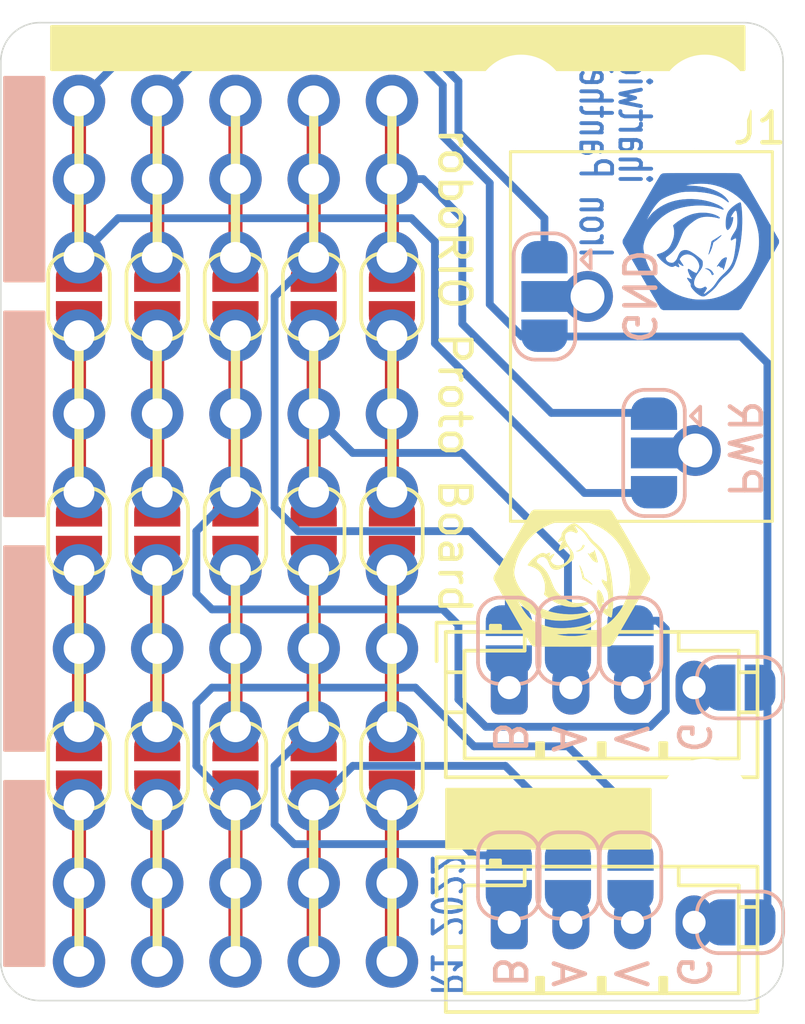
<source format=kicad_pcb>
(kicad_pcb (version 20171130) (host pcbnew "(5.1.6-0)")

  (general
    (thickness 1.6)
    (drawings 52)
    (tracks 111)
    (zones 0)
    (modules 46)
    (nets 3)
  )

  (page A4)
  (layers
    (0 F.Cu signal)
    (31 B.Cu signal)
    (32 B.Adhes user)
    (33 F.Adhes user)
    (34 B.Paste user)
    (35 F.Paste user)
    (36 B.SilkS user)
    (37 F.SilkS user)
    (38 B.Mask user)
    (39 F.Mask user)
    (40 Dwgs.User user)
    (41 Cmts.User user)
    (42 Eco1.User user)
    (43 Eco2.User user)
    (44 Edge.Cuts user)
    (45 Margin user)
    (46 B.CrtYd user hide)
    (47 F.CrtYd user hide)
    (48 B.Fab user hide)
    (49 F.Fab user hide)
  )

  (setup
    (last_trace_width 0.254)
    (user_trace_width 0.1524)
    (user_trace_width 0.2032)
    (user_trace_width 0.254)
    (user_trace_width 0.3048)
    (user_trace_width 0.4572)
    (user_trace_width 0.6096)
    (user_trace_width 0.762)
    (user_trace_width 0.9144)
    (trace_clearance 0.2032)
    (zone_clearance 0.2032)
    (zone_45_only no)
    (trace_min 0.15)
    (via_size 0.6096)
    (via_drill 0.3048)
    (via_min_size 0.3)
    (via_min_drill 0.3)
    (user_via 0.6096 0.3048)
    (uvia_size 0.3)
    (uvia_drill 0.1)
    (uvias_allowed no)
    (uvia_min_size 0.2)
    (uvia_min_drill 0.1)
    (edge_width 0.05)
    (segment_width 0.2)
    (pcb_text_width 0.3)
    (pcb_text_size 1.5 1.5)
    (mod_edge_width 0.12)
    (mod_text_size 1 1)
    (mod_text_width 0.15)
    (pad_size 1.524 1.524)
    (pad_drill 0.762)
    (pad_to_mask_clearance 0.05)
    (aux_axis_origin 142.24 123.19)
    (visible_elements 7FFFFFFF)
    (pcbplotparams
      (layerselection 0x010fc_ffffffff)
      (usegerberextensions false)
      (usegerberattributes true)
      (usegerberadvancedattributes true)
      (creategerberjobfile true)
      (excludeedgelayer true)
      (linewidth 0.100000)
      (plotframeref false)
      (viasonmask false)
      (mode 1)
      (useauxorigin true)
      (hpglpennumber 1)
      (hpglpenspeed 20)
      (hpglpendiameter 15.000000)
      (psnegative false)
      (psa4output false)
      (plotreference true)
      (plotvalue true)
      (plotinvisibletext false)
      (padsonsilk false)
      (subtractmaskfromsilk false)
      (outputformat 1)
      (mirror false)
      (drillshape 0)
      (scaleselection 1)
      (outputdirectory "gerbers"))
  )

  (net 0 "")
  (net 1 GND)
  (net 2 /12V_CONN)

  (net_class Default "This is the default net class."
    (clearance 0.2032)
    (trace_width 0.254)
    (via_dia 0.6096)
    (via_drill 0.3048)
    (uvia_dia 0.3)
    (uvia_drill 0.1)
    (add_net /12V_CONN)
    (add_net GND)
  )

  (module Jumper:SolderJumper-2_P1.3mm_Open_RoundedPad1.0x1.5mm (layer B.Cu) (tedit 5B391E66) (tstamp 6270C4F2)
    (at 166.243 120.65)
    (descr "SMD Solder Jumper, 1x1.5mm, rounded Pads, 0.3mm gap, open")
    (tags "solder jumper open")
    (attr virtual)
    (fp_text reference REF** (at 0 1.8) (layer B.SilkS) hide
      (effects (font (size 1 1) (thickness 0.15)) (justify mirror))
    )
    (fp_text value SolderJumper-2_P1.3mm_Open_RoundedPad1.0x1.5mm (at 0 -1.9) (layer B.Fab)
      (effects (font (size 1 1) (thickness 0.15)) (justify mirror))
    )
    (fp_line (start 1.65 -1.25) (end -1.65 -1.25) (layer B.CrtYd) (width 0.05))
    (fp_line (start 1.65 -1.25) (end 1.65 1.25) (layer B.CrtYd) (width 0.05))
    (fp_line (start -1.65 1.25) (end -1.65 -1.25) (layer B.CrtYd) (width 0.05))
    (fp_line (start -1.65 1.25) (end 1.65 1.25) (layer B.CrtYd) (width 0.05))
    (fp_line (start -0.7 1) (end 0.7 1) (layer B.SilkS) (width 0.12))
    (fp_line (start 1.4 0.3) (end 1.4 -0.3) (layer B.SilkS) (width 0.12))
    (fp_line (start 0.7 -1) (end -0.7 -1) (layer B.SilkS) (width 0.12))
    (fp_line (start -1.4 -0.3) (end -1.4 0.3) (layer B.SilkS) (width 0.12))
    (fp_arc (start 0.7 0.3) (end 1.4 0.3) (angle 90) (layer B.SilkS) (width 0.12))
    (fp_arc (start 0.7 -0.3) (end 0.7 -1) (angle 90) (layer B.SilkS) (width 0.12))
    (fp_arc (start -0.7 -0.3) (end -1.4 -0.3) (angle 90) (layer B.SilkS) (width 0.12))
    (fp_arc (start -0.7 0.3) (end -0.7 1) (angle 90) (layer B.SilkS) (width 0.12))
    (pad 1 smd custom (at -0.65 0) (size 1 0.5) (layers B.Cu B.Mask)
      (zone_connect 2)
      (options (clearance outline) (anchor rect))
      (primitives
        (gr_circle (center 0 -0.25) (end 0.5 -0.25) (width 0))
        (gr_circle (center 0 0.25) (end 0.5 0.25) (width 0))
        (gr_poly (pts
           (xy 0 0.75) (xy 0.5 0.75) (xy 0.5 -0.75) (xy 0 -0.75)) (width 0))
      ))
    (pad 2 smd custom (at 0.65 0) (size 1 0.5) (layers B.Cu B.Mask)
      (zone_connect 2)
      (options (clearance outline) (anchor rect))
      (primitives
        (gr_circle (center 0 -0.25) (end 0.5 -0.25) (width 0))
        (gr_circle (center 0 0.25) (end 0.5 0.25) (width 0))
        (gr_poly (pts
           (xy 0 0.75) (xy -0.5 0.75) (xy -0.5 -0.75) (xy 0 -0.75)) (width 0))
      ))
  )

  (module Jumper:SolderJumper-2_P1.3mm_Open_RoundedPad1.0x1.5mm (layer B.Cu) (tedit 5B391E66) (tstamp 6270C499)
    (at 166.243 113.03)
    (descr "SMD Solder Jumper, 1x1.5mm, rounded Pads, 0.3mm gap, open")
    (tags "solder jumper open")
    (attr virtual)
    (fp_text reference REF** (at 0 1.8) (layer B.SilkS) hide
      (effects (font (size 1 1) (thickness 0.15)) (justify mirror))
    )
    (fp_text value SolderJumper-2_P1.3mm_Open_RoundedPad1.0x1.5mm (at 0 -1.9) (layer B.Fab)
      (effects (font (size 1 1) (thickness 0.15)) (justify mirror))
    )
    (fp_arc (start -0.7 0.3) (end -0.7 1) (angle 90) (layer B.SilkS) (width 0.12))
    (fp_arc (start -0.7 -0.3) (end -1.4 -0.3) (angle 90) (layer B.SilkS) (width 0.12))
    (fp_arc (start 0.7 -0.3) (end 0.7 -1) (angle 90) (layer B.SilkS) (width 0.12))
    (fp_arc (start 0.7 0.3) (end 1.4 0.3) (angle 90) (layer B.SilkS) (width 0.12))
    (fp_line (start -1.4 -0.3) (end -1.4 0.3) (layer B.SilkS) (width 0.12))
    (fp_line (start 0.7 -1) (end -0.7 -1) (layer B.SilkS) (width 0.12))
    (fp_line (start 1.4 0.3) (end 1.4 -0.3) (layer B.SilkS) (width 0.12))
    (fp_line (start -0.7 1) (end 0.7 1) (layer B.SilkS) (width 0.12))
    (fp_line (start -1.65 1.25) (end 1.65 1.25) (layer B.CrtYd) (width 0.05))
    (fp_line (start -1.65 1.25) (end -1.65 -1.25) (layer B.CrtYd) (width 0.05))
    (fp_line (start 1.65 -1.25) (end 1.65 1.25) (layer B.CrtYd) (width 0.05))
    (fp_line (start 1.65 -1.25) (end -1.65 -1.25) (layer B.CrtYd) (width 0.05))
    (pad 2 smd custom (at 0.65 0) (size 1 0.5) (layers B.Cu B.Mask)
      (zone_connect 2)
      (options (clearance outline) (anchor rect))
      (primitives
        (gr_circle (center 0 -0.25) (end 0.5 -0.25) (width 0))
        (gr_circle (center 0 0.25) (end 0.5 0.25) (width 0))
        (gr_poly (pts
           (xy 0 0.75) (xy -0.5 0.75) (xy -0.5 -0.75) (xy 0 -0.75)) (width 0))
      ))
    (pad 1 smd custom (at -0.65 0) (size 1 0.5) (layers B.Cu B.Mask)
      (zone_connect 2)
      (options (clearance outline) (anchor rect))
      (primitives
        (gr_circle (center 0 -0.25) (end 0.5 -0.25) (width 0))
        (gr_circle (center 0 0.25) (end 0.5 0.25) (width 0))
        (gr_poly (pts
           (xy 0 0.75) (xy 0.5 0.75) (xy 0.5 -0.75) (xy 0 -0.75)) (width 0))
      ))
  )

  (module Jumper:SolderJumper-3_P1.3mm_Open_RoundedPad1.0x1.5mm (layer B.Cu) (tedit 5B391EB7) (tstamp 6270BB09)
    (at 163.449 105.41 270)
    (descr "SMD Solder 3-pad Jumper, 1x1.5mm rounded Pads, 0.3mm gap, open")
    (tags "solder jumper open")
    (attr virtual)
    (fp_text reference REF** (at 0 1.8 270) (layer B.SilkS) hide
      (effects (font (size 1 1) (thickness 0.15)) (justify mirror))
    )
    (fp_text value SolderJumper-3_P1.3mm_Open_RoundedPad1.0x1.5mm (at 0 -1.9 270) (layer B.Fab)
      (effects (font (size 1 1) (thickness 0.15)) (justify mirror))
    )
    (fp_line (start 2.3 -1.25) (end -2.3 -1.25) (layer B.CrtYd) (width 0.05))
    (fp_line (start 2.3 -1.25) (end 2.3 1.25) (layer B.CrtYd) (width 0.05))
    (fp_line (start -2.3 1.25) (end -2.3 -1.25) (layer B.CrtYd) (width 0.05))
    (fp_line (start -2.3 1.25) (end 2.3 1.25) (layer B.CrtYd) (width 0.05))
    (fp_line (start -1.4 1) (end 1.4 1) (layer B.SilkS) (width 0.12))
    (fp_line (start 2.05 0.3) (end 2.05 -0.3) (layer B.SilkS) (width 0.12))
    (fp_line (start 1.4 -1) (end -1.4 -1) (layer B.SilkS) (width 0.12))
    (fp_line (start -2.05 -0.3) (end -2.05 0.3) (layer B.SilkS) (width 0.12))
    (fp_line (start -1.2 -1.2) (end -1.5 -1.5) (layer B.SilkS) (width 0.12))
    (fp_line (start -1.5 -1.5) (end -0.9 -1.5) (layer B.SilkS) (width 0.12))
    (fp_line (start -1.2 -1.2) (end -0.9 -1.5) (layer B.SilkS) (width 0.12))
    (fp_arc (start 1.35 0.3) (end 2.05 0.3) (angle 90) (layer B.SilkS) (width 0.12))
    (fp_arc (start 1.35 -0.3) (end 1.35 -1) (angle 90) (layer B.SilkS) (width 0.12))
    (fp_arc (start -1.35 -0.3) (end -2.05 -0.3) (angle 90) (layer B.SilkS) (width 0.12))
    (fp_arc (start -1.35 0.3) (end -1.35 1) (angle 90) (layer B.SilkS) (width 0.12))
    (pad 1 smd custom (at -1.3 0 270) (size 1 0.5) (layers B.Cu B.Mask)
      (zone_connect 2)
      (options (clearance outline) (anchor rect))
      (primitives
        (gr_circle (center 0 -0.25) (end 0.5 -0.25) (width 0))
        (gr_circle (center 0 0.25) (end 0.5 0.25) (width 0))
        (gr_poly (pts
           (xy 0.55 0.75) (xy 0 0.75) (xy 0 -0.75) (xy 0.55 -0.75)) (width 0))
      ))
    (pad 3 smd custom (at 1.3 0 270) (size 1 0.5) (layers B.Cu B.Mask)
      (zone_connect 2)
      (options (clearance outline) (anchor rect))
      (primitives
        (gr_circle (center 0 -0.25) (end 0.5 -0.25) (width 0))
        (gr_circle (center 0 0.25) (end 0.5 0.25) (width 0))
        (gr_poly (pts
           (xy -0.55 0.75) (xy 0 0.75) (xy 0 -0.75) (xy -0.55 -0.75)) (width 0))
      ))
    (pad 2 smd rect (at 0 0 270) (size 1 1.5) (layers B.Cu B.Mask))
  )

  (module Jumper:SolderJumper-2_P1.3mm_Open_RoundedPad1.0x1.5mm (layer B.Cu) (tedit 5B391E66) (tstamp 6270BA95)
    (at 158.735 111.506 90)
    (descr "SMD Solder Jumper, 1x1.5mm, rounded Pads, 0.3mm gap, open")
    (tags "solder jumper open")
    (attr virtual)
    (fp_text reference REF** (at 0 1.8 90) (layer B.SilkS) hide
      (effects (font (size 1 1) (thickness 0.15)) (justify mirror))
    )
    (fp_text value SolderJumper-2_P1.3mm_Open_RoundedPad1.0x1.5mm (at 0 -1.9 90) (layer B.Fab)
      (effects (font (size 1 1) (thickness 0.15)) (justify mirror))
    )
    (fp_line (start 1.65 -1.25) (end -1.65 -1.25) (layer B.CrtYd) (width 0.05))
    (fp_line (start 1.65 -1.25) (end 1.65 1.25) (layer B.CrtYd) (width 0.05))
    (fp_line (start -1.65 1.25) (end -1.65 -1.25) (layer B.CrtYd) (width 0.05))
    (fp_line (start -1.65 1.25) (end 1.65 1.25) (layer B.CrtYd) (width 0.05))
    (fp_line (start -0.7 1) (end 0.7 1) (layer B.SilkS) (width 0.12))
    (fp_line (start 1.4 0.3) (end 1.4 -0.3) (layer B.SilkS) (width 0.12))
    (fp_line (start 0.7 -1) (end -0.7 -1) (layer B.SilkS) (width 0.12))
    (fp_line (start -1.4 -0.3) (end -1.4 0.3) (layer B.SilkS) (width 0.12))
    (fp_arc (start 0.7 0.3) (end 1.4 0.3) (angle 90) (layer B.SilkS) (width 0.12))
    (fp_arc (start 0.7 -0.3) (end 0.7 -1) (angle 90) (layer B.SilkS) (width 0.12))
    (fp_arc (start -0.7 -0.3) (end -1.4 -0.3) (angle 90) (layer B.SilkS) (width 0.12))
    (fp_arc (start -0.7 0.3) (end -0.7 1) (angle 90) (layer B.SilkS) (width 0.12))
    (pad 1 smd custom (at -0.65 0 90) (size 1 0.5) (layers B.Cu B.Mask)
      (zone_connect 2)
      (options (clearance outline) (anchor rect))
      (primitives
        (gr_circle (center 0 -0.25) (end 0.5 -0.25) (width 0))
        (gr_circle (center 0 0.25) (end 0.5 0.25) (width 0))
        (gr_poly (pts
           (xy 0 0.75) (xy 0.5 0.75) (xy 0.5 -0.75) (xy 0 -0.75)) (width 0))
      ))
    (pad 2 smd custom (at 0.65 0 90) (size 1 0.5) (layers B.Cu B.Mask)
      (zone_connect 2)
      (options (clearance outline) (anchor rect))
      (primitives
        (gr_circle (center 0 -0.25) (end 0.5 -0.25) (width 0))
        (gr_circle (center 0 0.25) (end 0.5 0.25) (width 0))
        (gr_poly (pts
           (xy 0 0.75) (xy -0.5 0.75) (xy -0.5 -0.75) (xy 0 -0.75)) (width 0))
      ))
  )

  (module Jumper:SolderJumper-2_P1.3mm_Open_RoundedPad1.0x1.5mm (layer B.Cu) (tedit 5B391E66) (tstamp 6270BA84)
    (at 160.655 111.506 90)
    (descr "SMD Solder Jumper, 1x1.5mm, rounded Pads, 0.3mm gap, open")
    (tags "solder jumper open")
    (attr virtual)
    (fp_text reference REF** (at 0 1.8 90) (layer B.SilkS) hide
      (effects (font (size 1 1) (thickness 0.15)) (justify mirror))
    )
    (fp_text value SolderJumper-2_P1.3mm_Open_RoundedPad1.0x1.5mm (at 0 -1.9 90) (layer B.Fab)
      (effects (font (size 1 1) (thickness 0.15)) (justify mirror))
    )
    (fp_arc (start -0.7 0.3) (end -0.7 1) (angle 90) (layer B.SilkS) (width 0.12))
    (fp_arc (start -0.7 -0.3) (end -1.4 -0.3) (angle 90) (layer B.SilkS) (width 0.12))
    (fp_arc (start 0.7 -0.3) (end 0.7 -1) (angle 90) (layer B.SilkS) (width 0.12))
    (fp_arc (start 0.7 0.3) (end 1.4 0.3) (angle 90) (layer B.SilkS) (width 0.12))
    (fp_line (start -1.4 -0.3) (end -1.4 0.3) (layer B.SilkS) (width 0.12))
    (fp_line (start 0.7 -1) (end -0.7 -1) (layer B.SilkS) (width 0.12))
    (fp_line (start 1.4 0.3) (end 1.4 -0.3) (layer B.SilkS) (width 0.12))
    (fp_line (start -0.7 1) (end 0.7 1) (layer B.SilkS) (width 0.12))
    (fp_line (start -1.65 1.25) (end 1.65 1.25) (layer B.CrtYd) (width 0.05))
    (fp_line (start -1.65 1.25) (end -1.65 -1.25) (layer B.CrtYd) (width 0.05))
    (fp_line (start 1.65 -1.25) (end 1.65 1.25) (layer B.CrtYd) (width 0.05))
    (fp_line (start 1.65 -1.25) (end -1.65 -1.25) (layer B.CrtYd) (width 0.05))
    (pad 2 smd custom (at 0.65 0 90) (size 1 0.5) (layers B.Cu B.Mask)
      (zone_connect 2)
      (options (clearance outline) (anchor rect))
      (primitives
        (gr_circle (center 0 -0.25) (end 0.5 -0.25) (width 0))
        (gr_circle (center 0 0.25) (end 0.5 0.25) (width 0))
        (gr_poly (pts
           (xy 0 0.75) (xy -0.5 0.75) (xy -0.5 -0.75) (xy 0 -0.75)) (width 0))
      ))
    (pad 1 smd custom (at -0.65 0 90) (size 1 0.5) (layers B.Cu B.Mask)
      (zone_connect 2)
      (options (clearance outline) (anchor rect))
      (primitives
        (gr_circle (center 0 -0.25) (end 0.5 -0.25) (width 0))
        (gr_circle (center 0 0.25) (end 0.5 0.25) (width 0))
        (gr_poly (pts
           (xy 0 0.75) (xy 0.5 0.75) (xy 0.5 -0.75) (xy 0 -0.75)) (width 0))
      ))
  )

  (module Jumper:SolderJumper-2_P1.3mm_Open_RoundedPad1.0x1.5mm (layer B.Cu) (tedit 5B391E66) (tstamp 6270BA73)
    (at 162.687 111.506 90)
    (descr "SMD Solder Jumper, 1x1.5mm, rounded Pads, 0.3mm gap, open")
    (tags "solder jumper open")
    (attr virtual)
    (fp_text reference REF** (at 0 1.8 90) (layer B.SilkS) hide
      (effects (font (size 1 1) (thickness 0.15)) (justify mirror))
    )
    (fp_text value SolderJumper-2_P1.3mm_Open_RoundedPad1.0x1.5mm (at 0 -1.9 90) (layer B.Fab)
      (effects (font (size 1 1) (thickness 0.15)) (justify mirror))
    )
    (fp_line (start 1.65 -1.25) (end -1.65 -1.25) (layer B.CrtYd) (width 0.05))
    (fp_line (start 1.65 -1.25) (end 1.65 1.25) (layer B.CrtYd) (width 0.05))
    (fp_line (start -1.65 1.25) (end -1.65 -1.25) (layer B.CrtYd) (width 0.05))
    (fp_line (start -1.65 1.25) (end 1.65 1.25) (layer B.CrtYd) (width 0.05))
    (fp_line (start -0.7 1) (end 0.7 1) (layer B.SilkS) (width 0.12))
    (fp_line (start 1.4 0.3) (end 1.4 -0.3) (layer B.SilkS) (width 0.12))
    (fp_line (start 0.7 -1) (end -0.7 -1) (layer B.SilkS) (width 0.12))
    (fp_line (start -1.4 -0.3) (end -1.4 0.3) (layer B.SilkS) (width 0.12))
    (fp_arc (start 0.7 0.3) (end 1.4 0.3) (angle 90) (layer B.SilkS) (width 0.12))
    (fp_arc (start 0.7 -0.3) (end 0.7 -1) (angle 90) (layer B.SilkS) (width 0.12))
    (fp_arc (start -0.7 -0.3) (end -1.4 -0.3) (angle 90) (layer B.SilkS) (width 0.12))
    (fp_arc (start -0.7 0.3) (end -0.7 1) (angle 90) (layer B.SilkS) (width 0.12))
    (pad 1 smd custom (at -0.65 0 90) (size 1 0.5) (layers B.Cu B.Mask)
      (zone_connect 2)
      (options (clearance outline) (anchor rect))
      (primitives
        (gr_circle (center 0 -0.25) (end 0.5 -0.25) (width 0))
        (gr_circle (center 0 0.25) (end 0.5 0.25) (width 0))
        (gr_poly (pts
           (xy 0 0.75) (xy 0.5 0.75) (xy 0.5 -0.75) (xy 0 -0.75)) (width 0))
      ))
    (pad 2 smd custom (at 0.65 0 90) (size 1 0.5) (layers B.Cu B.Mask)
      (zone_connect 2)
      (options (clearance outline) (anchor rect))
      (primitives
        (gr_circle (center 0 -0.25) (end 0.5 -0.25) (width 0))
        (gr_circle (center 0 0.25) (end 0.5 0.25) (width 0))
        (gr_poly (pts
           (xy 0 0.75) (xy -0.5 0.75) (xy -0.5 -0.75) (xy 0 -0.75)) (width 0))
      ))
  )

  (module Jumper:SolderJumper-2_P1.3mm_Open_RoundedPad1.0x1.5mm (layer B.Cu) (tedit 5B391E66) (tstamp 6270BBDC)
    (at 162.687 119.126 90)
    (descr "SMD Solder Jumper, 1x1.5mm, rounded Pads, 0.3mm gap, open")
    (tags "solder jumper open")
    (attr virtual)
    (fp_text reference REF** (at 0 1.8 90) (layer B.SilkS) hide
      (effects (font (size 1 1) (thickness 0.15)) (justify mirror))
    )
    (fp_text value SolderJumper-2_P1.3mm_Open_RoundedPad1.0x1.5mm (at 0 -1.9 90) (layer B.Fab)
      (effects (font (size 1 1) (thickness 0.15)) (justify mirror))
    )
    (fp_arc (start -0.7 0.3) (end -0.7 1) (angle 90) (layer B.SilkS) (width 0.12))
    (fp_arc (start -0.7 -0.3) (end -1.4 -0.3) (angle 90) (layer B.SilkS) (width 0.12))
    (fp_arc (start 0.7 -0.3) (end 0.7 -1) (angle 90) (layer B.SilkS) (width 0.12))
    (fp_arc (start 0.7 0.3) (end 1.4 0.3) (angle 90) (layer B.SilkS) (width 0.12))
    (fp_line (start -1.4 -0.3) (end -1.4 0.3) (layer B.SilkS) (width 0.12))
    (fp_line (start 0.7 -1) (end -0.7 -1) (layer B.SilkS) (width 0.12))
    (fp_line (start 1.4 0.3) (end 1.4 -0.3) (layer B.SilkS) (width 0.12))
    (fp_line (start -0.7 1) (end 0.7 1) (layer B.SilkS) (width 0.12))
    (fp_line (start -1.65 1.25) (end 1.65 1.25) (layer B.CrtYd) (width 0.05))
    (fp_line (start -1.65 1.25) (end -1.65 -1.25) (layer B.CrtYd) (width 0.05))
    (fp_line (start 1.65 -1.25) (end 1.65 1.25) (layer B.CrtYd) (width 0.05))
    (fp_line (start 1.65 -1.25) (end -1.65 -1.25) (layer B.CrtYd) (width 0.05))
    (pad 2 smd custom (at 0.65 0 90) (size 1 0.5) (layers B.Cu B.Mask)
      (zone_connect 2)
      (options (clearance outline) (anchor rect))
      (primitives
        (gr_circle (center 0 -0.25) (end 0.5 -0.25) (width 0))
        (gr_circle (center 0 0.25) (end 0.5 0.25) (width 0))
        (gr_poly (pts
           (xy 0 0.75) (xy -0.5 0.75) (xy -0.5 -0.75) (xy 0 -0.75)) (width 0))
      ))
    (pad 1 smd custom (at -0.65 0 90) (size 1 0.5) (layers B.Cu B.Mask)
      (zone_connect 2)
      (options (clearance outline) (anchor rect))
      (primitives
        (gr_circle (center 0 -0.25) (end 0.5 -0.25) (width 0))
        (gr_circle (center 0 0.25) (end 0.5 0.25) (width 0))
        (gr_poly (pts
           (xy 0 0.75) (xy 0.5 0.75) (xy 0.5 -0.75) (xy 0 -0.75)) (width 0))
      ))
  )

  (module Jumper:SolderJumper-2_P1.3mm_Open_RoundedPad1.0x1.5mm (layer B.Cu) (tedit 5B391E66) (tstamp 6270B940)
    (at 160.655 119.126 90)
    (descr "SMD Solder Jumper, 1x1.5mm, rounded Pads, 0.3mm gap, open")
    (tags "solder jumper open")
    (attr virtual)
    (fp_text reference REF** (at 0 1.8 90) (layer B.SilkS) hide
      (effects (font (size 1 1) (thickness 0.15)) (justify mirror))
    )
    (fp_text value SolderJumper-2_P1.3mm_Open_RoundedPad1.0x1.5mm (at 0 -1.9 90) (layer B.Fab)
      (effects (font (size 1 1) (thickness 0.15)) (justify mirror))
    )
    (fp_line (start 1.65 -1.25) (end -1.65 -1.25) (layer B.CrtYd) (width 0.05))
    (fp_line (start 1.65 -1.25) (end 1.65 1.25) (layer B.CrtYd) (width 0.05))
    (fp_line (start -1.65 1.25) (end -1.65 -1.25) (layer B.CrtYd) (width 0.05))
    (fp_line (start -1.65 1.25) (end 1.65 1.25) (layer B.CrtYd) (width 0.05))
    (fp_line (start -0.7 1) (end 0.7 1) (layer B.SilkS) (width 0.12))
    (fp_line (start 1.4 0.3) (end 1.4 -0.3) (layer B.SilkS) (width 0.12))
    (fp_line (start 0.7 -1) (end -0.7 -1) (layer B.SilkS) (width 0.12))
    (fp_line (start -1.4 -0.3) (end -1.4 0.3) (layer B.SilkS) (width 0.12))
    (fp_arc (start 0.7 0.3) (end 1.4 0.3) (angle 90) (layer B.SilkS) (width 0.12))
    (fp_arc (start 0.7 -0.3) (end 0.7 -1) (angle 90) (layer B.SilkS) (width 0.12))
    (fp_arc (start -0.7 -0.3) (end -1.4 -0.3) (angle 90) (layer B.SilkS) (width 0.12))
    (fp_arc (start -0.7 0.3) (end -0.7 1) (angle 90) (layer B.SilkS) (width 0.12))
    (pad 1 smd custom (at -0.65 0 90) (size 1 0.5) (layers B.Cu B.Mask)
      (zone_connect 2)
      (options (clearance outline) (anchor rect))
      (primitives
        (gr_circle (center 0 -0.25) (end 0.5 -0.25) (width 0))
        (gr_circle (center 0 0.25) (end 0.5 0.25) (width 0))
        (gr_poly (pts
           (xy 0 0.75) (xy 0.5 0.75) (xy 0.5 -0.75) (xy 0 -0.75)) (width 0))
      ))
    (pad 2 smd custom (at 0.65 0 90) (size 1 0.5) (layers B.Cu B.Mask)
      (zone_connect 2)
      (options (clearance outline) (anchor rect))
      (primitives
        (gr_circle (center 0 -0.25) (end 0.5 -0.25) (width 0))
        (gr_circle (center 0 0.25) (end 0.5 0.25) (width 0))
        (gr_poly (pts
           (xy 0 0.75) (xy -0.5 0.75) (xy -0.5 -0.75) (xy 0 -0.75)) (width 0))
      ))
  )

  (module Jumper:SolderJumper-2_P1.3mm_Open_RoundedPad1.0x1.5mm (layer B.Cu) (tedit 5B391E66) (tstamp 6270B8BF)
    (at 158.735 119.126 90)
    (descr "SMD Solder Jumper, 1x1.5mm, rounded Pads, 0.3mm gap, open")
    (tags "solder jumper open")
    (attr virtual)
    (fp_text reference REF** (at 0 1.8 90) (layer B.SilkS) hide
      (effects (font (size 1 1) (thickness 0.15)) (justify mirror))
    )
    (fp_text value SolderJumper-2_P1.3mm_Open_RoundedPad1.0x1.5mm (at 0 -1.9 90) (layer B.Fab)
      (effects (font (size 1 1) (thickness 0.15)) (justify mirror))
    )
    (fp_arc (start -0.7 0.3) (end -0.7 1) (angle 90) (layer B.SilkS) (width 0.12))
    (fp_arc (start -0.7 -0.3) (end -1.4 -0.3) (angle 90) (layer B.SilkS) (width 0.12))
    (fp_arc (start 0.7 -0.3) (end 0.7 -1) (angle 90) (layer B.SilkS) (width 0.12))
    (fp_arc (start 0.7 0.3) (end 1.4 0.3) (angle 90) (layer B.SilkS) (width 0.12))
    (fp_line (start -1.4 -0.3) (end -1.4 0.3) (layer B.SilkS) (width 0.12))
    (fp_line (start 0.7 -1) (end -0.7 -1) (layer B.SilkS) (width 0.12))
    (fp_line (start 1.4 0.3) (end 1.4 -0.3) (layer B.SilkS) (width 0.12))
    (fp_line (start -0.7 1) (end 0.7 1) (layer B.SilkS) (width 0.12))
    (fp_line (start -1.65 1.25) (end 1.65 1.25) (layer B.CrtYd) (width 0.05))
    (fp_line (start -1.65 1.25) (end -1.65 -1.25) (layer B.CrtYd) (width 0.05))
    (fp_line (start 1.65 -1.25) (end 1.65 1.25) (layer B.CrtYd) (width 0.05))
    (fp_line (start 1.65 -1.25) (end -1.65 -1.25) (layer B.CrtYd) (width 0.05))
    (pad 2 smd custom (at 0.65 0 90) (size 1 0.5) (layers B.Cu B.Mask)
      (zone_connect 2)
      (options (clearance outline) (anchor rect))
      (primitives
        (gr_circle (center 0 -0.25) (end 0.5 -0.25) (width 0))
        (gr_circle (center 0 0.25) (end 0.5 0.25) (width 0))
        (gr_poly (pts
           (xy 0 0.75) (xy -0.5 0.75) (xy -0.5 -0.75) (xy 0 -0.75)) (width 0))
      ))
    (pad 1 smd custom (at -0.65 0 90) (size 1 0.5) (layers B.Cu B.Mask)
      (zone_connect 2)
      (options (clearance outline) (anchor rect))
      (primitives
        (gr_circle (center 0 -0.25) (end 0.5 -0.25) (width 0))
        (gr_circle (center 0 0.25) (end 0.5 0.25) (width 0))
        (gr_poly (pts
           (xy 0 0.75) (xy 0.5 0.75) (xy 0.5 -0.75) (xy 0 -0.75)) (width 0))
      ))
  )

  (module Jumper:SolderJumper-3_P1.3mm_Open_RoundedPad1.0x1.5mm (layer B.Cu) (tedit 5B391EB7) (tstamp 6270B5DD)
    (at 159.893 100.33 270)
    (descr "SMD Solder 3-pad Jumper, 1x1.5mm rounded Pads, 0.3mm gap, open")
    (tags "solder jumper open")
    (attr virtual)
    (fp_text reference REF** (at 0 1.8 270) (layer B.SilkS) hide
      (effects (font (size 1 1) (thickness 0.15)) (justify mirror))
    )
    (fp_text value SolderJumper-3_P1.3mm_Open_RoundedPad1.0x1.5mm (at 0 -1.9 270) (layer B.Fab)
      (effects (font (size 1 1) (thickness 0.15)) (justify mirror))
    )
    (fp_arc (start -1.35 0.3) (end -1.35 1) (angle 90) (layer B.SilkS) (width 0.12))
    (fp_arc (start -1.35 -0.3) (end -2.05 -0.3) (angle 90) (layer B.SilkS) (width 0.12))
    (fp_arc (start 1.35 -0.3) (end 1.35 -1) (angle 90) (layer B.SilkS) (width 0.12))
    (fp_arc (start 1.35 0.3) (end 2.05 0.3) (angle 90) (layer B.SilkS) (width 0.12))
    (fp_line (start -1.2 -1.2) (end -0.9 -1.5) (layer B.SilkS) (width 0.12))
    (fp_line (start -1.5 -1.5) (end -0.9 -1.5) (layer B.SilkS) (width 0.12))
    (fp_line (start -1.2 -1.2) (end -1.5 -1.5) (layer B.SilkS) (width 0.12))
    (fp_line (start -2.05 -0.3) (end -2.05 0.3) (layer B.SilkS) (width 0.12))
    (fp_line (start 1.4 -1) (end -1.4 -1) (layer B.SilkS) (width 0.12))
    (fp_line (start 2.05 0.3) (end 2.05 -0.3) (layer B.SilkS) (width 0.12))
    (fp_line (start -1.4 1) (end 1.4 1) (layer B.SilkS) (width 0.12))
    (fp_line (start -2.3 1.25) (end 2.3 1.25) (layer B.CrtYd) (width 0.05))
    (fp_line (start -2.3 1.25) (end -2.3 -1.25) (layer B.CrtYd) (width 0.05))
    (fp_line (start 2.3 -1.25) (end 2.3 1.25) (layer B.CrtYd) (width 0.05))
    (fp_line (start 2.3 -1.25) (end -2.3 -1.25) (layer B.CrtYd) (width 0.05))
    (pad 2 smd rect (at 0 0 270) (size 1 1.5) (layers B.Cu B.Mask))
    (pad 3 smd custom (at 1.3 0 270) (size 1 0.5) (layers B.Cu B.Mask)
      (zone_connect 2)
      (options (clearance outline) (anchor rect))
      (primitives
        (gr_circle (center 0 -0.25) (end 0.5 -0.25) (width 0))
        (gr_circle (center 0 0.25) (end 0.5 0.25) (width 0))
        (gr_poly (pts
           (xy -0.55 0.75) (xy 0 0.75) (xy 0 -0.75) (xy -0.55 -0.75)) (width 0))
      ))
    (pad 1 smd custom (at -1.3 0 270) (size 1 0.5) (layers B.Cu B.Mask)
      (zone_connect 2)
      (options (clearance outline) (anchor rect))
      (primitives
        (gr_circle (center 0 -0.25) (end 0.5 -0.25) (width 0))
        (gr_circle (center 0 0.25) (end 0.5 0.25) (width 0))
        (gr_poly (pts
           (xy 0.55 0.75) (xy 0 0.75) (xy 0 -0.75) (xy 0.55 -0.75)) (width 0))
      ))
  )

  (module Jumper:SolderJumper-2_P1.3mm_Open_RoundedPad1.0x1.5mm (layer F.Cu) (tedit 5B391E66) (tstamp 626E65C1)
    (at 154.94 115.57 90)
    (descr "SMD Solder Jumper, 1x1.5mm, rounded Pads, 0.3mm gap, open")
    (tags "solder jumper open")
    (attr virtual)
    (fp_text reference REF** (at 0 -1.8 90) (layer F.SilkS) hide
      (effects (font (size 1 1) (thickness 0.15)))
    )
    (fp_text value SolderJumper-2_P1.3mm_Open_RoundedPad1.0x1.5mm (at 0 1.9 90) (layer F.Fab)
      (effects (font (size 1 1) (thickness 0.15)))
    )
    (fp_line (start 1.65 1.25) (end -1.65 1.25) (layer F.CrtYd) (width 0.05))
    (fp_line (start 1.65 1.25) (end 1.65 -1.25) (layer F.CrtYd) (width 0.05))
    (fp_line (start -1.65 -1.25) (end -1.65 1.25) (layer F.CrtYd) (width 0.05))
    (fp_line (start -1.65 -1.25) (end 1.65 -1.25) (layer F.CrtYd) (width 0.05))
    (fp_line (start -0.7 -1) (end 0.7 -1) (layer F.SilkS) (width 0.12))
    (fp_line (start 1.4 -0.3) (end 1.4 0.3) (layer F.SilkS) (width 0.12))
    (fp_line (start 0.7 1) (end -0.7 1) (layer F.SilkS) (width 0.12))
    (fp_line (start -1.4 0.3) (end -1.4 -0.3) (layer F.SilkS) (width 0.12))
    (fp_arc (start 0.7 -0.3) (end 1.4 -0.3) (angle -90) (layer F.SilkS) (width 0.12))
    (fp_arc (start 0.7 0.3) (end 0.7 1) (angle -90) (layer F.SilkS) (width 0.12))
    (fp_arc (start -0.7 0.3) (end -1.4 0.3) (angle -90) (layer F.SilkS) (width 0.12))
    (fp_arc (start -0.7 -0.3) (end -0.7 -1) (angle -90) (layer F.SilkS) (width 0.12))
    (pad 1 smd custom (at -0.65 0 90) (size 1 0.5) (layers F.Cu F.Mask)
      (zone_connect 2)
      (options (clearance outline) (anchor rect))
      (primitives
        (gr_circle (center 0 0.25) (end 0.5 0.25) (width 0))
        (gr_circle (center 0 -0.25) (end 0.5 -0.25) (width 0))
        (gr_poly (pts
           (xy 0 -0.75) (xy 0.5 -0.75) (xy 0.5 0.75) (xy 0 0.75)) (width 0))
      ))
    (pad 2 smd custom (at 0.65 0 90) (size 1 0.5) (layers F.Cu F.Mask)
      (zone_connect 2)
      (options (clearance outline) (anchor rect))
      (primitives
        (gr_circle (center 0 0.25) (end 0.5 0.25) (width 0))
        (gr_circle (center 0 -0.25) (end 0.5 -0.25) (width 0))
        (gr_poly (pts
           (xy 0 -0.75) (xy -0.5 -0.75) (xy -0.5 0.75) (xy 0 0.75)) (width 0))
      ))
  )

  (module Jumper:SolderJumper-2_P1.3mm_Open_RoundedPad1.0x1.5mm (layer F.Cu) (tedit 5B391E66) (tstamp 626E659F)
    (at 152.4 115.57 90)
    (descr "SMD Solder Jumper, 1x1.5mm, rounded Pads, 0.3mm gap, open")
    (tags "solder jumper open")
    (attr virtual)
    (fp_text reference REF** (at 0 -1.8 90) (layer F.SilkS) hide
      (effects (font (size 1 1) (thickness 0.15)))
    )
    (fp_text value SolderJumper-2_P1.3mm_Open_RoundedPad1.0x1.5mm (at 0 1.9 90) (layer F.Fab)
      (effects (font (size 1 1) (thickness 0.15)))
    )
    (fp_arc (start -0.7 -0.3) (end -0.7 -1) (angle -90) (layer F.SilkS) (width 0.12))
    (fp_arc (start -0.7 0.3) (end -1.4 0.3) (angle -90) (layer F.SilkS) (width 0.12))
    (fp_arc (start 0.7 0.3) (end 0.7 1) (angle -90) (layer F.SilkS) (width 0.12))
    (fp_arc (start 0.7 -0.3) (end 1.4 -0.3) (angle -90) (layer F.SilkS) (width 0.12))
    (fp_line (start -1.4 0.3) (end -1.4 -0.3) (layer F.SilkS) (width 0.12))
    (fp_line (start 0.7 1) (end -0.7 1) (layer F.SilkS) (width 0.12))
    (fp_line (start 1.4 -0.3) (end 1.4 0.3) (layer F.SilkS) (width 0.12))
    (fp_line (start -0.7 -1) (end 0.7 -1) (layer F.SilkS) (width 0.12))
    (fp_line (start -1.65 -1.25) (end 1.65 -1.25) (layer F.CrtYd) (width 0.05))
    (fp_line (start -1.65 -1.25) (end -1.65 1.25) (layer F.CrtYd) (width 0.05))
    (fp_line (start 1.65 1.25) (end 1.65 -1.25) (layer F.CrtYd) (width 0.05))
    (fp_line (start 1.65 1.25) (end -1.65 1.25) (layer F.CrtYd) (width 0.05))
    (pad 2 smd custom (at 0.65 0 90) (size 1 0.5) (layers F.Cu F.Mask)
      (zone_connect 2)
      (options (clearance outline) (anchor rect))
      (primitives
        (gr_circle (center 0 0.25) (end 0.5 0.25) (width 0))
        (gr_circle (center 0 -0.25) (end 0.5 -0.25) (width 0))
        (gr_poly (pts
           (xy 0 -0.75) (xy -0.5 -0.75) (xy -0.5 0.75) (xy 0 0.75)) (width 0))
      ))
    (pad 1 smd custom (at -0.65 0 90) (size 1 0.5) (layers F.Cu F.Mask)
      (zone_connect 2)
      (options (clearance outline) (anchor rect))
      (primitives
        (gr_circle (center 0 0.25) (end 0.5 0.25) (width 0))
        (gr_circle (center 0 -0.25) (end 0.5 -0.25) (width 0))
        (gr_poly (pts
           (xy 0 -0.75) (xy 0.5 -0.75) (xy 0.5 0.75) (xy 0 0.75)) (width 0))
      ))
  )

  (module Jumper:SolderJumper-2_P1.3mm_Open_RoundedPad1.0x1.5mm (layer F.Cu) (tedit 5B391E66) (tstamp 626E657D)
    (at 149.86 115.57 90)
    (descr "SMD Solder Jumper, 1x1.5mm, rounded Pads, 0.3mm gap, open")
    (tags "solder jumper open")
    (attr virtual)
    (fp_text reference REF** (at 0 -1.8 90) (layer F.SilkS) hide
      (effects (font (size 1 1) (thickness 0.15)))
    )
    (fp_text value SolderJumper-2_P1.3mm_Open_RoundedPad1.0x1.5mm (at 0 1.9 90) (layer F.Fab)
      (effects (font (size 1 1) (thickness 0.15)))
    )
    (fp_line (start 1.65 1.25) (end -1.65 1.25) (layer F.CrtYd) (width 0.05))
    (fp_line (start 1.65 1.25) (end 1.65 -1.25) (layer F.CrtYd) (width 0.05))
    (fp_line (start -1.65 -1.25) (end -1.65 1.25) (layer F.CrtYd) (width 0.05))
    (fp_line (start -1.65 -1.25) (end 1.65 -1.25) (layer F.CrtYd) (width 0.05))
    (fp_line (start -0.7 -1) (end 0.7 -1) (layer F.SilkS) (width 0.12))
    (fp_line (start 1.4 -0.3) (end 1.4 0.3) (layer F.SilkS) (width 0.12))
    (fp_line (start 0.7 1) (end -0.7 1) (layer F.SilkS) (width 0.12))
    (fp_line (start -1.4 0.3) (end -1.4 -0.3) (layer F.SilkS) (width 0.12))
    (fp_arc (start 0.7 -0.3) (end 1.4 -0.3) (angle -90) (layer F.SilkS) (width 0.12))
    (fp_arc (start 0.7 0.3) (end 0.7 1) (angle -90) (layer F.SilkS) (width 0.12))
    (fp_arc (start -0.7 0.3) (end -1.4 0.3) (angle -90) (layer F.SilkS) (width 0.12))
    (fp_arc (start -0.7 -0.3) (end -0.7 -1) (angle -90) (layer F.SilkS) (width 0.12))
    (pad 1 smd custom (at -0.65 0 90) (size 1 0.5) (layers F.Cu F.Mask)
      (zone_connect 2)
      (options (clearance outline) (anchor rect))
      (primitives
        (gr_circle (center 0 0.25) (end 0.5 0.25) (width 0))
        (gr_circle (center 0 -0.25) (end 0.5 -0.25) (width 0))
        (gr_poly (pts
           (xy 0 -0.75) (xy 0.5 -0.75) (xy 0.5 0.75) (xy 0 0.75)) (width 0))
      ))
    (pad 2 smd custom (at 0.65 0 90) (size 1 0.5) (layers F.Cu F.Mask)
      (zone_connect 2)
      (options (clearance outline) (anchor rect))
      (primitives
        (gr_circle (center 0 0.25) (end 0.5 0.25) (width 0))
        (gr_circle (center 0 -0.25) (end 0.5 -0.25) (width 0))
        (gr_poly (pts
           (xy 0 -0.75) (xy -0.5 -0.75) (xy -0.5 0.75) (xy 0 0.75)) (width 0))
      ))
  )

  (module Jumper:SolderJumper-2_P1.3mm_Open_RoundedPad1.0x1.5mm (layer F.Cu) (tedit 5B391E66) (tstamp 626E655B)
    (at 147.32 115.57 90)
    (descr "SMD Solder Jumper, 1x1.5mm, rounded Pads, 0.3mm gap, open")
    (tags "solder jumper open")
    (attr virtual)
    (fp_text reference REF** (at 0 -1.8 90) (layer F.SilkS) hide
      (effects (font (size 1 1) (thickness 0.15)))
    )
    (fp_text value SolderJumper-2_P1.3mm_Open_RoundedPad1.0x1.5mm (at 0 1.9 90) (layer F.Fab)
      (effects (font (size 1 1) (thickness 0.15)))
    )
    (fp_arc (start -0.7 -0.3) (end -0.7 -1) (angle -90) (layer F.SilkS) (width 0.12))
    (fp_arc (start -0.7 0.3) (end -1.4 0.3) (angle -90) (layer F.SilkS) (width 0.12))
    (fp_arc (start 0.7 0.3) (end 0.7 1) (angle -90) (layer F.SilkS) (width 0.12))
    (fp_arc (start 0.7 -0.3) (end 1.4 -0.3) (angle -90) (layer F.SilkS) (width 0.12))
    (fp_line (start -1.4 0.3) (end -1.4 -0.3) (layer F.SilkS) (width 0.12))
    (fp_line (start 0.7 1) (end -0.7 1) (layer F.SilkS) (width 0.12))
    (fp_line (start 1.4 -0.3) (end 1.4 0.3) (layer F.SilkS) (width 0.12))
    (fp_line (start -0.7 -1) (end 0.7 -1) (layer F.SilkS) (width 0.12))
    (fp_line (start -1.65 -1.25) (end 1.65 -1.25) (layer F.CrtYd) (width 0.05))
    (fp_line (start -1.65 -1.25) (end -1.65 1.25) (layer F.CrtYd) (width 0.05))
    (fp_line (start 1.65 1.25) (end 1.65 -1.25) (layer F.CrtYd) (width 0.05))
    (fp_line (start 1.65 1.25) (end -1.65 1.25) (layer F.CrtYd) (width 0.05))
    (pad 2 smd custom (at 0.65 0 90) (size 1 0.5) (layers F.Cu F.Mask)
      (zone_connect 2)
      (options (clearance outline) (anchor rect))
      (primitives
        (gr_circle (center 0 0.25) (end 0.5 0.25) (width 0))
        (gr_circle (center 0 -0.25) (end 0.5 -0.25) (width 0))
        (gr_poly (pts
           (xy 0 -0.75) (xy -0.5 -0.75) (xy -0.5 0.75) (xy 0 0.75)) (width 0))
      ))
    (pad 1 smd custom (at -0.65 0 90) (size 1 0.5) (layers F.Cu F.Mask)
      (zone_connect 2)
      (options (clearance outline) (anchor rect))
      (primitives
        (gr_circle (center 0 0.25) (end 0.5 0.25) (width 0))
        (gr_circle (center 0 -0.25) (end 0.5 -0.25) (width 0))
        (gr_poly (pts
           (xy 0 -0.75) (xy 0.5 -0.75) (xy 0.5 0.75) (xy 0 0.75)) (width 0))
      ))
  )

  (module Jumper:SolderJumper-2_P1.3mm_Open_RoundedPad1.0x1.5mm (layer F.Cu) (tedit 5B391E66) (tstamp 626E6539)
    (at 144.78 115.57 90)
    (descr "SMD Solder Jumper, 1x1.5mm, rounded Pads, 0.3mm gap, open")
    (tags "solder jumper open")
    (attr virtual)
    (fp_text reference REF** (at 0 -1.8 90) (layer F.SilkS) hide
      (effects (font (size 1 1) (thickness 0.15)))
    )
    (fp_text value SolderJumper-2_P1.3mm_Open_RoundedPad1.0x1.5mm (at 0 1.9 90) (layer F.Fab)
      (effects (font (size 1 1) (thickness 0.15)))
    )
    (fp_line (start 1.65 1.25) (end -1.65 1.25) (layer F.CrtYd) (width 0.05))
    (fp_line (start 1.65 1.25) (end 1.65 -1.25) (layer F.CrtYd) (width 0.05))
    (fp_line (start -1.65 -1.25) (end -1.65 1.25) (layer F.CrtYd) (width 0.05))
    (fp_line (start -1.65 -1.25) (end 1.65 -1.25) (layer F.CrtYd) (width 0.05))
    (fp_line (start -0.7 -1) (end 0.7 -1) (layer F.SilkS) (width 0.12))
    (fp_line (start 1.4 -0.3) (end 1.4 0.3) (layer F.SilkS) (width 0.12))
    (fp_line (start 0.7 1) (end -0.7 1) (layer F.SilkS) (width 0.12))
    (fp_line (start -1.4 0.3) (end -1.4 -0.3) (layer F.SilkS) (width 0.12))
    (fp_arc (start 0.7 -0.3) (end 1.4 -0.3) (angle -90) (layer F.SilkS) (width 0.12))
    (fp_arc (start 0.7 0.3) (end 0.7 1) (angle -90) (layer F.SilkS) (width 0.12))
    (fp_arc (start -0.7 0.3) (end -1.4 0.3) (angle -90) (layer F.SilkS) (width 0.12))
    (fp_arc (start -0.7 -0.3) (end -0.7 -1) (angle -90) (layer F.SilkS) (width 0.12))
    (pad 1 smd custom (at -0.65 0 90) (size 1 0.5) (layers F.Cu F.Mask)
      (zone_connect 2)
      (options (clearance outline) (anchor rect))
      (primitives
        (gr_circle (center 0 0.25) (end 0.5 0.25) (width 0))
        (gr_circle (center 0 -0.25) (end 0.5 -0.25) (width 0))
        (gr_poly (pts
           (xy 0 -0.75) (xy 0.5 -0.75) (xy 0.5 0.75) (xy 0 0.75)) (width 0))
      ))
    (pad 2 smd custom (at 0.65 0 90) (size 1 0.5) (layers F.Cu F.Mask)
      (zone_connect 2)
      (options (clearance outline) (anchor rect))
      (primitives
        (gr_circle (center 0 0.25) (end 0.5 0.25) (width 0))
        (gr_circle (center 0 -0.25) (end 0.5 -0.25) (width 0))
        (gr_poly (pts
           (xy 0 -0.75) (xy -0.5 -0.75) (xy -0.5 0.75) (xy 0 0.75)) (width 0))
      ))
  )

  (module Jumper:SolderJumper-2_P1.3mm_Open_RoundedPad1.0x1.5mm (layer F.Cu) (tedit 5B391E66) (tstamp 626E6517)
    (at 154.94 107.95 90)
    (descr "SMD Solder Jumper, 1x1.5mm, rounded Pads, 0.3mm gap, open")
    (tags "solder jumper open")
    (attr virtual)
    (fp_text reference REF** (at 0 -1.8 90) (layer F.SilkS) hide
      (effects (font (size 1 1) (thickness 0.15)))
    )
    (fp_text value SolderJumper-2_P1.3mm_Open_RoundedPad1.0x1.5mm (at 0 1.9 90) (layer F.Fab)
      (effects (font (size 1 1) (thickness 0.15)))
    )
    (fp_arc (start -0.7 -0.3) (end -0.7 -1) (angle -90) (layer F.SilkS) (width 0.12))
    (fp_arc (start -0.7 0.3) (end -1.4 0.3) (angle -90) (layer F.SilkS) (width 0.12))
    (fp_arc (start 0.7 0.3) (end 0.7 1) (angle -90) (layer F.SilkS) (width 0.12))
    (fp_arc (start 0.7 -0.3) (end 1.4 -0.3) (angle -90) (layer F.SilkS) (width 0.12))
    (fp_line (start -1.4 0.3) (end -1.4 -0.3) (layer F.SilkS) (width 0.12))
    (fp_line (start 0.7 1) (end -0.7 1) (layer F.SilkS) (width 0.12))
    (fp_line (start 1.4 -0.3) (end 1.4 0.3) (layer F.SilkS) (width 0.12))
    (fp_line (start -0.7 -1) (end 0.7 -1) (layer F.SilkS) (width 0.12))
    (fp_line (start -1.65 -1.25) (end 1.65 -1.25) (layer F.CrtYd) (width 0.05))
    (fp_line (start -1.65 -1.25) (end -1.65 1.25) (layer F.CrtYd) (width 0.05))
    (fp_line (start 1.65 1.25) (end 1.65 -1.25) (layer F.CrtYd) (width 0.05))
    (fp_line (start 1.65 1.25) (end -1.65 1.25) (layer F.CrtYd) (width 0.05))
    (pad 2 smd custom (at 0.65 0 90) (size 1 0.5) (layers F.Cu F.Mask)
      (zone_connect 2)
      (options (clearance outline) (anchor rect))
      (primitives
        (gr_circle (center 0 0.25) (end 0.5 0.25) (width 0))
        (gr_circle (center 0 -0.25) (end 0.5 -0.25) (width 0))
        (gr_poly (pts
           (xy 0 -0.75) (xy -0.5 -0.75) (xy -0.5 0.75) (xy 0 0.75)) (width 0))
      ))
    (pad 1 smd custom (at -0.65 0 90) (size 1 0.5) (layers F.Cu F.Mask)
      (zone_connect 2)
      (options (clearance outline) (anchor rect))
      (primitives
        (gr_circle (center 0 0.25) (end 0.5 0.25) (width 0))
        (gr_circle (center 0 -0.25) (end 0.5 -0.25) (width 0))
        (gr_poly (pts
           (xy 0 -0.75) (xy 0.5 -0.75) (xy 0.5 0.75) (xy 0 0.75)) (width 0))
      ))
  )

  (module Jumper:SolderJumper-2_P1.3mm_Open_RoundedPad1.0x1.5mm (layer F.Cu) (tedit 5B391E66) (tstamp 626E64F5)
    (at 152.4 107.95 90)
    (descr "SMD Solder Jumper, 1x1.5mm, rounded Pads, 0.3mm gap, open")
    (tags "solder jumper open")
    (attr virtual)
    (fp_text reference REF** (at 0 -1.8 90) (layer F.SilkS) hide
      (effects (font (size 1 1) (thickness 0.15)))
    )
    (fp_text value SolderJumper-2_P1.3mm_Open_RoundedPad1.0x1.5mm (at 0 1.9 90) (layer F.Fab)
      (effects (font (size 1 1) (thickness 0.15)))
    )
    (fp_line (start 1.65 1.25) (end -1.65 1.25) (layer F.CrtYd) (width 0.05))
    (fp_line (start 1.65 1.25) (end 1.65 -1.25) (layer F.CrtYd) (width 0.05))
    (fp_line (start -1.65 -1.25) (end -1.65 1.25) (layer F.CrtYd) (width 0.05))
    (fp_line (start -1.65 -1.25) (end 1.65 -1.25) (layer F.CrtYd) (width 0.05))
    (fp_line (start -0.7 -1) (end 0.7 -1) (layer F.SilkS) (width 0.12))
    (fp_line (start 1.4 -0.3) (end 1.4 0.3) (layer F.SilkS) (width 0.12))
    (fp_line (start 0.7 1) (end -0.7 1) (layer F.SilkS) (width 0.12))
    (fp_line (start -1.4 0.3) (end -1.4 -0.3) (layer F.SilkS) (width 0.12))
    (fp_arc (start 0.7 -0.3) (end 1.4 -0.3) (angle -90) (layer F.SilkS) (width 0.12))
    (fp_arc (start 0.7 0.3) (end 0.7 1) (angle -90) (layer F.SilkS) (width 0.12))
    (fp_arc (start -0.7 0.3) (end -1.4 0.3) (angle -90) (layer F.SilkS) (width 0.12))
    (fp_arc (start -0.7 -0.3) (end -0.7 -1) (angle -90) (layer F.SilkS) (width 0.12))
    (pad 1 smd custom (at -0.65 0 90) (size 1 0.5) (layers F.Cu F.Mask)
      (zone_connect 2)
      (options (clearance outline) (anchor rect))
      (primitives
        (gr_circle (center 0 0.25) (end 0.5 0.25) (width 0))
        (gr_circle (center 0 -0.25) (end 0.5 -0.25) (width 0))
        (gr_poly (pts
           (xy 0 -0.75) (xy 0.5 -0.75) (xy 0.5 0.75) (xy 0 0.75)) (width 0))
      ))
    (pad 2 smd custom (at 0.65 0 90) (size 1 0.5) (layers F.Cu F.Mask)
      (zone_connect 2)
      (options (clearance outline) (anchor rect))
      (primitives
        (gr_circle (center 0 0.25) (end 0.5 0.25) (width 0))
        (gr_circle (center 0 -0.25) (end 0.5 -0.25) (width 0))
        (gr_poly (pts
           (xy 0 -0.75) (xy -0.5 -0.75) (xy -0.5 0.75) (xy 0 0.75)) (width 0))
      ))
  )

  (module Jumper:SolderJumper-2_P1.3mm_Open_RoundedPad1.0x1.5mm (layer F.Cu) (tedit 5B391E66) (tstamp 626E64D3)
    (at 149.86 107.95 90)
    (descr "SMD Solder Jumper, 1x1.5mm, rounded Pads, 0.3mm gap, open")
    (tags "solder jumper open")
    (attr virtual)
    (fp_text reference REF** (at 0 -1.8 90) (layer F.SilkS) hide
      (effects (font (size 1 1) (thickness 0.15)))
    )
    (fp_text value SolderJumper-2_P1.3mm_Open_RoundedPad1.0x1.5mm (at 0 1.9 90) (layer F.Fab)
      (effects (font (size 1 1) (thickness 0.15)))
    )
    (fp_arc (start -0.7 -0.3) (end -0.7 -1) (angle -90) (layer F.SilkS) (width 0.12))
    (fp_arc (start -0.7 0.3) (end -1.4 0.3) (angle -90) (layer F.SilkS) (width 0.12))
    (fp_arc (start 0.7 0.3) (end 0.7 1) (angle -90) (layer F.SilkS) (width 0.12))
    (fp_arc (start 0.7 -0.3) (end 1.4 -0.3) (angle -90) (layer F.SilkS) (width 0.12))
    (fp_line (start -1.4 0.3) (end -1.4 -0.3) (layer F.SilkS) (width 0.12))
    (fp_line (start 0.7 1) (end -0.7 1) (layer F.SilkS) (width 0.12))
    (fp_line (start 1.4 -0.3) (end 1.4 0.3) (layer F.SilkS) (width 0.12))
    (fp_line (start -0.7 -1) (end 0.7 -1) (layer F.SilkS) (width 0.12))
    (fp_line (start -1.65 -1.25) (end 1.65 -1.25) (layer F.CrtYd) (width 0.05))
    (fp_line (start -1.65 -1.25) (end -1.65 1.25) (layer F.CrtYd) (width 0.05))
    (fp_line (start 1.65 1.25) (end 1.65 -1.25) (layer F.CrtYd) (width 0.05))
    (fp_line (start 1.65 1.25) (end -1.65 1.25) (layer F.CrtYd) (width 0.05))
    (pad 2 smd custom (at 0.65 0 90) (size 1 0.5) (layers F.Cu F.Mask)
      (zone_connect 2)
      (options (clearance outline) (anchor rect))
      (primitives
        (gr_circle (center 0 0.25) (end 0.5 0.25) (width 0))
        (gr_circle (center 0 -0.25) (end 0.5 -0.25) (width 0))
        (gr_poly (pts
           (xy 0 -0.75) (xy -0.5 -0.75) (xy -0.5 0.75) (xy 0 0.75)) (width 0))
      ))
    (pad 1 smd custom (at -0.65 0 90) (size 1 0.5) (layers F.Cu F.Mask)
      (zone_connect 2)
      (options (clearance outline) (anchor rect))
      (primitives
        (gr_circle (center 0 0.25) (end 0.5 0.25) (width 0))
        (gr_circle (center 0 -0.25) (end 0.5 -0.25) (width 0))
        (gr_poly (pts
           (xy 0 -0.75) (xy 0.5 -0.75) (xy 0.5 0.75) (xy 0 0.75)) (width 0))
      ))
  )

  (module Jumper:SolderJumper-2_P1.3mm_Open_RoundedPad1.0x1.5mm (layer F.Cu) (tedit 5B391E66) (tstamp 626E64B1)
    (at 147.32 107.95 90)
    (descr "SMD Solder Jumper, 1x1.5mm, rounded Pads, 0.3mm gap, open")
    (tags "solder jumper open")
    (attr virtual)
    (fp_text reference REF** (at 0 -1.8 90) (layer F.SilkS) hide
      (effects (font (size 1 1) (thickness 0.15)))
    )
    (fp_text value SolderJumper-2_P1.3mm_Open_RoundedPad1.0x1.5mm (at 0 1.9 90) (layer F.Fab)
      (effects (font (size 1 1) (thickness 0.15)))
    )
    (fp_line (start 1.65 1.25) (end -1.65 1.25) (layer F.CrtYd) (width 0.05))
    (fp_line (start 1.65 1.25) (end 1.65 -1.25) (layer F.CrtYd) (width 0.05))
    (fp_line (start -1.65 -1.25) (end -1.65 1.25) (layer F.CrtYd) (width 0.05))
    (fp_line (start -1.65 -1.25) (end 1.65 -1.25) (layer F.CrtYd) (width 0.05))
    (fp_line (start -0.7 -1) (end 0.7 -1) (layer F.SilkS) (width 0.12))
    (fp_line (start 1.4 -0.3) (end 1.4 0.3) (layer F.SilkS) (width 0.12))
    (fp_line (start 0.7 1) (end -0.7 1) (layer F.SilkS) (width 0.12))
    (fp_line (start -1.4 0.3) (end -1.4 -0.3) (layer F.SilkS) (width 0.12))
    (fp_arc (start 0.7 -0.3) (end 1.4 -0.3) (angle -90) (layer F.SilkS) (width 0.12))
    (fp_arc (start 0.7 0.3) (end 0.7 1) (angle -90) (layer F.SilkS) (width 0.12))
    (fp_arc (start -0.7 0.3) (end -1.4 0.3) (angle -90) (layer F.SilkS) (width 0.12))
    (fp_arc (start -0.7 -0.3) (end -0.7 -1) (angle -90) (layer F.SilkS) (width 0.12))
    (pad 1 smd custom (at -0.65 0 90) (size 1 0.5) (layers F.Cu F.Mask)
      (zone_connect 2)
      (options (clearance outline) (anchor rect))
      (primitives
        (gr_circle (center 0 0.25) (end 0.5 0.25) (width 0))
        (gr_circle (center 0 -0.25) (end 0.5 -0.25) (width 0))
        (gr_poly (pts
           (xy 0 -0.75) (xy 0.5 -0.75) (xy 0.5 0.75) (xy 0 0.75)) (width 0))
      ))
    (pad 2 smd custom (at 0.65 0 90) (size 1 0.5) (layers F.Cu F.Mask)
      (zone_connect 2)
      (options (clearance outline) (anchor rect))
      (primitives
        (gr_circle (center 0 0.25) (end 0.5 0.25) (width 0))
        (gr_circle (center 0 -0.25) (end 0.5 -0.25) (width 0))
        (gr_poly (pts
           (xy 0 -0.75) (xy -0.5 -0.75) (xy -0.5 0.75) (xy 0 0.75)) (width 0))
      ))
  )

  (module Jumper:SolderJumper-2_P1.3mm_Open_RoundedPad1.0x1.5mm (layer F.Cu) (tedit 5B391E66) (tstamp 626E648F)
    (at 144.78 107.95 90)
    (descr "SMD Solder Jumper, 1x1.5mm, rounded Pads, 0.3mm gap, open")
    (tags "solder jumper open")
    (attr virtual)
    (fp_text reference REF** (at 0 -1.8 90) (layer F.SilkS) hide
      (effects (font (size 1 1) (thickness 0.15)))
    )
    (fp_text value SolderJumper-2_P1.3mm_Open_RoundedPad1.0x1.5mm (at 0 1.9 90) (layer F.Fab)
      (effects (font (size 1 1) (thickness 0.15)))
    )
    (fp_arc (start -0.7 -0.3) (end -0.7 -1) (angle -90) (layer F.SilkS) (width 0.12))
    (fp_arc (start -0.7 0.3) (end -1.4 0.3) (angle -90) (layer F.SilkS) (width 0.12))
    (fp_arc (start 0.7 0.3) (end 0.7 1) (angle -90) (layer F.SilkS) (width 0.12))
    (fp_arc (start 0.7 -0.3) (end 1.4 -0.3) (angle -90) (layer F.SilkS) (width 0.12))
    (fp_line (start -1.4 0.3) (end -1.4 -0.3) (layer F.SilkS) (width 0.12))
    (fp_line (start 0.7 1) (end -0.7 1) (layer F.SilkS) (width 0.12))
    (fp_line (start 1.4 -0.3) (end 1.4 0.3) (layer F.SilkS) (width 0.12))
    (fp_line (start -0.7 -1) (end 0.7 -1) (layer F.SilkS) (width 0.12))
    (fp_line (start -1.65 -1.25) (end 1.65 -1.25) (layer F.CrtYd) (width 0.05))
    (fp_line (start -1.65 -1.25) (end -1.65 1.25) (layer F.CrtYd) (width 0.05))
    (fp_line (start 1.65 1.25) (end 1.65 -1.25) (layer F.CrtYd) (width 0.05))
    (fp_line (start 1.65 1.25) (end -1.65 1.25) (layer F.CrtYd) (width 0.05))
    (pad 2 smd custom (at 0.65 0 90) (size 1 0.5) (layers F.Cu F.Mask)
      (zone_connect 2)
      (options (clearance outline) (anchor rect))
      (primitives
        (gr_circle (center 0 0.25) (end 0.5 0.25) (width 0))
        (gr_circle (center 0 -0.25) (end 0.5 -0.25) (width 0))
        (gr_poly (pts
           (xy 0 -0.75) (xy -0.5 -0.75) (xy -0.5 0.75) (xy 0 0.75)) (width 0))
      ))
    (pad 1 smd custom (at -0.65 0 90) (size 1 0.5) (layers F.Cu F.Mask)
      (zone_connect 2)
      (options (clearance outline) (anchor rect))
      (primitives
        (gr_circle (center 0 0.25) (end 0.5 0.25) (width 0))
        (gr_circle (center 0 -0.25) (end 0.5 -0.25) (width 0))
        (gr_poly (pts
           (xy 0 -0.75) (xy 0.5 -0.75) (xy 0.5 0.75) (xy 0 0.75)) (width 0))
      ))
  )

  (module Jumper:SolderJumper-2_P1.3mm_Open_RoundedPad1.0x1.5mm (layer F.Cu) (tedit 5B391E66) (tstamp 626E646D)
    (at 154.94 100.33 90)
    (descr "SMD Solder Jumper, 1x1.5mm, rounded Pads, 0.3mm gap, open")
    (tags "solder jumper open")
    (attr virtual)
    (fp_text reference REF** (at 0 -1.8 90) (layer F.SilkS) hide
      (effects (font (size 1 1) (thickness 0.15)))
    )
    (fp_text value SolderJumper-2_P1.3mm_Open_RoundedPad1.0x1.5mm (at 0 1.9 90) (layer F.Fab)
      (effects (font (size 1 1) (thickness 0.15)))
    )
    (fp_line (start 1.65 1.25) (end -1.65 1.25) (layer F.CrtYd) (width 0.05))
    (fp_line (start 1.65 1.25) (end 1.65 -1.25) (layer F.CrtYd) (width 0.05))
    (fp_line (start -1.65 -1.25) (end -1.65 1.25) (layer F.CrtYd) (width 0.05))
    (fp_line (start -1.65 -1.25) (end 1.65 -1.25) (layer F.CrtYd) (width 0.05))
    (fp_line (start -0.7 -1) (end 0.7 -1) (layer F.SilkS) (width 0.12))
    (fp_line (start 1.4 -0.3) (end 1.4 0.3) (layer F.SilkS) (width 0.12))
    (fp_line (start 0.7 1) (end -0.7 1) (layer F.SilkS) (width 0.12))
    (fp_line (start -1.4 0.3) (end -1.4 -0.3) (layer F.SilkS) (width 0.12))
    (fp_arc (start 0.7 -0.3) (end 1.4 -0.3) (angle -90) (layer F.SilkS) (width 0.12))
    (fp_arc (start 0.7 0.3) (end 0.7 1) (angle -90) (layer F.SilkS) (width 0.12))
    (fp_arc (start -0.7 0.3) (end -1.4 0.3) (angle -90) (layer F.SilkS) (width 0.12))
    (fp_arc (start -0.7 -0.3) (end -0.7 -1) (angle -90) (layer F.SilkS) (width 0.12))
    (pad 1 smd custom (at -0.65 0 90) (size 1 0.5) (layers F.Cu F.Mask)
      (zone_connect 2)
      (options (clearance outline) (anchor rect))
      (primitives
        (gr_circle (center 0 0.25) (end 0.5 0.25) (width 0))
        (gr_circle (center 0 -0.25) (end 0.5 -0.25) (width 0))
        (gr_poly (pts
           (xy 0 -0.75) (xy 0.5 -0.75) (xy 0.5 0.75) (xy 0 0.75)) (width 0))
      ))
    (pad 2 smd custom (at 0.65 0 90) (size 1 0.5) (layers F.Cu F.Mask)
      (zone_connect 2)
      (options (clearance outline) (anchor rect))
      (primitives
        (gr_circle (center 0 0.25) (end 0.5 0.25) (width 0))
        (gr_circle (center 0 -0.25) (end 0.5 -0.25) (width 0))
        (gr_poly (pts
           (xy 0 -0.75) (xy -0.5 -0.75) (xy -0.5 0.75) (xy 0 0.75)) (width 0))
      ))
  )

  (module Jumper:SolderJumper-2_P1.3mm_Open_RoundedPad1.0x1.5mm (layer F.Cu) (tedit 5B391E66) (tstamp 626E644B)
    (at 152.4 100.33 90)
    (descr "SMD Solder Jumper, 1x1.5mm, rounded Pads, 0.3mm gap, open")
    (tags "solder jumper open")
    (attr virtual)
    (fp_text reference REF** (at 0 -1.8 90) (layer F.SilkS) hide
      (effects (font (size 1 1) (thickness 0.15)))
    )
    (fp_text value SolderJumper-2_P1.3mm_Open_RoundedPad1.0x1.5mm (at 0 1.9 90) (layer F.Fab)
      (effects (font (size 1 1) (thickness 0.15)))
    )
    (fp_arc (start -0.7 -0.3) (end -0.7 -1) (angle -90) (layer F.SilkS) (width 0.12))
    (fp_arc (start -0.7 0.3) (end -1.4 0.3) (angle -90) (layer F.SilkS) (width 0.12))
    (fp_arc (start 0.7 0.3) (end 0.7 1) (angle -90) (layer F.SilkS) (width 0.12))
    (fp_arc (start 0.7 -0.3) (end 1.4 -0.3) (angle -90) (layer F.SilkS) (width 0.12))
    (fp_line (start -1.4 0.3) (end -1.4 -0.3) (layer F.SilkS) (width 0.12))
    (fp_line (start 0.7 1) (end -0.7 1) (layer F.SilkS) (width 0.12))
    (fp_line (start 1.4 -0.3) (end 1.4 0.3) (layer F.SilkS) (width 0.12))
    (fp_line (start -0.7 -1) (end 0.7 -1) (layer F.SilkS) (width 0.12))
    (fp_line (start -1.65 -1.25) (end 1.65 -1.25) (layer F.CrtYd) (width 0.05))
    (fp_line (start -1.65 -1.25) (end -1.65 1.25) (layer F.CrtYd) (width 0.05))
    (fp_line (start 1.65 1.25) (end 1.65 -1.25) (layer F.CrtYd) (width 0.05))
    (fp_line (start 1.65 1.25) (end -1.65 1.25) (layer F.CrtYd) (width 0.05))
    (pad 2 smd custom (at 0.65 0 90) (size 1 0.5) (layers F.Cu F.Mask)
      (zone_connect 2)
      (options (clearance outline) (anchor rect))
      (primitives
        (gr_circle (center 0 0.25) (end 0.5 0.25) (width 0))
        (gr_circle (center 0 -0.25) (end 0.5 -0.25) (width 0))
        (gr_poly (pts
           (xy 0 -0.75) (xy -0.5 -0.75) (xy -0.5 0.75) (xy 0 0.75)) (width 0))
      ))
    (pad 1 smd custom (at -0.65 0 90) (size 1 0.5) (layers F.Cu F.Mask)
      (zone_connect 2)
      (options (clearance outline) (anchor rect))
      (primitives
        (gr_circle (center 0 0.25) (end 0.5 0.25) (width 0))
        (gr_circle (center 0 -0.25) (end 0.5 -0.25) (width 0))
        (gr_poly (pts
           (xy 0 -0.75) (xy 0.5 -0.75) (xy 0.5 0.75) (xy 0 0.75)) (width 0))
      ))
  )

  (module Jumper:SolderJumper-2_P1.3mm_Open_RoundedPad1.0x1.5mm (layer F.Cu) (tedit 5B391E66) (tstamp 626E6429)
    (at 149.86 100.33 90)
    (descr "SMD Solder Jumper, 1x1.5mm, rounded Pads, 0.3mm gap, open")
    (tags "solder jumper open")
    (attr virtual)
    (fp_text reference REF** (at 0 -1.8 90) (layer F.SilkS) hide
      (effects (font (size 1 1) (thickness 0.15)))
    )
    (fp_text value SolderJumper-2_P1.3mm_Open_RoundedPad1.0x1.5mm (at 0 1.9 90) (layer F.Fab)
      (effects (font (size 1 1) (thickness 0.15)))
    )
    (fp_line (start 1.65 1.25) (end -1.65 1.25) (layer F.CrtYd) (width 0.05))
    (fp_line (start 1.65 1.25) (end 1.65 -1.25) (layer F.CrtYd) (width 0.05))
    (fp_line (start -1.65 -1.25) (end -1.65 1.25) (layer F.CrtYd) (width 0.05))
    (fp_line (start -1.65 -1.25) (end 1.65 -1.25) (layer F.CrtYd) (width 0.05))
    (fp_line (start -0.7 -1) (end 0.7 -1) (layer F.SilkS) (width 0.12))
    (fp_line (start 1.4 -0.3) (end 1.4 0.3) (layer F.SilkS) (width 0.12))
    (fp_line (start 0.7 1) (end -0.7 1) (layer F.SilkS) (width 0.12))
    (fp_line (start -1.4 0.3) (end -1.4 -0.3) (layer F.SilkS) (width 0.12))
    (fp_arc (start 0.7 -0.3) (end 1.4 -0.3) (angle -90) (layer F.SilkS) (width 0.12))
    (fp_arc (start 0.7 0.3) (end 0.7 1) (angle -90) (layer F.SilkS) (width 0.12))
    (fp_arc (start -0.7 0.3) (end -1.4 0.3) (angle -90) (layer F.SilkS) (width 0.12))
    (fp_arc (start -0.7 -0.3) (end -0.7 -1) (angle -90) (layer F.SilkS) (width 0.12))
    (pad 1 smd custom (at -0.65 0 90) (size 1 0.5) (layers F.Cu F.Mask)
      (zone_connect 2)
      (options (clearance outline) (anchor rect))
      (primitives
        (gr_circle (center 0 0.25) (end 0.5 0.25) (width 0))
        (gr_circle (center 0 -0.25) (end 0.5 -0.25) (width 0))
        (gr_poly (pts
           (xy 0 -0.75) (xy 0.5 -0.75) (xy 0.5 0.75) (xy 0 0.75)) (width 0))
      ))
    (pad 2 smd custom (at 0.65 0 90) (size 1 0.5) (layers F.Cu F.Mask)
      (zone_connect 2)
      (options (clearance outline) (anchor rect))
      (primitives
        (gr_circle (center 0 0.25) (end 0.5 0.25) (width 0))
        (gr_circle (center 0 -0.25) (end 0.5 -0.25) (width 0))
        (gr_poly (pts
           (xy 0 -0.75) (xy -0.5 -0.75) (xy -0.5 0.75) (xy 0 0.75)) (width 0))
      ))
  )

  (module Jumper:SolderJumper-2_P1.3mm_Open_RoundedPad1.0x1.5mm (layer F.Cu) (tedit 5B391E66) (tstamp 626E6344)
    (at 147.32 100.33 90)
    (descr "SMD Solder Jumper, 1x1.5mm, rounded Pads, 0.3mm gap, open")
    (tags "solder jumper open")
    (attr virtual)
    (fp_text reference REF** (at 0 -1.8 90) (layer F.SilkS) hide
      (effects (font (size 1 1) (thickness 0.15)))
    )
    (fp_text value SolderJumper-2_P1.3mm_Open_RoundedPad1.0x1.5mm (at 0 1.9 90) (layer F.Fab)
      (effects (font (size 1 1) (thickness 0.15)))
    )
    (fp_line (start 1.65 1.25) (end -1.65 1.25) (layer F.CrtYd) (width 0.05))
    (fp_line (start 1.65 1.25) (end 1.65 -1.25) (layer F.CrtYd) (width 0.05))
    (fp_line (start -1.65 -1.25) (end -1.65 1.25) (layer F.CrtYd) (width 0.05))
    (fp_line (start -1.65 -1.25) (end 1.65 -1.25) (layer F.CrtYd) (width 0.05))
    (fp_line (start -0.7 -1) (end 0.7 -1) (layer F.SilkS) (width 0.12))
    (fp_line (start 1.4 -0.3) (end 1.4 0.3) (layer F.SilkS) (width 0.12))
    (fp_line (start 0.7 1) (end -0.7 1) (layer F.SilkS) (width 0.12))
    (fp_line (start -1.4 0.3) (end -1.4 -0.3) (layer F.SilkS) (width 0.12))
    (fp_arc (start 0.7 -0.3) (end 1.4 -0.3) (angle -90) (layer F.SilkS) (width 0.12))
    (fp_arc (start 0.7 0.3) (end 0.7 1) (angle -90) (layer F.SilkS) (width 0.12))
    (fp_arc (start -0.7 0.3) (end -1.4 0.3) (angle -90) (layer F.SilkS) (width 0.12))
    (fp_arc (start -0.7 -0.3) (end -0.7 -1) (angle -90) (layer F.SilkS) (width 0.12))
    (pad 1 smd custom (at -0.65 0 90) (size 1 0.5) (layers F.Cu F.Mask)
      (zone_connect 2)
      (options (clearance outline) (anchor rect))
      (primitives
        (gr_circle (center 0 0.25) (end 0.5 0.25) (width 0))
        (gr_circle (center 0 -0.25) (end 0.5 -0.25) (width 0))
        (gr_poly (pts
           (xy 0 -0.75) (xy 0.5 -0.75) (xy 0.5 0.75) (xy 0 0.75)) (width 0))
      ))
    (pad 2 smd custom (at 0.65 0 90) (size 1 0.5) (layers F.Cu F.Mask)
      (zone_connect 2)
      (options (clearance outline) (anchor rect))
      (primitives
        (gr_circle (center 0 0.25) (end 0.5 0.25) (width 0))
        (gr_circle (center 0 -0.25) (end 0.5 -0.25) (width 0))
        (gr_poly (pts
           (xy 0 -0.75) (xy -0.5 -0.75) (xy -0.5 0.75) (xy 0 0.75)) (width 0))
      ))
  )

  (module Jumper:SolderJumper-2_P1.3mm_Open_RoundedPad1.0x1.5mm (layer F.Cu) (tedit 5B391E66) (tstamp 626E631A)
    (at 144.78 100.33 90)
    (descr "SMD Solder Jumper, 1x1.5mm, rounded Pads, 0.3mm gap, open")
    (tags "solder jumper open")
    (attr virtual)
    (fp_text reference REF** (at 0 -1.8 90) (layer F.SilkS) hide
      (effects (font (size 1 1) (thickness 0.15)))
    )
    (fp_text value SolderJumper-2_P1.3mm_Open_RoundedPad1.0x1.5mm (at 0 1.9 90) (layer F.Fab)
      (effects (font (size 1 1) (thickness 0.15)))
    )
    (fp_arc (start -0.7 -0.3) (end -0.7 -1) (angle -90) (layer F.SilkS) (width 0.12))
    (fp_arc (start -0.7 0.3) (end -1.4 0.3) (angle -90) (layer F.SilkS) (width 0.12))
    (fp_arc (start 0.7 0.3) (end 0.7 1) (angle -90) (layer F.SilkS) (width 0.12))
    (fp_arc (start 0.7 -0.3) (end 1.4 -0.3) (angle -90) (layer F.SilkS) (width 0.12))
    (fp_line (start -1.4 0.3) (end -1.4 -0.3) (layer F.SilkS) (width 0.12))
    (fp_line (start 0.7 1) (end -0.7 1) (layer F.SilkS) (width 0.12))
    (fp_line (start 1.4 -0.3) (end 1.4 0.3) (layer F.SilkS) (width 0.12))
    (fp_line (start -0.7 -1) (end 0.7 -1) (layer F.SilkS) (width 0.12))
    (fp_line (start -1.65 -1.25) (end 1.65 -1.25) (layer F.CrtYd) (width 0.05))
    (fp_line (start -1.65 -1.25) (end -1.65 1.25) (layer F.CrtYd) (width 0.05))
    (fp_line (start 1.65 1.25) (end 1.65 -1.25) (layer F.CrtYd) (width 0.05))
    (fp_line (start 1.65 1.25) (end -1.65 1.25) (layer F.CrtYd) (width 0.05))
    (pad 2 smd custom (at 0.65 0 90) (size 1 0.5) (layers F.Cu F.Mask)
      (zone_connect 2)
      (options (clearance outline) (anchor rect))
      (primitives
        (gr_circle (center 0 0.25) (end 0.5 0.25) (width 0))
        (gr_circle (center 0 -0.25) (end 0.5 -0.25) (width 0))
        (gr_poly (pts
           (xy 0 -0.75) (xy -0.5 -0.75) (xy -0.5 0.75) (xy 0 0.75)) (width 0))
      ))
    (pad 1 smd custom (at -0.65 0 90) (size 1 0.5) (layers F.Cu F.Mask)
      (zone_connect 2)
      (options (clearance outline) (anchor rect))
      (primitives
        (gr_circle (center 0 0.25) (end 0.5 0.25) (width 0))
        (gr_circle (center 0 -0.25) (end 0.5 -0.25) (width 0))
        (gr_poly (pts
           (xy 0 -0.75) (xy 0.5 -0.75) (xy 0.5 0.75) (xy 0 0.75)) (width 0))
      ))
  )

  (module MountingHole:MountingHole_3mm (layer F.Cu) (tedit 56D1B4CB) (tstamp 626E5CBE)
    (at 159.131 93.98)
    (descr "Mounting Hole 3mm, no annular")
    (tags "mounting hole 3mm no annular")
    (attr virtual)
    (fp_text reference REF** (at 0 -4) (layer F.SilkS) hide
      (effects (font (size 1 1) (thickness 0.15)))
    )
    (fp_text value MountingHole_3mm (at 0 4) (layer F.Fab)
      (effects (font (size 1 1) (thickness 0.15)))
    )
    (fp_circle (center 0 0) (end 3.25 0) (layer F.CrtYd) (width 0.05))
    (fp_circle (center 0 0) (end 3 0) (layer Cmts.User) (width 0.15))
    (fp_text user %R (at 0.3 0) (layer F.Fab)
      (effects (font (size 1 1) (thickness 0.15)))
    )
    (pad 1 np_thru_hole circle (at 0 0) (size 3 3) (drill 3) (layers *.Cu *.Mask))
  )

  (module frc-on-ftc-hw:iron_panthers_logo_silk_5mm (layer F.Cu) (tedit 0) (tstamp 626E5CAF)
    (at 160.782 109.474 270)
    (fp_text reference G*** (at 0 0 90) (layer F.SilkS) hide
      (effects (font (size 1.524 1.524) (thickness 0.3)))
    )
    (fp_text value LOGO (at 0.75 0 90) (layer F.SilkS) hide
      (effects (font (size 1.524 1.524) (thickness 0.3)))
    )
    (fp_poly (pts (xy 0.034273 -2.531249) (xy 0.057789 -2.526154) (xy 0.065444 -2.522247) (xy 0.083538 -2.5123)
      (xy 0.111518 -2.496629) (xy 0.148831 -2.475552) (xy 0.194921 -2.449386) (xy 0.249236 -2.418449)
      (xy 0.31122 -2.383057) (xy 0.38032 -2.343527) (xy 0.455982 -2.300177) (xy 0.537651 -2.253324)
      (xy 0.624775 -2.203285) (xy 0.716798 -2.150378) (xy 0.813167 -2.094918) (xy 0.913327 -2.037225)
      (xy 1.016725 -1.977614) (xy 1.1049 -1.926738) (xy 1.251412 -1.842117) (xy 1.386906 -1.763743)
      (xy 1.511414 -1.691597) (xy 1.624965 -1.625662) (xy 1.72759 -1.56592) (xy 1.819319 -1.512353)
      (xy 1.900181 -1.464944) (xy 1.970209 -1.423675) (xy 2.029431 -1.388528) (xy 2.077878 -1.359484)
      (xy 2.115581 -1.336527) (xy 2.142569 -1.319639) (xy 2.158874 -1.308802) (xy 2.163405 -1.305318)
      (xy 2.188487 -1.279059) (xy 2.205072 -1.251533) (xy 2.209443 -1.240921) (xy 2.211014 -1.236609)
      (xy 2.212454 -1.232068) (xy 2.213768 -1.226753) (xy 2.214963 -1.220115) (xy 2.216043 -1.211609)
      (xy 2.217014 -1.200688) (xy 2.217883 -1.186805) (xy 2.218655 -1.169413) (xy 2.219336 -1.147965)
      (xy 2.219931 -1.121915) (xy 2.220447 -1.090716) (xy 2.220888 -1.053821) (xy 2.221261 -1.010683)
      (xy 2.221572 -0.960756) (xy 2.221825 -0.903493) (xy 2.222028 -0.838347) (xy 2.222185 -0.764771)
      (xy 2.222303 -0.682218) (xy 2.222387 -0.590143) (xy 2.222443 -0.487997) (xy 2.222476 -0.375235)
      (xy 2.222493 -0.251309) (xy 2.222499 -0.115673) (xy 2.2225 0.003175) (xy 2.222498 0.148719)
      (xy 2.222489 0.282109) (xy 2.222468 0.403893) (xy 2.222429 0.514617) (xy 2.222365 0.614826)
      (xy 2.222272 0.705069) (xy 2.222144 0.78589) (xy 2.221975 0.857838) (xy 2.22176 0.921458)
      (xy 2.221493 0.977297) (xy 2.221168 1.025901) (xy 2.220779 1.067817) (xy 2.220322 1.103593)
      (xy 2.21979 1.133773) (xy 2.219178 1.158905) (xy 2.21848 1.179535) (xy 2.217691 1.19621)
      (xy 2.216805 1.209476) (xy 2.215815 1.21988) (xy 2.214718 1.227969) (xy 2.213506 1.234288)
      (xy 2.212175 1.239386) (xy 2.210719 1.243807) (xy 2.209687 1.246617) (xy 2.193081 1.278631)
      (xy 2.170103 1.307078) (xy 2.17 1.30718) (xy 2.161837 1.313378) (xy 2.144914 1.324522)
      (xy 2.119063 1.340709) (xy 2.084116 1.362039) (xy 2.039905 1.38861) (xy 1.986264 1.420521)
      (xy 1.923024 1.457869) (xy 1.850017 1.500754) (xy 1.767077 1.549275) (xy 1.674035 1.603529)
      (xy 1.570724 1.663616) (xy 1.456976 1.729633) (xy 1.332624 1.80168) (xy 1.197499 1.879856)
      (xy 1.114425 1.927871) (xy 1.008554 1.989014) (xy 0.90543 2.048515) (xy 0.805607 2.106058)
      (xy 0.70964 2.161323) (xy 0.618085 2.213993) (xy 0.531496 2.263751) (xy 0.450428 2.310277)
      (xy 0.375437 2.353256) (xy 0.307076 2.392368) (xy 0.245903 2.427295) (xy 0.192471 2.457721)
      (xy 0.147335 2.483326) (xy 0.111051 2.503793) (xy 0.084173 2.518805) (xy 0.067257 2.528043)
      (xy 0.061114 2.531122) (xy 0.023964 2.539077) (xy -0.017042 2.539083) (xy -0.056183 2.531407)
      (xy -0.073025 2.524885) (xy -0.085227 2.518534) (xy -0.107465 2.506312) (xy -0.13908 2.488602)
      (xy -0.179409 2.465789) (xy -0.227792 2.438255) (xy -0.283566 2.406386) (xy -0.346071 2.370565)
      (xy -0.414644 2.331175) (xy -0.488625 2.288601) (xy -0.567353 2.243227) (xy -0.650165 2.195436)
      (xy -0.7364 2.145612) (xy -0.825396 2.094139) (xy -0.916494 2.041402) (xy -1.00903 1.987783)
      (xy -1.102344 1.933668) (xy -1.195774 1.879439) (xy -1.288658 1.82548) (xy -1.380336 1.772176)
      (xy -1.470145 1.71991) (xy -1.557426 1.669067) (xy -1.641515 1.620029) (xy -1.721751 1.573182)
      (xy -1.797474 1.528908) (xy -1.868021 1.487592) (xy -1.932732 1.449617) (xy -1.990944 1.415369)
      (xy -2.041997 1.385229) (xy -2.085229 1.359582) (xy -2.119979 1.338813) (xy -2.145584 1.323305)
      (xy -2.161385 1.313441) (xy -2.166546 1.309849) (xy -2.183313 1.290081) (xy -2.199003 1.26586)
      (xy -2.204646 1.254806) (xy -2.219325 1.222375) (xy -2.219325 -0.003175) (xy -1.882249 -0.003175)
      (xy -1.882127 0.053902) (xy -1.881686 0.100503) (xy -1.880811 0.138848) (xy -1.87939 0.17116)
      (xy -1.877309 0.199661) (xy -1.874455 0.22657) (xy -1.870715 0.254111) (xy -1.86831 0.269875)
      (xy -1.83765 0.426086) (xy -1.795537 0.576964) (xy -1.74207 0.722302) (xy -1.677344 0.861899)
      (xy -1.601458 0.99555) (xy -1.514509 1.12305) (xy -1.416593 1.244196) (xy -1.388634 1.275413)
      (xy -1.280183 1.384677) (xy -1.164079 1.483905) (xy -1.040709 1.572893) (xy -0.910457 1.651437)
      (xy -0.77371 1.719332) (xy -0.630853 1.776375) (xy -0.482272 1.822361) (xy -0.328352 1.857088)
      (xy -0.269875 1.867081) (xy -0.225571 1.873112) (xy -0.18826 1.875662) (xy -0.152991 1.874624)
      (xy -0.114811 1.869889) (xy -0.0762 1.862842) (xy 0.023011 1.837262) (xy 0.123789 1.800121)
      (xy 0.225087 1.752291) (xy 0.325858 1.694638) (xy 0.425056 1.628032) (xy 0.521634 1.553341)
      (xy 0.614545 1.471435) (xy 0.702744 1.383182) (xy 0.785182 1.28945) (xy 0.860813 1.191109)
      (xy 0.928592 1.089028) (xy 0.98747 0.984074) (xy 0.991064 0.976976) (xy 1.030027 0.890144)
      (xy 1.065218 0.792949) (xy 1.096313 0.687248) (xy 1.122986 0.5749) (xy 1.144912 0.457765)
      (xy 1.161766 0.3377) (xy 1.173224 0.216566) (xy 1.178961 0.096221) (xy 1.178651 -0.021476)
      (xy 1.175993 -0.081019) (xy 1.165636 -0.205599) (xy 1.150017 -0.324252) (xy 1.129412 -0.435535)
      (xy 1.104098 -0.538008) (xy 1.074351 -0.630228) (xy 1.066996 -0.649619) (xy 1.056814 -0.677039)
      (xy 1.049174 -0.700321) (xy 1.044869 -0.716847) (xy 1.044509 -0.723795) (xy 1.054401 -0.730155)
      (xy 1.068723 -0.725983) (xy 1.086634 -0.712303) (xy 1.10729 -0.690135) (xy 1.129849 -0.660501)
      (xy 1.15347 -0.624425) (xy 1.177309 -0.582928) (xy 1.200525 -0.537033) (xy 1.203306 -0.531113)
      (xy 1.254225 -0.40843) (xy 1.296881 -0.277494) (xy 1.331073 -0.139865) (xy 1.356598 0.002897)
      (xy 1.373256 0.149231) (xy 1.380846 0.297578) (xy 1.379165 0.446378) (xy 1.368012 0.594069)
      (xy 1.358401 0.669925) (xy 1.331769 0.815018) (xy 1.29483 0.952936) (xy 1.247293 1.084311)
      (xy 1.188867 1.209777) (xy 1.119263 1.329965) (xy 1.038188 1.445509) (xy 0.956444 1.544615)
      (xy 0.900347 1.601453) (xy 0.833684 1.657536) (xy 0.758551 1.71111) (xy 0.753625 1.714333)
      (xy 0.728104 1.731179) (xy 0.70697 1.745576) (xy 0.692232 1.756121) (xy 0.685901 1.761411)
      (xy 0.6858 1.761651) (xy 0.691183 1.761173) (xy 0.706164 1.755781) (xy 0.72899 1.746256)
      (xy 0.757911 1.733383) (xy 0.791174 1.717943) (xy 0.827026 1.70072) (xy 0.863715 1.682496)
      (xy 0.869495 1.679566) (xy 0.926726 1.648598) (xy 0.986396 1.612922) (xy 1.046937 1.573728)
      (xy 1.106785 1.532205) (xy 1.164374 1.489545) (xy 1.218137 1.446939) (xy 1.26651 1.405575)
      (xy 1.307926 1.366646) (xy 1.34082 1.331341) (xy 1.359713 1.306851) (xy 1.396505 1.247143)
      (xy 1.433209 1.177046) (xy 1.468975 1.098847) (xy 1.502952 1.014836) (xy 1.53429 0.9273)
      (xy 1.562137 0.838526) (xy 1.585644 0.750804) (xy 1.60396 0.666421) (xy 1.609513 0.634911)
      (xy 1.616189 0.584274) (xy 1.621505 0.523759) (xy 1.625361 0.456123) (xy 1.627655 0.384126)
      (xy 1.628289 0.310525) (xy 1.627161 0.238079) (xy 1.625502 0.194276) (xy 1.614209 0.032122)
      (xy 1.596281 -0.119204) (xy 1.571718 -0.259702) (xy 1.54052 -0.389373) (xy 1.502687 -0.508218)
      (xy 1.458218 -0.616237) (xy 1.407113 -0.713431) (xy 1.349371 -0.799801) (xy 1.323602 -0.832297)
      (xy 1.306336 -0.853622) (xy 1.292673 -0.871683) (xy 1.284378 -0.884079) (xy 1.2827 -0.887969)
      (xy 1.28711 -0.896313) (xy 1.299661 -0.896366) (xy 1.319328 -0.888628) (xy 1.345089 -0.873601)
      (xy 1.375919 -0.851788) (xy 1.40663 -0.827209) (xy 1.46909 -0.767119) (xy 1.527238 -0.695752)
      (xy 1.580823 -0.613861) (xy 1.629593 -0.522203) (xy 1.673299 -0.421532) (xy 1.711687 -0.312605)
      (xy 1.744509 -0.196175) (xy 1.771512 -0.072999) (xy 1.792446 0.05617) (xy 1.80706 0.190574)
      (xy 1.815102 0.32946) (xy 1.816627 0.4064) (xy 1.816942 0.445985) (xy 1.817385 0.47414)
      (xy 1.818103 0.492132) (xy 1.819243 0.501232) (xy 1.82095 0.502708) (xy 1.823373 0.497829)
      (xy 1.826205 0.489308) (xy 1.84346 0.424945) (xy 1.858307 0.350579) (xy 1.870429 0.26873)
      (xy 1.879508 0.18192) (xy 1.885228 0.092673) (xy 1.887272 0.00351) (xy 1.887272 0.003175)
      (xy 1.884843 -0.110549) (xy 1.877024 -0.216341) (xy 1.863357 -0.317975) (xy 1.843387 -0.41922)
      (xy 1.829065 -0.477989) (xy 1.784661 -0.624417) (xy 1.729045 -0.765472) (xy 1.662732 -0.900649)
      (xy 1.58624 -1.029443) (xy 1.500086 -1.151346) (xy 1.404788 -1.265852) (xy 1.300863 -1.372457)
      (xy 1.188828 -1.470654) (xy 1.069201 -1.559936) (xy 0.942498 -1.639799) (xy 0.809237 -1.709735)
      (xy 0.669935 -1.76924) (xy 0.525109 -1.817806) (xy 0.434975 -1.841678) (xy 0.367375 -1.856848)
      (xy 0.30486 -1.868574) (xy 0.244103 -1.877223) (xy 0.181777 -1.883166) (xy 0.114554 -1.886772)
      (xy 0.039109 -1.88841) (xy 0.0127 -1.888579) (xy -0.054141 -1.888423) (xy -0.111318 -1.887285)
      (xy -0.161848 -1.884896) (xy -0.208745 -1.88099) (xy -0.255026 -1.875298) (xy -0.303708 -1.867552)
      (xy -0.357805 -1.857483) (xy -0.37465 -1.854147) (xy -0.522605 -1.818209) (xy -0.665798 -1.7708)
      (xy -0.803709 -1.71242) (xy -0.935817 -1.643567) (xy -1.061603 -1.564742) (xy -1.180547 -1.476444)
      (xy -1.292128 -1.379173) (xy -1.395826 -1.273428) (xy -1.491122 -1.159709) (xy -1.577494 -1.038516)
      (xy -1.654424 -0.910347) (xy -1.721391 -0.775702) (xy -1.777874 -0.635082) (xy -1.823354 -0.488985)
      (xy -1.832361 -0.454025) (xy -1.846611 -0.394173) (xy -1.857966 -0.340414) (xy -1.866729 -0.290016)
      (xy -1.873203 -0.240249) (xy -1.877689 -0.188381) (xy -1.880489 -0.13168) (xy -1.881906 -0.067414)
      (xy -1.882249 -0.003175) (xy -2.219325 -0.003175) (xy -2.219325 -1.216025) (xy -2.204646 -1.248457)
      (xy -2.191353 -1.272098) (xy -2.174459 -1.294911) (xy -2.166546 -1.303411) (xy -2.158964 -1.308613)
      (xy -2.141032 -1.319761) (xy -2.113412 -1.33647) (xy -2.076763 -1.358359) (xy -2.031748 -1.385044)
      (xy -1.979027 -1.416142) (xy -1.919262 -1.45127) (xy -1.853113 -1.490045) (xy -1.781242 -1.532084)
      (xy -1.70431 -1.577005) (xy -1.622978 -1.624424) (xy -1.537908 -1.673958) (xy -1.449759 -1.725225)
      (xy -1.359194 -1.777841) (xy -1.266874 -1.831424) (xy -1.173459 -1.88559) (xy -1.079611 -1.939957)
      (xy -0.985991 -1.994141) (xy -0.89326 -2.04776) (xy -0.802079 -2.10043) (xy -0.713109 -2.151769)
      (xy -0.627012 -2.201394) (xy -0.544449 -2.248922) (xy -0.46608 -2.293969) (xy -0.392567 -2.336153)
      (xy -0.32457 -2.375091) (xy -0.262752 -2.4104) (xy -0.207773 -2.441697) (xy -0.160295 -2.468598)
      (xy -0.120978 -2.490722) (xy -0.090483 -2.507685) (xy -0.069472 -2.519104) (xy -0.058606 -2.524596)
      (xy -0.057829 -2.524907) (xy -0.030683 -2.530955) (xy 0.002042 -2.53309) (xy 0.034273 -2.531249)) (layer F.SilkS) (width 0.01))
    (fp_poly (pts (xy 0.901534 -1.332862) (xy 1.042426 -1.322599) (xy 1.17461 -1.306797) (xy 1.219268 -1.2998)
      (xy 1.247862 -1.294151) (xy 1.265589 -1.287286) (xy 1.273413 -1.277075) (xy 1.2723 -1.261387)
      (xy 1.263216 -1.238092) (xy 1.255008 -1.220932) (xy 1.223469 -1.163507) (xy 1.185439 -1.105257)
      (xy 1.142816 -1.048462) (xy 1.097501 -0.995401) (xy 1.051394 -0.948356) (xy 1.006393 -0.909604)
      (xy 0.979824 -0.890705) (xy 0.936837 -0.867904) (xy 0.882922 -0.847602) (xy 0.819699 -0.83035)
      (xy 0.7747 -0.82109) (xy 0.737773 -0.815886) (xy 0.694223 -0.812183) (xy 0.646797 -0.809979)
      (xy 0.598243 -0.80927) (xy 0.551308 -0.810056) (xy 0.508739 -0.812333) (xy 0.473286 -0.8161)
      (xy 0.447694 -0.821354) (xy 0.447675 -0.82136) (xy 0.418423 -0.832617) (xy 0.396333 -0.845883)
      (xy 0.383457 -0.859716) (xy 0.381 -0.868154) (xy 0.385091 -0.876958) (xy 0.395793 -0.891531)
      (xy 0.410092 -0.907947) (xy 0.440869 -0.934501) (xy 0.482162 -0.960474) (xy 0.531795 -0.984852)
      (xy 0.587594 -1.006621) (xy 0.647381 -1.024766) (xy 0.675111 -1.031503) (xy 0.696954 -1.035601)
      (xy 0.722665 -1.039276) (xy 0.748639 -1.04216) (xy 0.771276 -1.043884) (xy 0.786975 -1.044079)
      (xy 0.791351 -1.043399) (xy 0.798925 -1.0348) (xy 0.797924 -1.020593) (xy 0.790809 -1.007446)
      (xy 0.7849 -0.99227) (xy 0.790237 -0.97984) (xy 0.797759 -0.975284) (xy 0.810782 -0.97623)
      (xy 0.833124 -0.985304) (xy 0.864479 -1.002349) (xy 0.904542 -1.027207) (xy 0.925532 -1.041035)
      (xy 0.965057 -1.069079) (xy 0.993052 -1.092786) (xy 1.009764 -1.11257) (xy 1.015441 -1.128847)
      (xy 1.01033 -1.142028) (xy 0.994681 -1.152529) (xy 0.992752 -1.153362) (xy 0.966426 -1.162661)
      (xy 0.935648 -1.170094) (xy 0.898748 -1.175872) (xy 0.854059 -1.180206) (xy 0.799912 -1.183306)
      (xy 0.739775 -1.185261) (xy 0.666493 -1.186242) (xy 0.603764 -1.185071) (xy 0.549552 -1.181285)
      (xy 0.501823 -1.174422) (xy 0.458542 -1.16402) (xy 0.417674 -1.149616) (xy 0.377184 -1.130749)
      (xy 0.335039 -1.106957) (xy 0.301177 -1.08564) (xy 0.240044 -1.046977) (xy 0.188111 -1.016562)
      (xy 0.145059 -0.994238) (xy 0.110568 -0.979846) (xy 0.084319 -0.973228) (xy 0.073414 -0.972834)
      (xy 0.054204 -0.976877) (xy 0.04607 -0.985804) (xy 0.048867 -1.000294) (xy 0.062451 -1.021024)
      (xy 0.062972 -1.021685) (xy 0.077162 -1.0422) (xy 0.091681 -1.067157) (xy 0.098314 -1.080353)
      (xy 0.109486 -1.106734) (xy 0.113957 -1.125707) (xy 0.110643 -1.13828) (xy 0.098461 -1.145459)
      (xy 0.076326 -1.148253) (xy 0.043155 -1.147667) (xy 0.026888 -1.146734) (xy -0.029432 -1.14241)
      (xy -0.092396 -1.136302) (xy -0.159656 -1.128737) (xy -0.228864 -1.120043) (xy -0.297672 -1.110546)
      (xy -0.363732 -1.100574) (xy -0.424695 -1.090454) (xy -0.478214 -1.080515) (xy -0.521941 -1.071082)
      (xy -0.530169 -1.069069) (xy -0.608145 -1.046597) (xy -0.680429 -1.019433) (xy -0.74866 -0.986529)
      (xy -0.814475 -0.946832) (xy -0.879512 -0.899294) (xy -0.945408 -0.842864) (xy -1.013802 -0.776492)
      (xy -1.056772 -0.731402) (xy -1.100855 -0.684804) (xy -1.139419 -0.646097) (xy -1.174823 -0.613214)
      (xy -1.209429 -0.584086) (xy -1.245597 -0.556645) (xy -1.285687 -0.528823) (xy -1.2954 -0.522359)
      (xy -1.352655 -0.483857) (xy -1.400867 -0.449742) (xy -1.442063 -0.418181) (xy -1.478272 -0.38734)
      (xy -1.511525 -0.355386) (xy -1.543849 -0.320487) (xy -1.577273 -0.280809) (xy -1.613492 -0.23495)
      (xy -1.644392 -0.194295) (xy -1.667667 -0.162039) (xy -1.684072 -0.137041) (xy -1.694363 -0.118159)
      (xy -1.698948 -0.10575) (xy -1.700324 -0.094967) (xy -1.696834 -0.090087) (xy -1.687311 -0.091452)
      (xy -1.670589 -0.099401) (xy -1.6455 -0.114274) (xy -1.624966 -0.127293) (xy -1.597541 -0.144498)
      (xy -1.570948 -0.160431) (xy -1.548802 -0.172963) (xy -1.537909 -0.178558) (xy -1.510543 -0.19143)
      (xy -1.489126 -0.175094) (xy -1.472088 -0.159897) (xy -1.464412 -0.145536) (xy -1.465826 -0.128953)
      (xy -1.476056 -0.107087) (xy -1.482122 -0.09688) (xy -1.507379 -0.045308) (xy -1.520106 0.006503)
      (xy -1.520274 0.058113) (xy -1.507851 0.109083) (xy -1.498221 0.131536) (xy -1.473733 0.170854)
      (xy -1.443395 0.199543) (xy -1.406386 0.218038) (xy -1.361884 0.226774) (xy -1.318238 0.226897)
      (xy -1.259438 0.217859) (xy -1.197841 0.198127) (xy -1.132914 0.167449) (xy -1.064122 0.125573)
      (xy -0.990932 0.072246) (xy -0.990897 0.072218) (xy -0.937466 0.032077) (xy -0.890518 0.000538)
      (xy -0.848326 -0.023487) (xy -0.813348 -0.03944) (xy -0.786642 -0.047068) (xy -0.753329 -0.052148)
      (xy -0.716932 -0.05462) (xy -0.680973 -0.054422) (xy -0.648976 -0.051495) (xy -0.624463 -0.045778)
      (xy -0.617739 -0.042804) (xy -0.59945 -0.029365) (xy -0.575709 -0.006672) (xy -0.547713 0.023712)
      (xy -0.516659 0.060221) (xy -0.483745 0.101289) (xy -0.450168 0.145353) (xy -0.417125 0.190847)
      (xy -0.385813 0.236205) (xy -0.35743 0.279863) (xy -0.333174 0.320256) (xy -0.316904 0.350436)
      (xy -0.293299 0.4038) (xy -0.279237 0.4518) (xy -0.274149 0.496753) (xy -0.274946 0.52075)
      (xy -0.281267 0.565759) (xy -0.292871 0.603969) (xy -0.31099 0.636759) (xy -0.336855 0.665512)
      (xy -0.371698 0.691608) (xy -0.416749 0.716429) (xy -0.470637 0.740295) (xy -0.510477 0.756776)
      (xy -0.540854 0.770028) (xy -0.564152 0.781395) (xy -0.582754 0.792221) (xy -0.599046 0.80385)
      (xy -0.615412 0.817626) (xy -0.627728 0.82884) (xy -0.657818 0.859796) (xy -0.677555 0.888424)
      (xy -0.688221 0.917497) (xy -0.691094 0.949787) (xy -0.690325 0.964493) (xy -0.681013 1.018332)
      (xy -0.662743 1.063327) (xy -0.635338 1.09981) (xy -0.60435 1.124617) (xy -0.575887 1.137725)
      (xy -0.545965 1.143319) (xy -0.51884 1.14087) (xy -0.507892 1.136592) (xy -0.499572 1.128907)
      (xy -0.486291 1.11305) (xy -0.470019 1.091487) (xy -0.455978 1.071504) (xy -0.435294 1.043576)
      (xy -0.408176 1.010524) (xy -0.377566 0.975789) (xy -0.346406 0.942813) (xy -0.342956 0.939326)
      (xy -0.30214 0.900024) (xy -0.261328 0.864663) (xy -0.218917 0.832291) (xy -0.173303 0.801955)
      (xy -0.122883 0.772702) (xy -0.066053 0.743579) (xy -0.00121 0.713634) (xy 0.073251 0.681913)
      (xy 0.127 0.660118) (xy 0.169773 0.642715) (xy 0.212849 0.624609) (xy 0.253303 0.607071)
      (xy 0.288215 0.59137) (xy 0.314662 0.578778) (xy 0.317856 0.577165) (xy 0.364281 0.551121)
      (xy 0.408693 0.521048) (xy 0.452339 0.485753) (xy 0.496468 0.444045) (xy 0.542328 0.394729)
      (xy 0.591168 0.336614) (xy 0.644235 0.268508) (xy 0.652773 0.257175) (xy 0.699594 0.191001)
      (xy 0.736882 0.129155) (xy 0.765713 0.068983) (xy 0.787163 0.007834) (xy 0.80231 -0.056948)
      (xy 0.812228 -0.128014) (xy 0.81324 -0.138391) (xy 0.815981 -0.200258) (xy 0.813926 -0.270157)
      (xy 0.807481 -0.344533) (xy 0.79705 -0.41983) (xy 0.783038 -0.492494) (xy 0.76585 -0.558971)
      (xy 0.765037 -0.561667) (xy 0.759775 -0.580793) (xy 0.758833 -0.592061) (xy 0.762229 -0.599562)
      (xy 0.765212 -0.602835) (xy 0.775445 -0.608491) (xy 0.78671 -0.604733) (xy 0.800124 -0.590742)
      (xy 0.816804 -0.565701) (xy 0.817549 -0.564467) (xy 0.856539 -0.488803) (xy 0.888213 -0.404339)
      (xy 0.912364 -0.312803) (xy 0.928781 -0.21592) (xy 0.937256 -0.115416) (xy 0.937579 -0.01302)
      (xy 0.929543 0.089544) (xy 0.912938 0.190549) (xy 0.910365 0.202458) (xy 0.892195 0.274512)
      (xy 0.869829 0.34414) (xy 0.841879 0.41519) (xy 0.806955 0.491512) (xy 0.803568 0.498475)
      (xy 0.777355 0.548923) (xy 0.746684 0.602638) (xy 0.712942 0.657574) (xy 0.677518 0.711687)
      (xy 0.641803 0.762931) (xy 0.607183 0.809263) (xy 0.575049 0.848637) (xy 0.546789 0.879009)
      (xy 0.541981 0.883584) (xy 0.523875 0.900394) (xy 0.46355 0.884165) (xy 0.436671 0.877433)
      (xy 0.412409 0.872792) (xy 0.387164 0.869855) (xy 0.357336 0.868236) (xy 0.319326 0.86755)
      (xy 0.307975 0.867478) (xy 0.260806 0.867803) (xy 0.221987 0.869696) (xy 0.187201 0.873774)
      (xy 0.152134 0.880653) (xy 0.11247 0.890947) (xy 0.08255 0.899652) (xy 0.044112 0.912381)
      (xy 0.000917 0.928752) (xy -0.043842 0.947365) (xy -0.086971 0.96682) (xy -0.125278 0.985718)
      (xy -0.155567 1.002658) (xy -0.16236 1.006982) (xy -0.2171 1.050321) (xy -0.267389 1.10429)
      (xy -0.312171 1.167282) (xy -0.350391 1.237689) (xy -0.380994 1.313902) (xy -0.395202 1.361532)
      (xy -0.403691 1.392067) (xy -0.410794 1.412069) (xy -0.417486 1.423481) (xy -0.424739 1.428249)
      (xy -0.428853 1.42875) (xy -0.437143 1.425174) (xy -0.452995 1.415526) (xy -0.473865 1.401425)
      (xy -0.489988 1.389851) (xy -0.555346 1.336359) (xy -0.618661 1.274148) (xy -0.677508 1.206072)
      (xy -0.72946 1.134987) (xy -0.772091 1.063748) (xy -0.779712 1.048875) (xy -0.794258 1.018183)
      (xy -0.803532 0.994339) (xy -0.808795 0.9733) (xy -0.811314 0.951026) (xy -0.811546 0.947091)
      (xy -0.812015 0.921369) (xy -0.809208 0.901752) (xy -0.801772 0.881788) (xy -0.794889 0.867673)
      (xy -0.77597 0.830472) (xy -0.801198 0.7837) (xy -0.81666 0.75133) (xy -0.823296 0.727763)
      (xy -0.82114 0.712701) (xy -0.810333 0.705867) (xy -0.799672 0.707504) (xy -0.780814 0.713773)
      (xy -0.756888 0.723553) (xy -0.741832 0.730434) (xy -0.717689 0.741575) (xy -0.698193 0.749946)
      (xy -0.685904 0.754483) (xy -0.683004 0.754882) (xy -0.685562 0.749131) (xy -0.694317 0.73558)
      (xy -0.707743 0.716509) (xy -0.718113 0.70242) (xy -0.740015 0.671484) (xy -0.758736 0.641894)
      (xy -0.773216 0.615632) (xy -0.782398 0.594679) (xy -0.785224 0.581017) (xy -0.784432 0.578184)
      (xy -0.779672 0.573391) (xy -0.772464 0.572829) (xy -0.761094 0.577276) (xy -0.743845 0.587511)
      (xy -0.719 0.604314) (xy -0.704615 0.614416) (xy -0.675891 0.63411) (xy -0.64636 0.653336)
      (xy -0.620103 0.669487) (xy -0.60575 0.677623) (xy -0.567445 0.698021) (xy -0.534757 0.676007)
      (xy -0.487094 0.637843) (xy -0.450916 0.594901) (xy -0.425762 0.546309) (xy -0.411176 0.491194)
      (xy -0.40669 0.4318) (xy -0.412742 0.377107) (xy -0.43008 0.322173) (xy -0.457399 0.268438)
      (xy -0.493397 0.217343) (xy -0.536771 0.170327) (xy -0.586216 0.128832) (xy -0.640431 0.094298)
      (xy -0.698111 0.068165) (xy -0.748804 0.053652) (xy -0.786366 0.048726) (xy -0.823595 0.050326)
      (xy -0.862493 0.059003) (xy -0.905062 0.075308) (xy -0.953304 0.09979) (xy -0.986335 0.118953)
      (xy -1.005995 0.131334) (xy -1.016628 0.140216) (xy -1.020381 0.148132) (xy -1.0194 0.15762)
      (xy -1.019328 0.157924) (xy -1.009697 0.185995) (xy -0.992829 0.221758) (xy -0.969752 0.263261)
      (xy -0.941495 0.308553) (xy -0.93395 0.31993) (xy -0.91321 0.350966) (xy -0.898781 0.373267)
      (xy -0.889878 0.388631) (xy -0.885718 0.398859) (xy -0.885518 0.405748) (xy -0.888495 0.411098)
      (xy -0.892435 0.415276) (xy -0.902314 0.421184) (xy -0.91694 0.422519) (xy -0.938134 0.419033)
      (xy -0.967717 0.410482) (xy -0.993775 0.401568) (xy -1.054229 0.376976) (xy -1.114637 0.345792)
      (xy -1.162685 0.316654) (xy -1.184585 0.30296) (xy -1.202494 0.292376) (xy -1.213717 0.286467)
      (xy -1.215898 0.28575) (xy -1.219513 0.291175) (xy -1.218794 0.30574) (xy -1.214333 0.326881)
      (xy -1.206724 0.352032) (xy -1.196557 0.378628) (xy -1.192128 0.388623) (xy -1.180905 0.414264)
      (xy -1.175386 0.43088) (xy -1.175022 0.440505) (xy -1.177246 0.443936) (xy -1.187229 0.444377)
      (xy -1.205336 0.437145) (xy -1.230221 0.423029) (xy -1.260541 0.402818) (xy -1.29495 0.377301)
      (xy -1.307332 0.367565) (xy -1.329507 0.350152) (xy -1.34533 0.339215) (xy -1.358327 0.333248)
      (xy -1.372025 0.330747) (xy -1.389949 0.330205) (xy -1.394848 0.3302) (xy -1.425087 0.328519)
      (xy -1.451141 0.322497) (xy -1.476757 0.310661) (xy -1.505684 0.291538) (xy -1.519273 0.281326)
      (xy -1.577603 0.232907) (xy -1.630303 0.182118) (xy -1.676318 0.130325) (xy -1.714591 0.078895)
      (xy -1.744067 0.029194) (xy -1.763687 -0.017411) (xy -1.770312 -0.043436) (xy -1.773782 -0.072272)
      (xy -1.772192 -0.098024) (xy -1.764614 -0.123499) (xy -1.750117 -0.151503) (xy -1.727774 -0.184843)
      (xy -1.720012 -0.19548) (xy -1.650184 -0.286197) (xy -1.583502 -0.365032) (xy -1.519646 -0.43232)
      (xy -1.458293 -0.488399) (xy -1.399122 -0.533603) (xy -1.390106 -0.53967) (xy -1.360663 -0.560184)
      (xy -1.330475 -0.582991) (xy -1.304031 -0.604625) (xy -1.292225 -0.615225) (xy -1.268449 -0.637199)
      (xy -1.242587 -0.660276) (xy -1.220201 -0.679497) (xy -1.220003 -0.67966) (xy -1.202947 -0.695475)
      (xy -1.180764 -0.718388) (xy -1.156156 -0.745496) (xy -1.131825 -0.773897) (xy -1.128542 -0.777875)
      (xy -1.056626 -0.860098) (xy -0.985366 -0.930516) (xy -0.913819 -0.989923) (xy -0.841044 -1.039113)
      (xy -0.777875 -1.07331) (xy -0.737692 -1.091352) (xy -0.687998 -1.111467) (xy -0.6316 -1.132642)
      (xy -0.571306 -1.153864) (xy -0.509925 -1.174121) (xy -0.450265 -1.192399) (xy -0.437522 -1.196091)
      (xy -0.305762 -1.230195) (xy -0.165208 -1.259856) (xy -0.017805 -1.284953) (xy 0.134502 -1.305364)
      (xy 0.289769 -1.320966) (xy 0.44605 -1.331639) (xy 0.601401 -1.33726) (xy 0.753877 -1.337709)
      (xy 0.901534 -1.332862)) (layer F.SilkS) (width 0.01))
    (fp_poly (pts (xy -1.048221 -0.409695) (xy -1.031733 -0.401781) (xy -1.011369 -0.390891) (xy -0.990573 -0.378906)
      (xy -0.97279 -0.367706) (xy -0.965638 -0.362637) (xy -0.941933 -0.340275) (xy -0.918028 -0.310498)
      (xy -0.897048 -0.277815) (xy -0.882117 -0.246737) (xy -0.879089 -0.237734) (xy -0.873585 -0.210689)
      (xy -0.871058 -0.181502) (xy -0.871193 -0.170228) (xy -0.873125 -0.136525) (xy -0.881617 -0.169736)
      (xy -0.89468 -0.204565) (xy -0.915203 -0.24098) (xy -0.940052 -0.274118) (xy -0.963924 -0.29744)
      (xy -0.982328 -0.310494) (xy -1.005102 -0.324521) (xy -1.028939 -0.337737) (xy -1.050532 -0.348357)
      (xy -1.066575 -0.354598) (xy -1.071563 -0.35552) (xy -1.078941 -0.359738) (xy -1.0795 -0.362154)
      (xy -1.07721 -0.372466) (xy -1.071709 -0.387232) (xy -1.065054 -0.401746) (xy -1.059303 -0.411302)
      (xy -1.057388 -0.41275) (xy -1.048221 -0.409695)) (layer F.SilkS) (width 0.01))
    (fp_poly (pts (xy 0.210243 -0.662258) (xy 0.207339 -0.655) (xy 0.198709 -0.64038) (xy 0.183786 -0.61727)
      (xy 0.168934 -0.594897) (xy 0.145362 -0.55904) (xy 0.118407 -0.517146) (xy 0.091176 -0.474091)
      (xy 0.066776 -0.434753) (xy 0.063698 -0.429713) (xy 0.043193 -0.396485) (xy 0.027792 -0.372776)
      (xy 0.016303 -0.357079) (xy 0.007533 -0.347884) (xy 0.000289 -0.343683) (xy -0.004916 -0.3429)
      (xy -0.021258 -0.341298) (xy -0.047952 -0.336785) (xy -0.0831 -0.329805) (xy -0.124804 -0.3208)
      (xy -0.171167 -0.310212) (xy -0.22029 -0.298486) (xy -0.270275 -0.286062) (xy -0.319226 -0.273384)
      (xy -0.365244 -0.260895) (xy -0.403225 -0.249992) (xy -0.411465 -0.248837) (xy -0.409575 -0.252847)
      (xy -0.401663 -0.258219) (xy -0.38489 -0.267881) (xy -0.361753 -0.280438) (xy -0.33604 -0.293841)
      (xy -0.290052 -0.315313) (xy -0.237231 -0.336622) (xy -0.181697 -0.356337) (xy -0.127573 -0.373025)
      (xy -0.078982 -0.385252) (xy -0.06507 -0.388026) (xy -0.041254 -0.392696) (xy -0.025936 -0.397612)
      (xy -0.015117 -0.405293) (xy -0.004798 -0.418256) (xy 0.00412 -0.431594) (xy 0.032296 -0.472122)
      (xy 0.063861 -0.513718) (xy 0.096995 -0.554276) (xy 0.129876 -0.591694) (xy 0.160681 -0.623867)
      (xy 0.187591 -0.64869) (xy 0.201123 -0.65919) (xy 0.207983 -0.663279) (xy 0.210243 -0.662258)) (layer F.SilkS) (width 0.01))
    (fp_poly (pts (xy -0.51595 -0.833412) (xy -0.511045 -0.819237) (xy -0.51438 -0.795648) (xy -0.518098 -0.783404)
      (xy -0.534752 -0.746072) (xy -0.558245 -0.708952) (xy -0.585218 -0.676978) (xy -0.599223 -0.664251)
      (xy -0.613419 -0.653353) (xy -0.634779 -0.637646) (xy -0.661058 -0.618709) (xy -0.690015 -0.59812)
      (xy -0.719405 -0.577458) (xy -0.746986 -0.558303) (xy -0.770514 -0.542232) (xy -0.787747 -0.530827)
      (xy -0.795338 -0.526204) (xy -0.804286 -0.523311) (xy -0.80645 -0.524898) (xy -0.803116 -0.532455)
      (xy -0.794663 -0.546321) (xy -0.789334 -0.554242) (xy -0.772217 -0.578942) (xy -0.79511 -0.599034)
      (xy -0.819976 -0.62465) (xy -0.835189 -0.650816) (xy -0.843224 -0.681854) (xy -0.843463 -0.68348)
      (xy -0.846621 -0.701616) (xy -0.8518 -0.711373) (xy -0.862699 -0.71667) (xy -0.8783 -0.720391)
      (xy -0.895879 -0.725334) (xy -0.906872 -0.730527) (xy -0.908742 -0.732989) (xy -0.902879 -0.735924)
      (xy -0.886525 -0.741545) (xy -0.861485 -0.749353) (xy -0.829563 -0.75885) (xy -0.792563 -0.769536)
      (xy -0.752288 -0.780912) (xy -0.710543 -0.792479) (xy -0.669131 -0.803739) (xy -0.629856 -0.814192)
      (xy -0.594523 -0.823339) (xy -0.564935 -0.830681) (xy -0.542896 -0.83572) (xy -0.53021 -0.837955)
      (xy -0.529066 -0.838021) (xy -0.51595 -0.833412)) (layer F.SilkS) (width 0.01))
  )

  (module MountingHole:MountingHole_3mm (layer F.Cu) (tedit 56D1B4CB) (tstamp 626E5A0A)
    (at 165.1 93.98)
    (descr "Mounting Hole 3mm, no annular")
    (tags "mounting hole 3mm no annular")
    (attr virtual)
    (fp_text reference REF** (at 0 -4) (layer F.SilkS) hide
      (effects (font (size 1 1) (thickness 0.15)))
    )
    (fp_text value MountingHole_3mm (at 0 4) (layer F.Fab)
      (effects (font (size 1 1) (thickness 0.15)))
    )
    (fp_text user %R (at 0.3 0) (layer F.Fab)
      (effects (font (size 1 1) (thickness 0.15)))
    )
    (fp_circle (center 0 0) (end 3 0) (layer Cmts.User) (width 0.15))
    (fp_circle (center 0 0) (end 3.25 0) (layer F.CrtYd) (width 0.05))
    (pad 1 np_thru_hole circle (at 0 0) (size 3 3) (drill 3) (layers *.Cu *.Mask))
  )

  (module MountingHole:MountingHole_3mm (layer F.Cu) (tedit 56D1B4CB) (tstamp 626E5941)
    (at 165.1 116.84)
    (descr "Mounting Hole 3mm, no annular")
    (tags "mounting hole 3mm no annular")
    (attr virtual)
    (fp_text reference REF** (at 0 -4) (layer F.SilkS) hide
      (effects (font (size 1 1) (thickness 0.15)))
    )
    (fp_text value MountingHole_3mm (at 0 4) (layer F.Fab)
      (effects (font (size 1 1) (thickness 0.15)))
    )
    (fp_text user %R (at 0.3 0) (layer F.Fab)
      (effects (font (size 1 1) (thickness 0.15)))
    )
    (fp_circle (center 0 0) (end 3 0) (layer Cmts.User) (width 0.15))
    (fp_circle (center 0 0) (end 3.25 0) (layer F.CrtYd) (width 0.05))
    (pad 1 np_thru_hole circle (at 0 0) (size 3 3) (drill 3) (layers *.Cu *.Mask))
  )

  (module MountingHole:MountingHole_3mm (layer F.Cu) (tedit 56D1B4CB) (tstamp 6270B9CC)
    (at 165.1 109.22)
    (descr "Mounting Hole 3mm, no annular")
    (tags "mounting hole 3mm no annular")
    (attr virtual)
    (fp_text reference REF** (at 0 -4) (layer F.SilkS) hide
      (effects (font (size 1 1) (thickness 0.15)))
    )
    (fp_text value MountingHole_3mm (at 0 4) (layer F.Fab)
      (effects (font (size 1 1) (thickness 0.15)))
    )
    (fp_circle (center 0 0) (end 3.25 0) (layer F.CrtYd) (width 0.05))
    (fp_circle (center 0 0) (end 3 0) (layer Cmts.User) (width 0.15))
    (fp_text user %R (at 0.3 0) (layer F.Fab)
      (effects (font (size 1 1) (thickness 0.15)))
    )
    (pad 1 np_thru_hole circle (at 0 0) (size 3 3) (drill 3) (layers *.Cu *.Mask))
  )

  (module Connector_JST:JST_PH_B4B-PH-K_1x04_P2.00mm_Vertical (layer F.Cu) (tedit 5B7745C2) (tstamp 6270B79B)
    (at 158.75 113.03)
    (descr "JST PH series connector, B4B-PH-K (http://www.jst-mfg.com/product/pdf/eng/ePH.pdf), generated with kicad-footprint-generator")
    (tags "connector JST PH side entry")
    (fp_text reference REF** (at 3 -2.9) (layer F.SilkS) hide
      (effects (font (size 1 1) (thickness 0.15)))
    )
    (fp_text value JST_PH_B4B-PH-K_1x04_P2.00mm_Vertical (at 3 4) (layer F.Fab)
      (effects (font (size 1 1) (thickness 0.15)))
    )
    (fp_line (start 8.45 -2.2) (end -2.45 -2.2) (layer F.CrtYd) (width 0.05))
    (fp_line (start 8.45 3.3) (end 8.45 -2.2) (layer F.CrtYd) (width 0.05))
    (fp_line (start -2.45 3.3) (end 8.45 3.3) (layer F.CrtYd) (width 0.05))
    (fp_line (start -2.45 -2.2) (end -2.45 3.3) (layer F.CrtYd) (width 0.05))
    (fp_line (start 7.95 -1.7) (end -1.95 -1.7) (layer F.Fab) (width 0.1))
    (fp_line (start 7.95 2.8) (end 7.95 -1.7) (layer F.Fab) (width 0.1))
    (fp_line (start -1.95 2.8) (end 7.95 2.8) (layer F.Fab) (width 0.1))
    (fp_line (start -1.95 -1.7) (end -1.95 2.8) (layer F.Fab) (width 0.1))
    (fp_line (start -2.36 -2.11) (end -2.36 -0.86) (layer F.Fab) (width 0.1))
    (fp_line (start -1.11 -2.11) (end -2.36 -2.11) (layer F.Fab) (width 0.1))
    (fp_line (start -2.36 -2.11) (end -2.36 -0.86) (layer F.SilkS) (width 0.12))
    (fp_line (start -1.11 -2.11) (end -2.36 -2.11) (layer F.SilkS) (width 0.12))
    (fp_line (start 5 2.3) (end 5 1.8) (layer F.SilkS) (width 0.12))
    (fp_line (start 5.1 1.8) (end 5.1 2.3) (layer F.SilkS) (width 0.12))
    (fp_line (start 4.9 1.8) (end 5.1 1.8) (layer F.SilkS) (width 0.12))
    (fp_line (start 4.9 2.3) (end 4.9 1.8) (layer F.SilkS) (width 0.12))
    (fp_line (start 3 2.3) (end 3 1.8) (layer F.SilkS) (width 0.12))
    (fp_line (start 3.1 1.8) (end 3.1 2.3) (layer F.SilkS) (width 0.12))
    (fp_line (start 2.9 1.8) (end 3.1 1.8) (layer F.SilkS) (width 0.12))
    (fp_line (start 2.9 2.3) (end 2.9 1.8) (layer F.SilkS) (width 0.12))
    (fp_line (start 1 2.3) (end 1 1.8) (layer F.SilkS) (width 0.12))
    (fp_line (start 1.1 1.8) (end 1.1 2.3) (layer F.SilkS) (width 0.12))
    (fp_line (start 0.9 1.8) (end 1.1 1.8) (layer F.SilkS) (width 0.12))
    (fp_line (start 0.9 2.3) (end 0.9 1.8) (layer F.SilkS) (width 0.12))
    (fp_line (start 8.06 0.8) (end 7.45 0.8) (layer F.SilkS) (width 0.12))
    (fp_line (start 8.06 -0.5) (end 7.45 -0.5) (layer F.SilkS) (width 0.12))
    (fp_line (start -2.06 0.8) (end -1.45 0.8) (layer F.SilkS) (width 0.12))
    (fp_line (start -2.06 -0.5) (end -1.45 -0.5) (layer F.SilkS) (width 0.12))
    (fp_line (start 5.5 -1.2) (end 5.5 -1.81) (layer F.SilkS) (width 0.12))
    (fp_line (start 7.45 -1.2) (end 5.5 -1.2) (layer F.SilkS) (width 0.12))
    (fp_line (start 7.45 2.3) (end 7.45 -1.2) (layer F.SilkS) (width 0.12))
    (fp_line (start -1.45 2.3) (end 7.45 2.3) (layer F.SilkS) (width 0.12))
    (fp_line (start -1.45 -1.2) (end -1.45 2.3) (layer F.SilkS) (width 0.12))
    (fp_line (start 0.5 -1.2) (end -1.45 -1.2) (layer F.SilkS) (width 0.12))
    (fp_line (start 0.5 -1.81) (end 0.5 -1.2) (layer F.SilkS) (width 0.12))
    (fp_line (start -0.3 -1.91) (end -0.6 -1.91) (layer F.SilkS) (width 0.12))
    (fp_line (start -0.6 -2.01) (end -0.6 -1.81) (layer F.SilkS) (width 0.12))
    (fp_line (start -0.3 -2.01) (end -0.6 -2.01) (layer F.SilkS) (width 0.12))
    (fp_line (start -0.3 -1.81) (end -0.3 -2.01) (layer F.SilkS) (width 0.12))
    (fp_line (start 8.06 -1.81) (end -2.06 -1.81) (layer F.SilkS) (width 0.12))
    (fp_line (start 8.06 2.91) (end 8.06 -1.81) (layer F.SilkS) (width 0.12))
    (fp_line (start -2.06 2.91) (end 8.06 2.91) (layer F.SilkS) (width 0.12))
    (fp_line (start -2.06 -1.81) (end -2.06 2.91) (layer F.SilkS) (width 0.12))
    (fp_text user %R (at 3 1.5) (layer F.Fab)
      (effects (font (size 1 1) (thickness 0.15)))
    )
    (pad 1 thru_hole roundrect (at 0 0) (size 1.2 1.75) (drill 0.75) (layers *.Cu *.Mask) (roundrect_rratio 0.208333))
    (pad 2 thru_hole oval (at 2 0) (size 1.2 1.75) (drill 0.75) (layers *.Cu *.Mask))
    (pad 3 thru_hole oval (at 4 0) (size 1.2 1.75) (drill 0.75) (layers *.Cu *.Mask))
    (pad 4 thru_hole oval (at 6 0) (size 1.2 1.75) (drill 0.75) (layers *.Cu *.Mask))
    (model ${KISYS3DMOD}/Connector_JST.3dshapes/JST_PH_B4B-PH-K_1x04_P2.00mm_Vertical.wrl
      (at (xyz 0 0 0))
      (scale (xyz 1 1 1))
      (rotate (xyz 0 0 0))
    )
  )

  (module Connector_JST:JST_PH_B4B-PH-K_1x04_P2.00mm_Vertical (layer F.Cu) (tedit 5B7745C2) (tstamp 626E4D03)
    (at 158.75 120.65)
    (descr "JST PH series connector, B4B-PH-K (http://www.jst-mfg.com/product/pdf/eng/ePH.pdf), generated with kicad-footprint-generator")
    (tags "connector JST PH side entry")
    (fp_text reference REF** (at 3 -2.9) (layer F.SilkS) hide
      (effects (font (size 1 1) (thickness 0.15)))
    )
    (fp_text value JST_PH_B4B-PH-K_1x04_P2.00mm_Vertical (at 3 4) (layer F.Fab)
      (effects (font (size 1 1) (thickness 0.15)))
    )
    (fp_text user %R (at 3 1.5) (layer F.Fab)
      (effects (font (size 1 1) (thickness 0.15)))
    )
    (fp_line (start -2.06 -1.81) (end -2.06 2.91) (layer F.SilkS) (width 0.12))
    (fp_line (start -2.06 2.91) (end 8.06 2.91) (layer F.SilkS) (width 0.12))
    (fp_line (start 8.06 2.91) (end 8.06 -1.81) (layer F.SilkS) (width 0.12))
    (fp_line (start 8.06 -1.81) (end -2.06 -1.81) (layer F.SilkS) (width 0.12))
    (fp_line (start -0.3 -1.81) (end -0.3 -2.01) (layer F.SilkS) (width 0.12))
    (fp_line (start -0.3 -2.01) (end -0.6 -2.01) (layer F.SilkS) (width 0.12))
    (fp_line (start -0.6 -2.01) (end -0.6 -1.81) (layer F.SilkS) (width 0.12))
    (fp_line (start -0.3 -1.91) (end -0.6 -1.91) (layer F.SilkS) (width 0.12))
    (fp_line (start 0.5 -1.81) (end 0.5 -1.2) (layer F.SilkS) (width 0.12))
    (fp_line (start 0.5 -1.2) (end -1.45 -1.2) (layer F.SilkS) (width 0.12))
    (fp_line (start -1.45 -1.2) (end -1.45 2.3) (layer F.SilkS) (width 0.12))
    (fp_line (start -1.45 2.3) (end 7.45 2.3) (layer F.SilkS) (width 0.12))
    (fp_line (start 7.45 2.3) (end 7.45 -1.2) (layer F.SilkS) (width 0.12))
    (fp_line (start 7.45 -1.2) (end 5.5 -1.2) (layer F.SilkS) (width 0.12))
    (fp_line (start 5.5 -1.2) (end 5.5 -1.81) (layer F.SilkS) (width 0.12))
    (fp_line (start -2.06 -0.5) (end -1.45 -0.5) (layer F.SilkS) (width 0.12))
    (fp_line (start -2.06 0.8) (end -1.45 0.8) (layer F.SilkS) (width 0.12))
    (fp_line (start 8.06 -0.5) (end 7.45 -0.5) (layer F.SilkS) (width 0.12))
    (fp_line (start 8.06 0.8) (end 7.45 0.8) (layer F.SilkS) (width 0.12))
    (fp_line (start 0.9 2.3) (end 0.9 1.8) (layer F.SilkS) (width 0.12))
    (fp_line (start 0.9 1.8) (end 1.1 1.8) (layer F.SilkS) (width 0.12))
    (fp_line (start 1.1 1.8) (end 1.1 2.3) (layer F.SilkS) (width 0.12))
    (fp_line (start 1 2.3) (end 1 1.8) (layer F.SilkS) (width 0.12))
    (fp_line (start 2.9 2.3) (end 2.9 1.8) (layer F.SilkS) (width 0.12))
    (fp_line (start 2.9 1.8) (end 3.1 1.8) (layer F.SilkS) (width 0.12))
    (fp_line (start 3.1 1.8) (end 3.1 2.3) (layer F.SilkS) (width 0.12))
    (fp_line (start 3 2.3) (end 3 1.8) (layer F.SilkS) (width 0.12))
    (fp_line (start 4.9 2.3) (end 4.9 1.8) (layer F.SilkS) (width 0.12))
    (fp_line (start 4.9 1.8) (end 5.1 1.8) (layer F.SilkS) (width 0.12))
    (fp_line (start 5.1 1.8) (end 5.1 2.3) (layer F.SilkS) (width 0.12))
    (fp_line (start 5 2.3) (end 5 1.8) (layer F.SilkS) (width 0.12))
    (fp_line (start -1.11 -2.11) (end -2.36 -2.11) (layer F.SilkS) (width 0.12))
    (fp_line (start -2.36 -2.11) (end -2.36 -0.86) (layer F.SilkS) (width 0.12))
    (fp_line (start -1.11 -2.11) (end -2.36 -2.11) (layer F.Fab) (width 0.1))
    (fp_line (start -2.36 -2.11) (end -2.36 -0.86) (layer F.Fab) (width 0.1))
    (fp_line (start -1.95 -1.7) (end -1.95 2.8) (layer F.Fab) (width 0.1))
    (fp_line (start -1.95 2.8) (end 7.95 2.8) (layer F.Fab) (width 0.1))
    (fp_line (start 7.95 2.8) (end 7.95 -1.7) (layer F.Fab) (width 0.1))
    (fp_line (start 7.95 -1.7) (end -1.95 -1.7) (layer F.Fab) (width 0.1))
    (fp_line (start -2.45 -2.2) (end -2.45 3.3) (layer F.CrtYd) (width 0.05))
    (fp_line (start -2.45 3.3) (end 8.45 3.3) (layer F.CrtYd) (width 0.05))
    (fp_line (start 8.45 3.3) (end 8.45 -2.2) (layer F.CrtYd) (width 0.05))
    (fp_line (start 8.45 -2.2) (end -2.45 -2.2) (layer F.CrtYd) (width 0.05))
    (pad 4 thru_hole oval (at 6 0) (size 1.2 1.75) (drill 0.75) (layers *.Cu *.Mask))
    (pad 3 thru_hole oval (at 4 0) (size 1.2 1.75) (drill 0.75) (layers *.Cu *.Mask))
    (pad 2 thru_hole oval (at 2 0) (size 1.2 1.75) (drill 0.75) (layers *.Cu *.Mask))
    (pad 1 thru_hole roundrect (at 0 0) (size 1.2 1.75) (drill 0.75) (layers *.Cu *.Mask) (roundrect_rratio 0.208333))
    (model ${KISYS3DMOD}/Connector_JST.3dshapes/JST_PH_B4B-PH-K_1x04_P2.00mm_Vertical.wrl
      (at (xyz 0 0 0))
      (scale (xyz 1 1 1))
      (rotate (xyz 0 0 0))
    )
  )

  (module frc-on-ftc-hw:PinHeader_1x05_P2.54mm_Vertical (layer F.Cu) (tedit 626DD080) (tstamp 626E4555)
    (at 144.78 99.06 90)
    (descr "Through hole straight pin header, 1x05, 2.54mm pitch, single row")
    (tags "Through hole pin header THT 1x05 2.54mm single row")
    (fp_text reference REF** (at 0 -2.33 90) (layer F.SilkS) hide
      (effects (font (size 1 1) (thickness 0.15)))
    )
    (fp_text value PinHeader_1x05_P2.54mm_Vertical (at 0 12.49 90) (layer F.Fab)
      (effects (font (size 1 1) (thickness 0.15)))
    )
    (fp_line (start -0.635 -1.27) (end 1.27 -1.27) (layer F.Fab) (width 0.1))
    (fp_line (start 1.27 -1.27) (end 1.27 11.43) (layer F.Fab) (width 0.1))
    (fp_line (start 1.27 11.43) (end -1.27 11.43) (layer F.Fab) (width 0.1))
    (fp_line (start -1.27 11.43) (end -1.27 -0.635) (layer F.Fab) (width 0.1))
    (fp_line (start -1.27 -0.635) (end -0.635 -1.27) (layer F.Fab) (width 0.1))
    (fp_line (start -1.8 -1.8) (end -1.8 11.95) (layer F.CrtYd) (width 0.05))
    (fp_line (start -1.8 11.95) (end 1.8 11.95) (layer F.CrtYd) (width 0.05))
    (fp_line (start 1.8 11.95) (end 1.8 -1.8) (layer F.CrtYd) (width 0.05))
    (fp_line (start 1.8 -1.8) (end -1.8 -1.8) (layer F.CrtYd) (width 0.05))
    (fp_text user %R (at 0 5.08) (layer F.Fab)
      (effects (font (size 1 1) (thickness 0.15)))
    )
    (pad 1 thru_hole oval (at 0 0 90) (size 1.7 1.7) (drill 1) (layers *.Cu *.Mask))
    (pad 2 thru_hole oval (at 0 2.54 90) (size 1.7 1.7) (drill 1) (layers *.Cu *.Mask))
    (pad 3 thru_hole oval (at 0 5.08 90) (size 1.7 1.7) (drill 1) (layers *.Cu *.Mask))
    (pad 4 thru_hole oval (at 0 7.62 90) (size 1.7 1.7) (drill 1) (layers *.Cu *.Mask))
    (pad 5 thru_hole oval (at 0 10.16 90) (size 1.7 1.7) (drill 1) (layers *.Cu *.Mask))
    (model ${KISYS3DMOD}/Connector_PinHeader_2.54mm.3dshapes/PinHeader_1x05_P2.54mm_Vertical.wrl
      (at (xyz 0 0 0))
      (scale (xyz 1 1 1))
      (rotate (xyz 0 0 0))
    )
  )

  (module frc-on-ftc-hw:PinHeader_1x05_P2.54mm_Vertical (layer F.Cu) (tedit 626DD080) (tstamp 626E4543)
    (at 144.78 96.52 90)
    (descr "Through hole straight pin header, 1x05, 2.54mm pitch, single row")
    (tags "Through hole pin header THT 1x05 2.54mm single row")
    (fp_text reference 0 (at 0 -1.778 270 unlocked) (layer F.SilkS) hide
      (effects (font (size 1 1) (thickness 0.15)))
    )
    (fp_text value PinHeader_1x05_P2.54mm_Vertical (at 0 12.49 90) (layer F.Fab)
      (effects (font (size 1 1) (thickness 0.15)))
    )
    (fp_text user %R (at 0 5.08) (layer F.Fab)
      (effects (font (size 1 1) (thickness 0.15)))
    )
    (fp_line (start 1.8 -1.8) (end -1.8 -1.8) (layer F.CrtYd) (width 0.05))
    (fp_line (start 1.8 11.95) (end 1.8 -1.8) (layer F.CrtYd) (width 0.05))
    (fp_line (start -1.8 11.95) (end 1.8 11.95) (layer F.CrtYd) (width 0.05))
    (fp_line (start -1.8 -1.8) (end -1.8 11.95) (layer F.CrtYd) (width 0.05))
    (fp_line (start -1.27 -0.635) (end -0.635 -1.27) (layer F.Fab) (width 0.1))
    (fp_line (start -1.27 11.43) (end -1.27 -0.635) (layer F.Fab) (width 0.1))
    (fp_line (start 1.27 11.43) (end -1.27 11.43) (layer F.Fab) (width 0.1))
    (fp_line (start 1.27 -1.27) (end 1.27 11.43) (layer F.Fab) (width 0.1))
    (fp_line (start -0.635 -1.27) (end 1.27 -1.27) (layer F.Fab) (width 0.1))
    (pad 5 thru_hole oval (at 0 10.16 90) (size 1.7 1.7) (drill 1) (layers *.Cu *.Mask))
    (pad 4 thru_hole oval (at 0 7.62 90) (size 1.7 1.7) (drill 1) (layers *.Cu *.Mask))
    (pad 3 thru_hole oval (at 0 5.08 90) (size 1.7 1.7) (drill 1) (layers *.Cu *.Mask))
    (pad 2 thru_hole oval (at 0 2.54 90) (size 1.7 1.7) (drill 1) (layers *.Cu *.Mask))
    (pad 1 thru_hole oval (at 0 0 90) (size 1.7 1.7) (drill 1) (layers *.Cu *.Mask))
    (model ${KISYS3DMOD}/Connector_PinHeader_2.54mm.3dshapes/PinHeader_1x05_P2.54mm_Vertical.wrl
      (at (xyz 0 0 0))
      (scale (xyz 1 1 1))
      (rotate (xyz 0 0 0))
    )
  )

  (module frc-on-ftc-hw:PinHeader_1x05_P2.54mm_Vertical (layer F.Cu) (tedit 626DD080) (tstamp 626E4531)
    (at 144.78 93.98 90)
    (descr "Through hole straight pin header, 1x05, 2.54mm pitch, single row")
    (tags "Through hole pin header THT 1x05 2.54mm single row")
    (fp_text reference REF** (at 0 -2.33 90) (layer F.SilkS) hide
      (effects (font (size 1 1) (thickness 0.15)))
    )
    (fp_text value PinHeader_1x05_P2.54mm_Vertical (at 0 12.49 90) (layer F.Fab)
      (effects (font (size 1 1) (thickness 0.15)))
    )
    (fp_line (start -0.635 -1.27) (end 1.27 -1.27) (layer F.Fab) (width 0.1))
    (fp_line (start 1.27 -1.27) (end 1.27 11.43) (layer F.Fab) (width 0.1))
    (fp_line (start 1.27 11.43) (end -1.27 11.43) (layer F.Fab) (width 0.1))
    (fp_line (start -1.27 11.43) (end -1.27 -0.635) (layer F.Fab) (width 0.1))
    (fp_line (start -1.27 -0.635) (end -0.635 -1.27) (layer F.Fab) (width 0.1))
    (fp_line (start -1.8 -1.8) (end -1.8 11.95) (layer F.CrtYd) (width 0.05))
    (fp_line (start -1.8 11.95) (end 1.8 11.95) (layer F.CrtYd) (width 0.05))
    (fp_line (start 1.8 11.95) (end 1.8 -1.8) (layer F.CrtYd) (width 0.05))
    (fp_line (start 1.8 -1.8) (end -1.8 -1.8) (layer F.CrtYd) (width 0.05))
    (fp_text user %R (at 0 5.08) (layer F.Fab)
      (effects (font (size 1 1) (thickness 0.15)))
    )
    (pad 1 thru_hole oval (at 0 0 90) (size 1.7 1.7) (drill 1) (layers *.Cu *.Mask))
    (pad 2 thru_hole oval (at 0 2.54 90) (size 1.7 1.7) (drill 1) (layers *.Cu *.Mask))
    (pad 3 thru_hole oval (at 0 5.08 90) (size 1.7 1.7) (drill 1) (layers *.Cu *.Mask))
    (pad 4 thru_hole oval (at 0 7.62 90) (size 1.7 1.7) (drill 1) (layers *.Cu *.Mask))
    (pad 5 thru_hole oval (at 0 10.16 90) (size 1.7 1.7) (drill 1) (layers *.Cu *.Mask))
    (model ${KISYS3DMOD}/Connector_PinHeader_2.54mm.3dshapes/PinHeader_1x05_P2.54mm_Vertical.wrl
      (at (xyz 0 0 0))
      (scale (xyz 1 1 1))
      (rotate (xyz 0 0 0))
    )
  )

  (module frc-on-ftc-hw:PinHeader_1x05_P2.54mm_Vertical (layer F.Cu) (tedit 626DD080) (tstamp 626E44E9)
    (at 144.78 101.6 90)
    (descr "Through hole straight pin header, 1x05, 2.54mm pitch, single row")
    (tags "Through hole pin header THT 1x05 2.54mm single row")
    (fp_text reference REF** (at 0 -2.33 90) (layer F.SilkS) hide
      (effects (font (size 1 1) (thickness 0.15)))
    )
    (fp_text value PinHeader_1x05_P2.54mm_Vertical (at 0 12.49 90) (layer F.Fab)
      (effects (font (size 1 1) (thickness 0.15)))
    )
    (fp_text user %R (at 0 5.08) (layer F.Fab)
      (effects (font (size 1 1) (thickness 0.15)))
    )
    (fp_line (start 1.8 -1.8) (end -1.8 -1.8) (layer F.CrtYd) (width 0.05))
    (fp_line (start 1.8 11.95) (end 1.8 -1.8) (layer F.CrtYd) (width 0.05))
    (fp_line (start -1.8 11.95) (end 1.8 11.95) (layer F.CrtYd) (width 0.05))
    (fp_line (start -1.8 -1.8) (end -1.8 11.95) (layer F.CrtYd) (width 0.05))
    (fp_line (start -1.27 -0.635) (end -0.635 -1.27) (layer F.Fab) (width 0.1))
    (fp_line (start -1.27 11.43) (end -1.27 -0.635) (layer F.Fab) (width 0.1))
    (fp_line (start 1.27 11.43) (end -1.27 11.43) (layer F.Fab) (width 0.1))
    (fp_line (start 1.27 -1.27) (end 1.27 11.43) (layer F.Fab) (width 0.1))
    (fp_line (start -0.635 -1.27) (end 1.27 -1.27) (layer F.Fab) (width 0.1))
    (pad 5 thru_hole oval (at 0 10.16 90) (size 1.7 1.7) (drill 1) (layers *.Cu *.Mask))
    (pad 4 thru_hole oval (at 0 7.62 90) (size 1.7 1.7) (drill 1) (layers *.Cu *.Mask))
    (pad 3 thru_hole oval (at 0 5.08 90) (size 1.7 1.7) (drill 1) (layers *.Cu *.Mask))
    (pad 2 thru_hole oval (at 0 2.54 90) (size 1.7 1.7) (drill 1) (layers *.Cu *.Mask))
    (pad 1 thru_hole oval (at 0 0 90) (size 1.7 1.7) (drill 1) (layers *.Cu *.Mask))
    (model ${KISYS3DMOD}/Connector_PinHeader_2.54mm.3dshapes/PinHeader_1x05_P2.54mm_Vertical.wrl
      (at (xyz 0 0 0))
      (scale (xyz 1 1 1))
      (rotate (xyz 0 0 0))
    )
  )

  (module frc-on-ftc-hw:PinHeader_1x05_P2.54mm_Vertical (layer F.Cu) (tedit 626DD080) (tstamp 626E44D7)
    (at 144.78 104.14 90)
    (descr "Through hole straight pin header, 1x05, 2.54mm pitch, single row")
    (tags "Through hole pin header THT 1x05 2.54mm single row")
    (fp_text reference 1 (at 0 -1.778 270 unlocked) (layer F.SilkS) hide
      (effects (font (size 1 1) (thickness 0.15)))
    )
    (fp_text value PinHeader_1x05_P2.54mm_Vertical (at 0 12.49 90) (layer F.Fab)
      (effects (font (size 1 1) (thickness 0.15)))
    )
    (fp_line (start -0.635 -1.27) (end 1.27 -1.27) (layer F.Fab) (width 0.1))
    (fp_line (start 1.27 -1.27) (end 1.27 11.43) (layer F.Fab) (width 0.1))
    (fp_line (start 1.27 11.43) (end -1.27 11.43) (layer F.Fab) (width 0.1))
    (fp_line (start -1.27 11.43) (end -1.27 -0.635) (layer F.Fab) (width 0.1))
    (fp_line (start -1.27 -0.635) (end -0.635 -1.27) (layer F.Fab) (width 0.1))
    (fp_line (start -1.8 -1.8) (end -1.8 11.95) (layer F.CrtYd) (width 0.05))
    (fp_line (start -1.8 11.95) (end 1.8 11.95) (layer F.CrtYd) (width 0.05))
    (fp_line (start 1.8 11.95) (end 1.8 -1.8) (layer F.CrtYd) (width 0.05))
    (fp_line (start 1.8 -1.8) (end -1.8 -1.8) (layer F.CrtYd) (width 0.05))
    (fp_text user %R (at 0 5.08) (layer F.Fab)
      (effects (font (size 1 1) (thickness 0.15)))
    )
    (pad 1 thru_hole oval (at 0 0 90) (size 1.7 1.7) (drill 1) (layers *.Cu *.Mask))
    (pad 2 thru_hole oval (at 0 2.54 90) (size 1.7 1.7) (drill 1) (layers *.Cu *.Mask))
    (pad 3 thru_hole oval (at 0 5.08 90) (size 1.7 1.7) (drill 1) (layers *.Cu *.Mask))
    (pad 4 thru_hole oval (at 0 7.62 90) (size 1.7 1.7) (drill 1) (layers *.Cu *.Mask))
    (pad 5 thru_hole oval (at 0 10.16 90) (size 1.7 1.7) (drill 1) (layers *.Cu *.Mask))
    (model ${KISYS3DMOD}/Connector_PinHeader_2.54mm.3dshapes/PinHeader_1x05_P2.54mm_Vertical.wrl
      (at (xyz 0 0 0))
      (scale (xyz 1 1 1))
      (rotate (xyz 0 0 0))
    )
  )

  (module frc-on-ftc-hw:PinHeader_1x05_P2.54mm_Vertical (layer F.Cu) (tedit 626DD080) (tstamp 626E44C5)
    (at 144.78 106.68 90)
    (descr "Through hole straight pin header, 1x05, 2.54mm pitch, single row")
    (tags "Through hole pin header THT 1x05 2.54mm single row")
    (fp_text reference REF** (at 0 -2.33 90) (layer F.SilkS) hide
      (effects (font (size 1 1) (thickness 0.15)))
    )
    (fp_text value PinHeader_1x05_P2.54mm_Vertical (at 0 12.49 90) (layer F.Fab)
      (effects (font (size 1 1) (thickness 0.15)))
    )
    (fp_text user %R (at 0 5.08) (layer F.Fab)
      (effects (font (size 1 1) (thickness 0.15)))
    )
    (fp_line (start 1.8 -1.8) (end -1.8 -1.8) (layer F.CrtYd) (width 0.05))
    (fp_line (start 1.8 11.95) (end 1.8 -1.8) (layer F.CrtYd) (width 0.05))
    (fp_line (start -1.8 11.95) (end 1.8 11.95) (layer F.CrtYd) (width 0.05))
    (fp_line (start -1.8 -1.8) (end -1.8 11.95) (layer F.CrtYd) (width 0.05))
    (fp_line (start -1.27 -0.635) (end -0.635 -1.27) (layer F.Fab) (width 0.1))
    (fp_line (start -1.27 11.43) (end -1.27 -0.635) (layer F.Fab) (width 0.1))
    (fp_line (start 1.27 11.43) (end -1.27 11.43) (layer F.Fab) (width 0.1))
    (fp_line (start 1.27 -1.27) (end 1.27 11.43) (layer F.Fab) (width 0.1))
    (fp_line (start -0.635 -1.27) (end 1.27 -1.27) (layer F.Fab) (width 0.1))
    (pad 5 thru_hole oval (at 0 10.16 90) (size 1.7 1.7) (drill 1) (layers *.Cu *.Mask))
    (pad 4 thru_hole oval (at 0 7.62 90) (size 1.7 1.7) (drill 1) (layers *.Cu *.Mask))
    (pad 3 thru_hole oval (at 0 5.08 90) (size 1.7 1.7) (drill 1) (layers *.Cu *.Mask))
    (pad 2 thru_hole oval (at 0 2.54 90) (size 1.7 1.7) (drill 1) (layers *.Cu *.Mask))
    (pad 1 thru_hole oval (at 0 0 90) (size 1.7 1.7) (drill 1) (layers *.Cu *.Mask))
    (model ${KISYS3DMOD}/Connector_PinHeader_2.54mm.3dshapes/PinHeader_1x05_P2.54mm_Vertical.wrl
      (at (xyz 0 0 0))
      (scale (xyz 1 1 1))
      (rotate (xyz 0 0 0))
    )
  )

  (module frc-on-ftc-hw:PinHeader_1x05_P2.54mm_Vertical (layer F.Cu) (tedit 626DD080) (tstamp 626E447D)
    (at 144.78 109.22 90)
    (descr "Through hole straight pin header, 1x05, 2.54mm pitch, single row")
    (tags "Through hole pin header THT 1x05 2.54mm single row")
    (fp_text reference REF** (at 0 -2.33 90) (layer F.SilkS) hide
      (effects (font (size 1 1) (thickness 0.15)))
    )
    (fp_text value PinHeader_1x05_P2.54mm_Vertical (at 0 12.49 90) (layer F.Fab)
      (effects (font (size 1 1) (thickness 0.15)))
    )
    (fp_line (start -0.635 -1.27) (end 1.27 -1.27) (layer F.Fab) (width 0.1))
    (fp_line (start 1.27 -1.27) (end 1.27 11.43) (layer F.Fab) (width 0.1))
    (fp_line (start 1.27 11.43) (end -1.27 11.43) (layer F.Fab) (width 0.1))
    (fp_line (start -1.27 11.43) (end -1.27 -0.635) (layer F.Fab) (width 0.1))
    (fp_line (start -1.27 -0.635) (end -0.635 -1.27) (layer F.Fab) (width 0.1))
    (fp_line (start -1.8 -1.8) (end -1.8 11.95) (layer F.CrtYd) (width 0.05))
    (fp_line (start -1.8 11.95) (end 1.8 11.95) (layer F.CrtYd) (width 0.05))
    (fp_line (start 1.8 11.95) (end 1.8 -1.8) (layer F.CrtYd) (width 0.05))
    (fp_line (start 1.8 -1.8) (end -1.8 -1.8) (layer F.CrtYd) (width 0.05))
    (fp_text user %R (at 0 5.08) (layer F.Fab)
      (effects (font (size 1 1) (thickness 0.15)))
    )
    (pad 1 thru_hole oval (at 0 0 90) (size 1.7 1.7) (drill 1) (layers *.Cu *.Mask))
    (pad 2 thru_hole oval (at 0 2.54 90) (size 1.7 1.7) (drill 1) (layers *.Cu *.Mask))
    (pad 3 thru_hole oval (at 0 5.08 90) (size 1.7 1.7) (drill 1) (layers *.Cu *.Mask))
    (pad 4 thru_hole oval (at 0 7.62 90) (size 1.7 1.7) (drill 1) (layers *.Cu *.Mask))
    (pad 5 thru_hole oval (at 0 10.16 90) (size 1.7 1.7) (drill 1) (layers *.Cu *.Mask))
    (model ${KISYS3DMOD}/Connector_PinHeader_2.54mm.3dshapes/PinHeader_1x05_P2.54mm_Vertical.wrl
      (at (xyz 0 0 0))
      (scale (xyz 1 1 1))
      (rotate (xyz 0 0 0))
    )
  )

  (module frc-on-ftc-hw:PinHeader_1x05_P2.54mm_Vertical (layer F.Cu) (tedit 626DD080) (tstamp 626E446B)
    (at 144.78 114.3 90)
    (descr "Through hole straight pin header, 1x05, 2.54mm pitch, single row")
    (tags "Through hole pin header THT 1x05 2.54mm single row")
    (fp_text reference REF** (at 0 -2.33 90) (layer F.SilkS) hide
      (effects (font (size 1 1) (thickness 0.15)))
    )
    (fp_text value PinHeader_1x05_P2.54mm_Vertical (at 0 12.49 90) (layer F.Fab)
      (effects (font (size 1 1) (thickness 0.15)))
    )
    (fp_line (start -0.635 -1.27) (end 1.27 -1.27) (layer F.Fab) (width 0.1))
    (fp_line (start 1.27 -1.27) (end 1.27 11.43) (layer F.Fab) (width 0.1))
    (fp_line (start 1.27 11.43) (end -1.27 11.43) (layer F.Fab) (width 0.1))
    (fp_line (start -1.27 11.43) (end -1.27 -0.635) (layer F.Fab) (width 0.1))
    (fp_line (start -1.27 -0.635) (end -0.635 -1.27) (layer F.Fab) (width 0.1))
    (fp_line (start -1.8 -1.8) (end -1.8 11.95) (layer F.CrtYd) (width 0.05))
    (fp_line (start -1.8 11.95) (end 1.8 11.95) (layer F.CrtYd) (width 0.05))
    (fp_line (start 1.8 11.95) (end 1.8 -1.8) (layer F.CrtYd) (width 0.05))
    (fp_line (start 1.8 -1.8) (end -1.8 -1.8) (layer F.CrtYd) (width 0.05))
    (fp_text user %R (at 0 5.08) (layer F.Fab)
      (effects (font (size 1 1) (thickness 0.15)))
    )
    (pad 1 thru_hole oval (at 0 0 90) (size 1.7 1.7) (drill 1) (layers *.Cu *.Mask))
    (pad 2 thru_hole oval (at 0 2.54 90) (size 1.7 1.7) (drill 1) (layers *.Cu *.Mask))
    (pad 3 thru_hole oval (at 0 5.08 90) (size 1.7 1.7) (drill 1) (layers *.Cu *.Mask))
    (pad 4 thru_hole oval (at 0 7.62 90) (size 1.7 1.7) (drill 1) (layers *.Cu *.Mask))
    (pad 5 thru_hole oval (at 0 10.16 90) (size 1.7 1.7) (drill 1) (layers *.Cu *.Mask))
    (model ${KISYS3DMOD}/Connector_PinHeader_2.54mm.3dshapes/PinHeader_1x05_P2.54mm_Vertical.wrl
      (at (xyz 0 0 0))
      (scale (xyz 1 1 1))
      (rotate (xyz 0 0 0))
    )
  )

  (module frc-on-ftc-hw:PinHeader_1x05_P2.54mm_Vertical (layer F.Cu) (tedit 626DD080) (tstamp 626E4459)
    (at 144.78 111.76 90)
    (descr "Through hole straight pin header, 1x05, 2.54mm pitch, single row")
    (tags "Through hole pin header THT 1x05 2.54mm single row")
    (fp_text reference 2 (at 0 -1.778 270 unlocked) (layer F.SilkS) hide
      (effects (font (size 1 1) (thickness 0.15)))
    )
    (fp_text value PinHeader_1x05_P2.54mm_Vertical (at 0 12.49 90) (layer F.Fab)
      (effects (font (size 1 1) (thickness 0.15)))
    )
    (fp_text user %R (at 0 5.08) (layer F.Fab)
      (effects (font (size 1 1) (thickness 0.15)))
    )
    (fp_line (start 1.8 -1.8) (end -1.8 -1.8) (layer F.CrtYd) (width 0.05))
    (fp_line (start 1.8 11.95) (end 1.8 -1.8) (layer F.CrtYd) (width 0.05))
    (fp_line (start -1.8 11.95) (end 1.8 11.95) (layer F.CrtYd) (width 0.05))
    (fp_line (start -1.8 -1.8) (end -1.8 11.95) (layer F.CrtYd) (width 0.05))
    (fp_line (start -1.27 -0.635) (end -0.635 -1.27) (layer F.Fab) (width 0.1))
    (fp_line (start -1.27 11.43) (end -1.27 -0.635) (layer F.Fab) (width 0.1))
    (fp_line (start 1.27 11.43) (end -1.27 11.43) (layer F.Fab) (width 0.1))
    (fp_line (start 1.27 -1.27) (end 1.27 11.43) (layer F.Fab) (width 0.1))
    (fp_line (start -0.635 -1.27) (end 1.27 -1.27) (layer F.Fab) (width 0.1))
    (pad 5 thru_hole oval (at 0 10.16 90) (size 1.7 1.7) (drill 1) (layers *.Cu *.Mask))
    (pad 4 thru_hole oval (at 0 7.62 90) (size 1.7 1.7) (drill 1) (layers *.Cu *.Mask))
    (pad 3 thru_hole oval (at 0 5.08 90) (size 1.7 1.7) (drill 1) (layers *.Cu *.Mask))
    (pad 2 thru_hole oval (at 0 2.54 90) (size 1.7 1.7) (drill 1) (layers *.Cu *.Mask))
    (pad 1 thru_hole oval (at 0 0 90) (size 1.7 1.7) (drill 1) (layers *.Cu *.Mask))
    (model ${KISYS3DMOD}/Connector_PinHeader_2.54mm.3dshapes/PinHeader_1x05_P2.54mm_Vertical.wrl
      (at (xyz 0 0 0))
      (scale (xyz 1 1 1))
      (rotate (xyz 0 0 0))
    )
  )

  (module frc-on-ftc-hw:PinHeader_1x05_P2.54mm_Vertical (layer F.Cu) (tedit 626DD080) (tstamp 626E43ED)
    (at 144.78 116.84 90)
    (descr "Through hole straight pin header, 1x05, 2.54mm pitch, single row")
    (tags "Through hole pin header THT 1x05 2.54mm single row")
    (fp_text reference REF** (at 0 -2.33 90) (layer F.SilkS) hide
      (effects (font (size 1 1) (thickness 0.15)))
    )
    (fp_text value PinHeader_1x05_P2.54mm_Vertical (at 0 12.49 90) (layer F.Fab)
      (effects (font (size 1 1) (thickness 0.15)))
    )
    (fp_text user %R (at 0 5.08) (layer F.Fab)
      (effects (font (size 1 1) (thickness 0.15)))
    )
    (fp_line (start 1.8 -1.8) (end -1.8 -1.8) (layer F.CrtYd) (width 0.05))
    (fp_line (start 1.8 11.95) (end 1.8 -1.8) (layer F.CrtYd) (width 0.05))
    (fp_line (start -1.8 11.95) (end 1.8 11.95) (layer F.CrtYd) (width 0.05))
    (fp_line (start -1.8 -1.8) (end -1.8 11.95) (layer F.CrtYd) (width 0.05))
    (fp_line (start -1.27 -0.635) (end -0.635 -1.27) (layer F.Fab) (width 0.1))
    (fp_line (start -1.27 11.43) (end -1.27 -0.635) (layer F.Fab) (width 0.1))
    (fp_line (start 1.27 11.43) (end -1.27 11.43) (layer F.Fab) (width 0.1))
    (fp_line (start 1.27 -1.27) (end 1.27 11.43) (layer F.Fab) (width 0.1))
    (fp_line (start -0.635 -1.27) (end 1.27 -1.27) (layer F.Fab) (width 0.1))
    (pad 5 thru_hole oval (at 0 10.16 90) (size 1.7 1.7) (drill 1) (layers *.Cu *.Mask))
    (pad 4 thru_hole oval (at 0 7.62 90) (size 1.7 1.7) (drill 1) (layers *.Cu *.Mask))
    (pad 3 thru_hole oval (at 0 5.08 90) (size 1.7 1.7) (drill 1) (layers *.Cu *.Mask))
    (pad 2 thru_hole oval (at 0 2.54 90) (size 1.7 1.7) (drill 1) (layers *.Cu *.Mask))
    (pad 1 thru_hole oval (at 0 0 90) (size 1.7 1.7) (drill 1) (layers *.Cu *.Mask))
    (model ${KISYS3DMOD}/Connector_PinHeader_2.54mm.3dshapes/PinHeader_1x05_P2.54mm_Vertical.wrl
      (at (xyz 0 0 0))
      (scale (xyz 1 1 1))
      (rotate (xyz 0 0 0))
    )
  )

  (module frc-on-ftc-hw:PinHeader_1x05_P2.54mm_Vertical (layer F.Cu) (tedit 626DD080) (tstamp 626F9F2C)
    (at 144.78 119.38 90)
    (descr "Through hole straight pin header, 1x05, 2.54mm pitch, single row")
    (tags "Through hole pin header THT 1x05 2.54mm single row")
    (fp_text reference 3 (at 0 -1.778 270 unlocked) (layer F.SilkS) hide
      (effects (font (size 1 1) (thickness 0.15)))
    )
    (fp_text value PinHeader_1x05_P2.54mm_Vertical (at 0 12.49 90) (layer F.Fab)
      (effects (font (size 1 1) (thickness 0.15)))
    )
    (fp_line (start -0.635 -1.27) (end 1.27 -1.27) (layer F.Fab) (width 0.1))
    (fp_line (start 1.27 -1.27) (end 1.27 11.43) (layer F.Fab) (width 0.1))
    (fp_line (start 1.27 11.43) (end -1.27 11.43) (layer F.Fab) (width 0.1))
    (fp_line (start -1.27 11.43) (end -1.27 -0.635) (layer F.Fab) (width 0.1))
    (fp_line (start -1.27 -0.635) (end -0.635 -1.27) (layer F.Fab) (width 0.1))
    (fp_line (start -1.8 -1.8) (end -1.8 11.95) (layer F.CrtYd) (width 0.05))
    (fp_line (start -1.8 11.95) (end 1.8 11.95) (layer F.CrtYd) (width 0.05))
    (fp_line (start 1.8 11.95) (end 1.8 -1.8) (layer F.CrtYd) (width 0.05))
    (fp_line (start 1.8 -1.8) (end -1.8 -1.8) (layer F.CrtYd) (width 0.05))
    (fp_text user %R (at 0 5.08) (layer F.Fab)
      (effects (font (size 1 1) (thickness 0.15)))
    )
    (pad 1 thru_hole oval (at 0 0 90) (size 1.7 1.7) (drill 1) (layers *.Cu *.Mask))
    (pad 2 thru_hole oval (at 0 2.54 90) (size 1.7 1.7) (drill 1) (layers *.Cu *.Mask))
    (pad 3 thru_hole oval (at 0 5.08 90) (size 1.7 1.7) (drill 1) (layers *.Cu *.Mask))
    (pad 4 thru_hole oval (at 0 7.62 90) (size 1.7 1.7) (drill 1) (layers *.Cu *.Mask))
    (pad 5 thru_hole oval (at 0 10.16 90) (size 1.7 1.7) (drill 1) (layers *.Cu *.Mask))
    (model ${KISYS3DMOD}/Connector_PinHeader_2.54mm.3dshapes/PinHeader_1x05_P2.54mm_Vertical.wrl
      (at (xyz 0 0 0))
      (scale (xyz 1 1 1))
      (rotate (xyz 0 0 0))
    )
  )

  (module frc-on-ftc-hw:PinHeader_1x05_P2.54mm_Vertical (layer F.Cu) (tedit 626DD080) (tstamp 626E4375)
    (at 144.78 121.92 90)
    (descr "Through hole straight pin header, 1x05, 2.54mm pitch, single row")
    (tags "Through hole pin header THT 1x05 2.54mm single row")
    (fp_text reference REF** (at 0 -2.33 90) (layer F.SilkS) hide
      (effects (font (size 1 1) (thickness 0.15)))
    )
    (fp_text value PinHeader_1x05_P2.54mm_Vertical (at 0 12.49 90) (layer F.Fab)
      (effects (font (size 1 1) (thickness 0.15)))
    )
    (fp_text user %R (at 0 5.08) (layer F.Fab)
      (effects (font (size 1 1) (thickness 0.15)))
    )
    (fp_line (start 1.8 -1.8) (end -1.8 -1.8) (layer F.CrtYd) (width 0.05))
    (fp_line (start 1.8 11.95) (end 1.8 -1.8) (layer F.CrtYd) (width 0.05))
    (fp_line (start -1.8 11.95) (end 1.8 11.95) (layer F.CrtYd) (width 0.05))
    (fp_line (start -1.8 -1.8) (end -1.8 11.95) (layer F.CrtYd) (width 0.05))
    (fp_line (start -1.27 -0.635) (end -0.635 -1.27) (layer F.Fab) (width 0.1))
    (fp_line (start -1.27 11.43) (end -1.27 -0.635) (layer F.Fab) (width 0.1))
    (fp_line (start 1.27 11.43) (end -1.27 11.43) (layer F.Fab) (width 0.1))
    (fp_line (start 1.27 -1.27) (end 1.27 11.43) (layer F.Fab) (width 0.1))
    (fp_line (start -0.635 -1.27) (end 1.27 -1.27) (layer F.Fab) (width 0.1))
    (pad 5 thru_hole oval (at 0 10.16 90) (size 1.7 1.7) (drill 1) (layers *.Cu *.Mask))
    (pad 4 thru_hole oval (at 0 7.62 90) (size 1.7 1.7) (drill 1) (layers *.Cu *.Mask))
    (pad 3 thru_hole oval (at 0 5.08 90) (size 1.7 1.7) (drill 1) (layers *.Cu *.Mask))
    (pad 2 thru_hole oval (at 0 2.54 90) (size 1.7 1.7) (drill 1) (layers *.Cu *.Mask))
    (pad 1 thru_hole oval (at 0 0 90) (size 1.7 1.7) (drill 1) (layers *.Cu *.Mask))
    (model ${KISYS3DMOD}/Connector_PinHeader_2.54mm.3dshapes/PinHeader_1x05_P2.54mm_Vertical.wrl
      (at (xyz 0 0 0))
      (scale (xyz 1 1 1))
      (rotate (xyz 0 0 0))
    )
  )

  (module frc-on-ftc-hw:iron_panthers_logo_fcu_5mm (layer B.Cu) (tedit 0) (tstamp 626E3B3B)
    (at 164.973 98.552 90)
    (fp_text reference G*** (at 0 0 90) (layer B.Cu) hide
      (effects (font (size 1.524 1.524) (thickness 0.3)) (justify mirror))
    )
    (fp_text value LOGO (at 0.75 0 90) (layer B.Cu) hide
      (effects (font (size 1.524 1.524) (thickness 0.3)) (justify mirror))
    )
    (fp_poly (pts (xy -0.51595 0.833412) (xy -0.511045 0.819237) (xy -0.51438 0.795648) (xy -0.518098 0.783404)
      (xy -0.534752 0.746072) (xy -0.558245 0.708952) (xy -0.585218 0.676978) (xy -0.599223 0.664251)
      (xy -0.613419 0.653353) (xy -0.634779 0.637646) (xy -0.661058 0.618709) (xy -0.690015 0.59812)
      (xy -0.719405 0.577458) (xy -0.746986 0.558303) (xy -0.770514 0.542232) (xy -0.787747 0.530827)
      (xy -0.795338 0.526204) (xy -0.804286 0.523311) (xy -0.80645 0.524898) (xy -0.803116 0.532455)
      (xy -0.794663 0.546321) (xy -0.789334 0.554242) (xy -0.772217 0.578942) (xy -0.79511 0.599034)
      (xy -0.819976 0.62465) (xy -0.835189 0.650816) (xy -0.843224 0.681854) (xy -0.843463 0.68348)
      (xy -0.846621 0.701616) (xy -0.8518 0.711373) (xy -0.862699 0.71667) (xy -0.8783 0.720391)
      (xy -0.895879 0.725334) (xy -0.906872 0.730527) (xy -0.908742 0.732989) (xy -0.902879 0.735924)
      (xy -0.886525 0.741545) (xy -0.861485 0.749353) (xy -0.829563 0.75885) (xy -0.792563 0.769536)
      (xy -0.752288 0.780912) (xy -0.710543 0.792479) (xy -0.669131 0.803739) (xy -0.629856 0.814192)
      (xy -0.594523 0.823339) (xy -0.564935 0.830681) (xy -0.542896 0.83572) (xy -0.53021 0.837955)
      (xy -0.529066 0.838021) (xy -0.51595 0.833412)) (layer B.Cu) (width 0.01))
    (fp_poly (pts (xy 0.210243 0.662258) (xy 0.207339 0.655) (xy 0.198709 0.64038) (xy 0.183786 0.61727)
      (xy 0.168934 0.594897) (xy 0.145362 0.55904) (xy 0.118407 0.517146) (xy 0.091176 0.474091)
      (xy 0.066776 0.434753) (xy 0.063698 0.429713) (xy 0.043193 0.396485) (xy 0.027792 0.372776)
      (xy 0.016303 0.357079) (xy 0.007533 0.347884) (xy 0.000289 0.343683) (xy -0.004916 0.3429)
      (xy -0.021258 0.341298) (xy -0.047952 0.336785) (xy -0.0831 0.329805) (xy -0.124804 0.3208)
      (xy -0.171167 0.310212) (xy -0.22029 0.298486) (xy -0.270275 0.286062) (xy -0.319226 0.273384)
      (xy -0.365244 0.260895) (xy -0.403225 0.249992) (xy -0.411465 0.248837) (xy -0.409575 0.252847)
      (xy -0.401663 0.258219) (xy -0.38489 0.267881) (xy -0.361753 0.280438) (xy -0.33604 0.293841)
      (xy -0.290052 0.315313) (xy -0.237231 0.336622) (xy -0.181697 0.356337) (xy -0.127573 0.373025)
      (xy -0.078982 0.385252) (xy -0.06507 0.388026) (xy -0.041254 0.392696) (xy -0.025936 0.397612)
      (xy -0.015117 0.405293) (xy -0.004798 0.418256) (xy 0.00412 0.431594) (xy 0.032296 0.472122)
      (xy 0.063861 0.513718) (xy 0.096995 0.554276) (xy 0.129876 0.591694) (xy 0.160681 0.623867)
      (xy 0.187591 0.64869) (xy 0.201123 0.65919) (xy 0.207983 0.663279) (xy 0.210243 0.662258)) (layer B.Cu) (width 0.01))
    (fp_poly (pts (xy -1.048221 0.409695) (xy -1.031733 0.401781) (xy -1.011369 0.390891) (xy -0.990573 0.378906)
      (xy -0.97279 0.367706) (xy -0.965638 0.362637) (xy -0.941933 0.340275) (xy -0.918028 0.310498)
      (xy -0.897048 0.277815) (xy -0.882117 0.246737) (xy -0.879089 0.237734) (xy -0.873585 0.210689)
      (xy -0.871058 0.181502) (xy -0.871193 0.170228) (xy -0.873125 0.136525) (xy -0.881617 0.169736)
      (xy -0.89468 0.204565) (xy -0.915203 0.24098) (xy -0.940052 0.274118) (xy -0.963924 0.29744)
      (xy -0.982328 0.310494) (xy -1.005102 0.324521) (xy -1.028939 0.337737) (xy -1.050532 0.348357)
      (xy -1.066575 0.354598) (xy -1.071563 0.35552) (xy -1.078941 0.359738) (xy -1.0795 0.362154)
      (xy -1.07721 0.372466) (xy -1.071709 0.387232) (xy -1.065054 0.401746) (xy -1.059303 0.411302)
      (xy -1.057388 0.41275) (xy -1.048221 0.409695)) (layer B.Cu) (width 0.01))
    (fp_poly (pts (xy 0.901534 1.332862) (xy 1.042426 1.322599) (xy 1.17461 1.306797) (xy 1.219268 1.2998)
      (xy 1.247862 1.294151) (xy 1.265589 1.287286) (xy 1.273413 1.277075) (xy 1.2723 1.261387)
      (xy 1.263216 1.238092) (xy 1.255008 1.220932) (xy 1.223469 1.163507) (xy 1.185439 1.105257)
      (xy 1.142816 1.048462) (xy 1.097501 0.995401) (xy 1.051394 0.948356) (xy 1.006393 0.909604)
      (xy 0.979824 0.890705) (xy 0.936837 0.867904) (xy 0.882922 0.847602) (xy 0.819699 0.83035)
      (xy 0.7747 0.82109) (xy 0.737773 0.815886) (xy 0.694223 0.812183) (xy 0.646797 0.809979)
      (xy 0.598243 0.80927) (xy 0.551308 0.810056) (xy 0.508739 0.812333) (xy 0.473286 0.8161)
      (xy 0.447694 0.821354) (xy 0.447675 0.82136) (xy 0.418423 0.832617) (xy 0.396333 0.845883)
      (xy 0.383457 0.859716) (xy 0.381 0.868154) (xy 0.385091 0.876958) (xy 0.395793 0.891531)
      (xy 0.410092 0.907947) (xy 0.440869 0.934501) (xy 0.482162 0.960474) (xy 0.531795 0.984852)
      (xy 0.587594 1.006621) (xy 0.647381 1.024766) (xy 0.675111 1.031503) (xy 0.696954 1.035601)
      (xy 0.722665 1.039276) (xy 0.748639 1.04216) (xy 0.771276 1.043884) (xy 0.786975 1.044079)
      (xy 0.791351 1.043399) (xy 0.798925 1.0348) (xy 0.797924 1.020593) (xy 0.790809 1.007446)
      (xy 0.7849 0.99227) (xy 0.790237 0.97984) (xy 0.797759 0.975284) (xy 0.810782 0.97623)
      (xy 0.833124 0.985304) (xy 0.864479 1.002349) (xy 0.904542 1.027207) (xy 0.925532 1.041035)
      (xy 0.965057 1.069079) (xy 0.993052 1.092786) (xy 1.009764 1.11257) (xy 1.015441 1.128847)
      (xy 1.01033 1.142028) (xy 0.994681 1.152529) (xy 0.992752 1.153362) (xy 0.966426 1.162661)
      (xy 0.935648 1.170094) (xy 0.898748 1.175872) (xy 0.854059 1.180206) (xy 0.799912 1.183306)
      (xy 0.739775 1.185261) (xy 0.666493 1.186242) (xy 0.603764 1.185071) (xy 0.549552 1.181285)
      (xy 0.501823 1.174422) (xy 0.458542 1.16402) (xy 0.417674 1.149616) (xy 0.377184 1.130749)
      (xy 0.335039 1.106957) (xy 0.301177 1.08564) (xy 0.240044 1.046977) (xy 0.188111 1.016562)
      (xy 0.145059 0.994238) (xy 0.110568 0.979846) (xy 0.084319 0.973228) (xy 0.073414 0.972834)
      (xy 0.054204 0.976877) (xy 0.04607 0.985804) (xy 0.048867 1.000294) (xy 0.062451 1.021024)
      (xy 0.062972 1.021685) (xy 0.077162 1.0422) (xy 0.091681 1.067157) (xy 0.098314 1.080353)
      (xy 0.109486 1.106734) (xy 0.113957 1.125707) (xy 0.110643 1.13828) (xy 0.098461 1.145459)
      (xy 0.076326 1.148253) (xy 0.043155 1.147667) (xy 0.026888 1.146734) (xy -0.029432 1.14241)
      (xy -0.092396 1.136302) (xy -0.159656 1.128737) (xy -0.228864 1.120043) (xy -0.297672 1.110546)
      (xy -0.363732 1.100574) (xy -0.424695 1.090454) (xy -0.478214 1.080515) (xy -0.521941 1.071082)
      (xy -0.530169 1.069069) (xy -0.608145 1.046597) (xy -0.680429 1.019433) (xy -0.74866 0.986529)
      (xy -0.814475 0.946832) (xy -0.879512 0.899294) (xy -0.945408 0.842864) (xy -1.013802 0.776492)
      (xy -1.056772 0.731402) (xy -1.100855 0.684804) (xy -1.139419 0.646097) (xy -1.174823 0.613214)
      (xy -1.209429 0.584086) (xy -1.245597 0.556645) (xy -1.285687 0.528823) (xy -1.2954 0.522359)
      (xy -1.352655 0.483857) (xy -1.400867 0.449742) (xy -1.442063 0.418181) (xy -1.478272 0.38734)
      (xy -1.511525 0.355386) (xy -1.543849 0.320487) (xy -1.577273 0.280809) (xy -1.613492 0.23495)
      (xy -1.644392 0.194295) (xy -1.667667 0.162039) (xy -1.684072 0.137041) (xy -1.694363 0.118159)
      (xy -1.698948 0.10575) (xy -1.700324 0.094967) (xy -1.696834 0.090087) (xy -1.687311 0.091452)
      (xy -1.670589 0.099401) (xy -1.6455 0.114274) (xy -1.624966 0.127293) (xy -1.597541 0.144498)
      (xy -1.570948 0.160431) (xy -1.548802 0.172963) (xy -1.537909 0.178558) (xy -1.510543 0.19143)
      (xy -1.489126 0.175094) (xy -1.472088 0.159897) (xy -1.464412 0.145536) (xy -1.465826 0.128953)
      (xy -1.476056 0.107087) (xy -1.482122 0.09688) (xy -1.507379 0.045308) (xy -1.520106 -0.006503)
      (xy -1.520274 -0.058113) (xy -1.507851 -0.109083) (xy -1.498221 -0.131536) (xy -1.473733 -0.170854)
      (xy -1.443395 -0.199543) (xy -1.406386 -0.218038) (xy -1.361884 -0.226774) (xy -1.318238 -0.226897)
      (xy -1.259438 -0.217859) (xy -1.197841 -0.198127) (xy -1.132914 -0.167449) (xy -1.064122 -0.125573)
      (xy -0.990932 -0.072246) (xy -0.990897 -0.072218) (xy -0.937466 -0.032077) (xy -0.890518 -0.000538)
      (xy -0.848326 0.023487) (xy -0.813348 0.03944) (xy -0.786642 0.047068) (xy -0.753329 0.052148)
      (xy -0.716932 0.05462) (xy -0.680973 0.054422) (xy -0.648976 0.051495) (xy -0.624463 0.045778)
      (xy -0.617739 0.042804) (xy -0.59945 0.029365) (xy -0.575709 0.006672) (xy -0.547713 -0.023712)
      (xy -0.516659 -0.060221) (xy -0.483745 -0.101289) (xy -0.450168 -0.145353) (xy -0.417125 -0.190847)
      (xy -0.385813 -0.236205) (xy -0.35743 -0.279863) (xy -0.333174 -0.320256) (xy -0.316904 -0.350436)
      (xy -0.293299 -0.4038) (xy -0.279237 -0.4518) (xy -0.274149 -0.496753) (xy -0.274946 -0.52075)
      (xy -0.281267 -0.565759) (xy -0.292871 -0.603969) (xy -0.31099 -0.636759) (xy -0.336855 -0.665512)
      (xy -0.371698 -0.691608) (xy -0.416749 -0.716429) (xy -0.470637 -0.740295) (xy -0.510477 -0.756776)
      (xy -0.540854 -0.770028) (xy -0.564152 -0.781395) (xy -0.582754 -0.792221) (xy -0.599046 -0.80385)
      (xy -0.615412 -0.817626) (xy -0.627728 -0.82884) (xy -0.657818 -0.859796) (xy -0.677555 -0.888424)
      (xy -0.688221 -0.917497) (xy -0.691094 -0.949787) (xy -0.690325 -0.964493) (xy -0.681013 -1.018332)
      (xy -0.662743 -1.063327) (xy -0.635338 -1.09981) (xy -0.60435 -1.124617) (xy -0.575887 -1.137725)
      (xy -0.545965 -1.143319) (xy -0.51884 -1.14087) (xy -0.507892 -1.136592) (xy -0.499572 -1.128907)
      (xy -0.486291 -1.11305) (xy -0.470019 -1.091487) (xy -0.455978 -1.071504) (xy -0.435294 -1.043576)
      (xy -0.408176 -1.010524) (xy -0.377566 -0.975789) (xy -0.346406 -0.942813) (xy -0.342956 -0.939326)
      (xy -0.30214 -0.900024) (xy -0.261328 -0.864663) (xy -0.218917 -0.832291) (xy -0.173303 -0.801955)
      (xy -0.122883 -0.772702) (xy -0.066053 -0.743579) (xy -0.00121 -0.713634) (xy 0.073251 -0.681913)
      (xy 0.127 -0.660118) (xy 0.169773 -0.642715) (xy 0.212849 -0.624609) (xy 0.253303 -0.607071)
      (xy 0.288215 -0.59137) (xy 0.314662 -0.578778) (xy 0.317856 -0.577165) (xy 0.364281 -0.551121)
      (xy 0.408693 -0.521048) (xy 0.452339 -0.485753) (xy 0.496468 -0.444045) (xy 0.542328 -0.394729)
      (xy 0.591168 -0.336614) (xy 0.644235 -0.268508) (xy 0.652773 -0.257175) (xy 0.699594 -0.191001)
      (xy 0.736882 -0.129155) (xy 0.765713 -0.068983) (xy 0.787163 -0.007834) (xy 0.80231 0.056948)
      (xy 0.812228 0.128014) (xy 0.81324 0.138391) (xy 0.815981 0.200258) (xy 0.813926 0.270157)
      (xy 0.807481 0.344533) (xy 0.79705 0.41983) (xy 0.783038 0.492494) (xy 0.76585 0.558971)
      (xy 0.765037 0.561667) (xy 0.759775 0.580793) (xy 0.758833 0.592061) (xy 0.762229 0.599562)
      (xy 0.765212 0.602835) (xy 0.775445 0.608491) (xy 0.78671 0.604733) (xy 0.800124 0.590742)
      (xy 0.816804 0.565701) (xy 0.817549 0.564467) (xy 0.856539 0.488803) (xy 0.888213 0.404339)
      (xy 0.912364 0.312803) (xy 0.928781 0.21592) (xy 0.937256 0.115416) (xy 0.937579 0.01302)
      (xy 0.929543 -0.089544) (xy 0.912938 -0.190549) (xy 0.910365 -0.202458) (xy 0.892195 -0.274512)
      (xy 0.869829 -0.34414) (xy 0.841879 -0.41519) (xy 0.806955 -0.491512) (xy 0.803568 -0.498475)
      (xy 0.777355 -0.548923) (xy 0.746684 -0.602638) (xy 0.712942 -0.657574) (xy 0.677518 -0.711687)
      (xy 0.641803 -0.762931) (xy 0.607183 -0.809263) (xy 0.575049 -0.848637) (xy 0.546789 -0.879009)
      (xy 0.541981 -0.883584) (xy 0.523875 -0.900394) (xy 0.46355 -0.884165) (xy 0.436671 -0.877433)
      (xy 0.412409 -0.872792) (xy 0.387164 -0.869855) (xy 0.357336 -0.868236) (xy 0.319326 -0.86755)
      (xy 0.307975 -0.867478) (xy 0.260806 -0.867803) (xy 0.221987 -0.869696) (xy 0.187201 -0.873774)
      (xy 0.152134 -0.880653) (xy 0.11247 -0.890947) (xy 0.08255 -0.899652) (xy 0.044112 -0.912381)
      (xy 0.000917 -0.928752) (xy -0.043842 -0.947365) (xy -0.086971 -0.96682) (xy -0.125278 -0.985718)
      (xy -0.155567 -1.002658) (xy -0.16236 -1.006982) (xy -0.2171 -1.050321) (xy -0.267389 -1.10429)
      (xy -0.312171 -1.167282) (xy -0.350391 -1.237689) (xy -0.380994 -1.313902) (xy -0.395202 -1.361532)
      (xy -0.403691 -1.392067) (xy -0.410794 -1.412069) (xy -0.417486 -1.423481) (xy -0.424739 -1.428249)
      (xy -0.428853 -1.42875) (xy -0.437143 -1.425174) (xy -0.452995 -1.415526) (xy -0.473865 -1.401425)
      (xy -0.489988 -1.389851) (xy -0.555346 -1.336359) (xy -0.618661 -1.274148) (xy -0.677508 -1.206072)
      (xy -0.72946 -1.134987) (xy -0.772091 -1.063748) (xy -0.779712 -1.048875) (xy -0.794258 -1.018183)
      (xy -0.803532 -0.994339) (xy -0.808795 -0.9733) (xy -0.811314 -0.951026) (xy -0.811546 -0.947091)
      (xy -0.812015 -0.921369) (xy -0.809208 -0.901752) (xy -0.801772 -0.881788) (xy -0.794889 -0.867673)
      (xy -0.77597 -0.830472) (xy -0.801198 -0.7837) (xy -0.81666 -0.75133) (xy -0.823296 -0.727763)
      (xy -0.82114 -0.712701) (xy -0.810333 -0.705867) (xy -0.799672 -0.707504) (xy -0.780814 -0.713773)
      (xy -0.756888 -0.723553) (xy -0.741832 -0.730434) (xy -0.717689 -0.741575) (xy -0.698193 -0.749946)
      (xy -0.685904 -0.754483) (xy -0.683004 -0.754882) (xy -0.685562 -0.749131) (xy -0.694317 -0.73558)
      (xy -0.707743 -0.716509) (xy -0.718113 -0.70242) (xy -0.740015 -0.671484) (xy -0.758736 -0.641894)
      (xy -0.773216 -0.615632) (xy -0.782398 -0.594679) (xy -0.785224 -0.581017) (xy -0.784432 -0.578184)
      (xy -0.779672 -0.573391) (xy -0.772464 -0.572829) (xy -0.761094 -0.577276) (xy -0.743845 -0.587511)
      (xy -0.719 -0.604314) (xy -0.704615 -0.614416) (xy -0.675891 -0.63411) (xy -0.64636 -0.653336)
      (xy -0.620103 -0.669487) (xy -0.60575 -0.677623) (xy -0.567445 -0.698021) (xy -0.534757 -0.676007)
      (xy -0.487094 -0.637843) (xy -0.450916 -0.594901) (xy -0.425762 -0.546309) (xy -0.411176 -0.491194)
      (xy -0.40669 -0.4318) (xy -0.412742 -0.377107) (xy -0.43008 -0.322173) (xy -0.457399 -0.268438)
      (xy -0.493397 -0.217343) (xy -0.536771 -0.170327) (xy -0.586216 -0.128832) (xy -0.640431 -0.094298)
      (xy -0.698111 -0.068165) (xy -0.748804 -0.053652) (xy -0.786366 -0.048726) (xy -0.823595 -0.050326)
      (xy -0.862493 -0.059003) (xy -0.905062 -0.075308) (xy -0.953304 -0.09979) (xy -0.986335 -0.118953)
      (xy -1.005995 -0.131334) (xy -1.016628 -0.140216) (xy -1.020381 -0.148132) (xy -1.0194 -0.15762)
      (xy -1.019328 -0.157924) (xy -1.009697 -0.185995) (xy -0.992829 -0.221758) (xy -0.969752 -0.263261)
      (xy -0.941495 -0.308553) (xy -0.93395 -0.31993) (xy -0.91321 -0.350966) (xy -0.898781 -0.373267)
      (xy -0.889878 -0.388631) (xy -0.885718 -0.398859) (xy -0.885518 -0.405748) (xy -0.888495 -0.411098)
      (xy -0.892435 -0.415276) (xy -0.902314 -0.421184) (xy -0.91694 -0.422519) (xy -0.938134 -0.419033)
      (xy -0.967717 -0.410482) (xy -0.993775 -0.401568) (xy -1.054229 -0.376976) (xy -1.114637 -0.345792)
      (xy -1.162685 -0.316654) (xy -1.184585 -0.30296) (xy -1.202494 -0.292376) (xy -1.213717 -0.286467)
      (xy -1.215898 -0.28575) (xy -1.219513 -0.291175) (xy -1.218794 -0.30574) (xy -1.214333 -0.326881)
      (xy -1.206724 -0.352032) (xy -1.196557 -0.378628) (xy -1.192128 -0.388623) (xy -1.180905 -0.414264)
      (xy -1.175386 -0.43088) (xy -1.175022 -0.440505) (xy -1.177246 -0.443936) (xy -1.187229 -0.444377)
      (xy -1.205336 -0.437145) (xy -1.230221 -0.423029) (xy -1.260541 -0.402818) (xy -1.29495 -0.377301)
      (xy -1.307332 -0.367565) (xy -1.329507 -0.350152) (xy -1.34533 -0.339215) (xy -1.358327 -0.333248)
      (xy -1.372025 -0.330747) (xy -1.389949 -0.330205) (xy -1.394848 -0.3302) (xy -1.425087 -0.328519)
      (xy -1.451141 -0.322497) (xy -1.476757 -0.310661) (xy -1.505684 -0.291538) (xy -1.519273 -0.281326)
      (xy -1.577603 -0.232907) (xy -1.630303 -0.182118) (xy -1.676318 -0.130325) (xy -1.714591 -0.078895)
      (xy -1.744067 -0.029194) (xy -1.763687 0.017411) (xy -1.770312 0.043436) (xy -1.773782 0.072272)
      (xy -1.772192 0.098024) (xy -1.764614 0.123499) (xy -1.750117 0.151503) (xy -1.727774 0.184843)
      (xy -1.720012 0.19548) (xy -1.650184 0.286197) (xy -1.583502 0.365032) (xy -1.519646 0.43232)
      (xy -1.458293 0.488399) (xy -1.399122 0.533603) (xy -1.390106 0.53967) (xy -1.360663 0.560184)
      (xy -1.330475 0.582991) (xy -1.304031 0.604625) (xy -1.292225 0.615225) (xy -1.268449 0.637199)
      (xy -1.242587 0.660276) (xy -1.220201 0.679497) (xy -1.220003 0.67966) (xy -1.202947 0.695475)
      (xy -1.180764 0.718388) (xy -1.156156 0.745496) (xy -1.131825 0.773897) (xy -1.128542 0.777875)
      (xy -1.056626 0.860098) (xy -0.985366 0.930516) (xy -0.913819 0.989923) (xy -0.841044 1.039113)
      (xy -0.777875 1.07331) (xy -0.737692 1.091352) (xy -0.687998 1.111467) (xy -0.6316 1.132642)
      (xy -0.571306 1.153864) (xy -0.509925 1.174121) (xy -0.450265 1.192399) (xy -0.437522 1.196091)
      (xy -0.305762 1.230195) (xy -0.165208 1.259856) (xy -0.017805 1.284953) (xy 0.134502 1.305364)
      (xy 0.289769 1.320966) (xy 0.44605 1.331639) (xy 0.601401 1.33726) (xy 0.753877 1.337709)
      (xy 0.901534 1.332862)) (layer B.Cu) (width 0.01))
    (fp_poly (pts (xy 0.034273 2.531249) (xy 0.057789 2.526154) (xy 0.065444 2.522247) (xy 0.083538 2.5123)
      (xy 0.111518 2.496629) (xy 0.148831 2.475552) (xy 0.194921 2.449386) (xy 0.249236 2.418449)
      (xy 0.31122 2.383057) (xy 0.38032 2.343527) (xy 0.455982 2.300177) (xy 0.537651 2.253324)
      (xy 0.624775 2.203285) (xy 0.716798 2.150378) (xy 0.813167 2.094918) (xy 0.913327 2.037225)
      (xy 1.016725 1.977614) (xy 1.1049 1.926738) (xy 1.251412 1.842117) (xy 1.386906 1.763743)
      (xy 1.511414 1.691597) (xy 1.624965 1.625662) (xy 1.72759 1.56592) (xy 1.819319 1.512353)
      (xy 1.900181 1.464944) (xy 1.970209 1.423675) (xy 2.029431 1.388528) (xy 2.077878 1.359484)
      (xy 2.115581 1.336527) (xy 2.142569 1.319639) (xy 2.158874 1.308802) (xy 2.163405 1.305318)
      (xy 2.188487 1.279059) (xy 2.205072 1.251533) (xy 2.209443 1.240921) (xy 2.211014 1.236609)
      (xy 2.212454 1.232068) (xy 2.213768 1.226753) (xy 2.214963 1.220115) (xy 2.216043 1.211609)
      (xy 2.217014 1.200688) (xy 2.217883 1.186805) (xy 2.218655 1.169413) (xy 2.219336 1.147965)
      (xy 2.219931 1.121915) (xy 2.220447 1.090716) (xy 2.220888 1.053821) (xy 2.221261 1.010683)
      (xy 2.221572 0.960756) (xy 2.221825 0.903493) (xy 2.222028 0.838347) (xy 2.222185 0.764771)
      (xy 2.222303 0.682218) (xy 2.222387 0.590143) (xy 2.222443 0.487997) (xy 2.222476 0.375235)
      (xy 2.222493 0.251309) (xy 2.222499 0.115673) (xy 2.2225 -0.003175) (xy 2.222498 -0.148719)
      (xy 2.222489 -0.282109) (xy 2.222468 -0.403893) (xy 2.222429 -0.514617) (xy 2.222365 -0.614826)
      (xy 2.222272 -0.705069) (xy 2.222144 -0.78589) (xy 2.221975 -0.857838) (xy 2.22176 -0.921458)
      (xy 2.221493 -0.977297) (xy 2.221168 -1.025901) (xy 2.220779 -1.067817) (xy 2.220322 -1.103593)
      (xy 2.21979 -1.133773) (xy 2.219178 -1.158905) (xy 2.21848 -1.179535) (xy 2.217691 -1.19621)
      (xy 2.216805 -1.209476) (xy 2.215815 -1.21988) (xy 2.214718 -1.227969) (xy 2.213506 -1.234288)
      (xy 2.212175 -1.239386) (xy 2.210719 -1.243807) (xy 2.209687 -1.246617) (xy 2.193081 -1.278631)
      (xy 2.170103 -1.307078) (xy 2.17 -1.30718) (xy 2.161837 -1.313378) (xy 2.144914 -1.324522)
      (xy 2.119063 -1.340709) (xy 2.084116 -1.362039) (xy 2.039905 -1.38861) (xy 1.986264 -1.420521)
      (xy 1.923024 -1.457869) (xy 1.850017 -1.500754) (xy 1.767077 -1.549275) (xy 1.674035 -1.603529)
      (xy 1.570724 -1.663616) (xy 1.456976 -1.729633) (xy 1.332624 -1.80168) (xy 1.197499 -1.879856)
      (xy 1.114425 -1.927871) (xy 1.008554 -1.989014) (xy 0.90543 -2.048515) (xy 0.805607 -2.106058)
      (xy 0.70964 -2.161323) (xy 0.618085 -2.213993) (xy 0.531496 -2.263751) (xy 0.450428 -2.310277)
      (xy 0.375437 -2.353256) (xy 0.307076 -2.392368) (xy 0.245903 -2.427295) (xy 0.192471 -2.457721)
      (xy 0.147335 -2.483326) (xy 0.111051 -2.503793) (xy 0.084173 -2.518805) (xy 0.067257 -2.528043)
      (xy 0.061114 -2.531122) (xy 0.023964 -2.539077) (xy -0.017042 -2.539083) (xy -0.056183 -2.531407)
      (xy -0.073025 -2.524885) (xy -0.085227 -2.518534) (xy -0.107465 -2.506312) (xy -0.13908 -2.488602)
      (xy -0.179409 -2.465789) (xy -0.227792 -2.438255) (xy -0.283566 -2.406386) (xy -0.346071 -2.370565)
      (xy -0.414644 -2.331175) (xy -0.488625 -2.288601) (xy -0.567353 -2.243227) (xy -0.650165 -2.195436)
      (xy -0.7364 -2.145612) (xy -0.825396 -2.094139) (xy -0.916494 -2.041402) (xy -1.00903 -1.987783)
      (xy -1.102344 -1.933668) (xy -1.195774 -1.879439) (xy -1.288658 -1.82548) (xy -1.380336 -1.772176)
      (xy -1.470145 -1.71991) (xy -1.557426 -1.669067) (xy -1.641515 -1.620029) (xy -1.721751 -1.573182)
      (xy -1.797474 -1.528908) (xy -1.868021 -1.487592) (xy -1.932732 -1.449617) (xy -1.990944 -1.415369)
      (xy -2.041997 -1.385229) (xy -2.085229 -1.359582) (xy -2.119979 -1.338813) (xy -2.145584 -1.323305)
      (xy -2.161385 -1.313441) (xy -2.166546 -1.309849) (xy -2.183313 -1.290081) (xy -2.199003 -1.26586)
      (xy -2.204646 -1.254806) (xy -2.219325 -1.222375) (xy -2.219325 0.003175) (xy -1.882249 0.003175)
      (xy -1.882127 -0.053902) (xy -1.881686 -0.100503) (xy -1.880811 -0.138848) (xy -1.87939 -0.17116)
      (xy -1.877309 -0.199661) (xy -1.874455 -0.22657) (xy -1.870715 -0.254111) (xy -1.86831 -0.269875)
      (xy -1.83765 -0.426086) (xy -1.795537 -0.576964) (xy -1.74207 -0.722302) (xy -1.677344 -0.861899)
      (xy -1.601458 -0.99555) (xy -1.514509 -1.12305) (xy -1.416593 -1.244196) (xy -1.388634 -1.275413)
      (xy -1.280183 -1.384677) (xy -1.164079 -1.483905) (xy -1.040709 -1.572893) (xy -0.910457 -1.651437)
      (xy -0.77371 -1.719332) (xy -0.630853 -1.776375) (xy -0.482272 -1.822361) (xy -0.328352 -1.857088)
      (xy -0.269875 -1.867081) (xy -0.225571 -1.873112) (xy -0.18826 -1.875662) (xy -0.152991 -1.874624)
      (xy -0.114811 -1.869889) (xy -0.0762 -1.862842) (xy 0.023011 -1.837262) (xy 0.123789 -1.800121)
      (xy 0.225087 -1.752291) (xy 0.325858 -1.694638) (xy 0.425056 -1.628032) (xy 0.521634 -1.553341)
      (xy 0.614545 -1.471435) (xy 0.702744 -1.383182) (xy 0.785182 -1.28945) (xy 0.860813 -1.191109)
      (xy 0.928592 -1.089028) (xy 0.98747 -0.984074) (xy 0.991064 -0.976976) (xy 1.030027 -0.890144)
      (xy 1.065218 -0.792949) (xy 1.096313 -0.687248) (xy 1.122986 -0.5749) (xy 1.144912 -0.457765)
      (xy 1.161766 -0.3377) (xy 1.173224 -0.216566) (xy 1.178961 -0.096221) (xy 1.178651 0.021476)
      (xy 1.175993 0.081019) (xy 1.165636 0.205599) (xy 1.150017 0.324252) (xy 1.129412 0.435535)
      (xy 1.104098 0.538008) (xy 1.074351 0.630228) (xy 1.066996 0.649619) (xy 1.056814 0.677039)
      (xy 1.049174 0.700321) (xy 1.044869 0.716847) (xy 1.044509 0.723795) (xy 1.054401 0.730155)
      (xy 1.068723 0.725983) (xy 1.086634 0.712303) (xy 1.10729 0.690135) (xy 1.129849 0.660501)
      (xy 1.15347 0.624425) (xy 1.177309 0.582928) (xy 1.200525 0.537033) (xy 1.203306 0.531113)
      (xy 1.254225 0.40843) (xy 1.296881 0.277494) (xy 1.331073 0.139865) (xy 1.356598 -0.002897)
      (xy 1.373256 -0.149231) (xy 1.380846 -0.297578) (xy 1.379165 -0.446378) (xy 1.368012 -0.594069)
      (xy 1.358401 -0.669925) (xy 1.331769 -0.815018) (xy 1.29483 -0.952936) (xy 1.247293 -1.084311)
      (xy 1.188867 -1.209777) (xy 1.119263 -1.329965) (xy 1.038188 -1.445509) (xy 0.956444 -1.544615)
      (xy 0.900347 -1.601453) (xy 0.833684 -1.657536) (xy 0.758551 -1.71111) (xy 0.753625 -1.714333)
      (xy 0.728104 -1.731179) (xy 0.70697 -1.745576) (xy 0.692232 -1.756121) (xy 0.685901 -1.761411)
      (xy 0.6858 -1.761651) (xy 0.691183 -1.761173) (xy 0.706164 -1.755781) (xy 0.72899 -1.746256)
      (xy 0.757911 -1.733383) (xy 0.791174 -1.717943) (xy 0.827026 -1.70072) (xy 0.863715 -1.682496)
      (xy 0.869495 -1.679566) (xy 0.926726 -1.648598) (xy 0.986396 -1.612922) (xy 1.046937 -1.573728)
      (xy 1.106785 -1.532205) (xy 1.164374 -1.489545) (xy 1.218137 -1.446939) (xy 1.26651 -1.405575)
      (xy 1.307926 -1.366646) (xy 1.34082 -1.331341) (xy 1.359713 -1.306851) (xy 1.396505 -1.247143)
      (xy 1.433209 -1.177046) (xy 1.468975 -1.098847) (xy 1.502952 -1.014836) (xy 1.53429 -0.9273)
      (xy 1.562137 -0.838526) (xy 1.585644 -0.750804) (xy 1.60396 -0.666421) (xy 1.609513 -0.634911)
      (xy 1.616189 -0.584274) (xy 1.621505 -0.523759) (xy 1.625361 -0.456123) (xy 1.627655 -0.384126)
      (xy 1.628289 -0.310525) (xy 1.627161 -0.238079) (xy 1.625502 -0.194276) (xy 1.614209 -0.032122)
      (xy 1.596281 0.119204) (xy 1.571718 0.259702) (xy 1.54052 0.389373) (xy 1.502687 0.508218)
      (xy 1.458218 0.616237) (xy 1.407113 0.713431) (xy 1.349371 0.799801) (xy 1.323602 0.832297)
      (xy 1.306336 0.853622) (xy 1.292673 0.871683) (xy 1.284378 0.884079) (xy 1.2827 0.887969)
      (xy 1.28711 0.896313) (xy 1.299661 0.896366) (xy 1.319328 0.888628) (xy 1.345089 0.873601)
      (xy 1.375919 0.851788) (xy 1.40663 0.827209) (xy 1.46909 0.767119) (xy 1.527238 0.695752)
      (xy 1.580823 0.613861) (xy 1.629593 0.522203) (xy 1.673299 0.421532) (xy 1.711687 0.312605)
      (xy 1.744509 0.196175) (xy 1.771512 0.072999) (xy 1.792446 -0.05617) (xy 1.80706 -0.190574)
      (xy 1.815102 -0.32946) (xy 1.816627 -0.4064) (xy 1.816942 -0.445985) (xy 1.817385 -0.47414)
      (xy 1.818103 -0.492132) (xy 1.819243 -0.501232) (xy 1.82095 -0.502708) (xy 1.823373 -0.497829)
      (xy 1.826205 -0.489308) (xy 1.84346 -0.424945) (xy 1.858307 -0.350579) (xy 1.870429 -0.26873)
      (xy 1.879508 -0.18192) (xy 1.885228 -0.092673) (xy 1.887272 -0.00351) (xy 1.887272 -0.003175)
      (xy 1.884843 0.110549) (xy 1.877024 0.216341) (xy 1.863357 0.317975) (xy 1.843387 0.41922)
      (xy 1.829065 0.477989) (xy 1.784661 0.624417) (xy 1.729045 0.765472) (xy 1.662732 0.900649)
      (xy 1.58624 1.029443) (xy 1.500086 1.151346) (xy 1.404788 1.265852) (xy 1.300863 1.372457)
      (xy 1.188828 1.470654) (xy 1.069201 1.559936) (xy 0.942498 1.639799) (xy 0.809237 1.709735)
      (xy 0.669935 1.76924) (xy 0.525109 1.817806) (xy 0.434975 1.841678) (xy 0.367375 1.856848)
      (xy 0.30486 1.868574) (xy 0.244103 1.877223) (xy 0.181777 1.883166) (xy 0.114554 1.886772)
      (xy 0.039109 1.88841) (xy 0.0127 1.888579) (xy -0.054141 1.888423) (xy -0.111318 1.887285)
      (xy -0.161848 1.884896) (xy -0.208745 1.88099) (xy -0.255026 1.875298) (xy -0.303708 1.867552)
      (xy -0.357805 1.857483) (xy -0.37465 1.854147) (xy -0.522605 1.818209) (xy -0.665798 1.7708)
      (xy -0.803709 1.71242) (xy -0.935817 1.643567) (xy -1.061603 1.564742) (xy -1.180547 1.476444)
      (xy -1.292128 1.379173) (xy -1.395826 1.273428) (xy -1.491122 1.159709) (xy -1.577494 1.038516)
      (xy -1.654424 0.910347) (xy -1.721391 0.775702) (xy -1.777874 0.635082) (xy -1.823354 0.488985)
      (xy -1.832361 0.454025) (xy -1.846611 0.394173) (xy -1.857966 0.340414) (xy -1.866729 0.290016)
      (xy -1.873203 0.240249) (xy -1.877689 0.188381) (xy -1.880489 0.13168) (xy -1.881906 0.067414)
      (xy -1.882249 0.003175) (xy -2.219325 0.003175) (xy -2.219325 1.216025) (xy -2.204646 1.248457)
      (xy -2.191353 1.272098) (xy -2.174459 1.294911) (xy -2.166546 1.303411) (xy -2.158964 1.308613)
      (xy -2.141032 1.319761) (xy -2.113412 1.33647) (xy -2.076763 1.358359) (xy -2.031748 1.385044)
      (xy -1.979027 1.416142) (xy -1.919262 1.45127) (xy -1.853113 1.490045) (xy -1.781242 1.532084)
      (xy -1.70431 1.577005) (xy -1.622978 1.624424) (xy -1.537908 1.673958) (xy -1.449759 1.725225)
      (xy -1.359194 1.777841) (xy -1.266874 1.831424) (xy -1.173459 1.88559) (xy -1.079611 1.939957)
      (xy -0.985991 1.994141) (xy -0.89326 2.04776) (xy -0.802079 2.10043) (xy -0.713109 2.151769)
      (xy -0.627012 2.201394) (xy -0.544449 2.248922) (xy -0.46608 2.293969) (xy -0.392567 2.336153)
      (xy -0.32457 2.375091) (xy -0.262752 2.4104) (xy -0.207773 2.441697) (xy -0.160295 2.468598)
      (xy -0.120978 2.490722) (xy -0.090483 2.507685) (xy -0.069472 2.519104) (xy -0.058606 2.524596)
      (xy -0.057829 2.524907) (xy -0.030683 2.530955) (xy 0.002042 2.53309) (xy 0.034273 2.531249)) (layer B.Cu) (width 0.01))
  )

  (module frc-on-ftc-hw:WAGO_250-202 (layer F.Cu) (tedit 62638DB8) (tstamp 626E325F)
    (at 161.29 100.33)
    (descr 250-202-3)
    (tags Connector)
    (path /6264C022)
    (fp_text reference J1 (at 5.588 -5.461) (layer F.SilkS)
      (effects (font (size 1 1) (thickness 0.15)))
    )
    (fp_text value Conn_01x02 (at 1.75 1.3) (layer F.SilkS) hide
      (effects (font (size 1.27 1.27) (thickness 0.254)))
    )
    (fp_line (start -2.5 7.3) (end 6 7.3) (layer F.Fab) (width 0.2))
    (fp_line (start 6 7.3) (end 6 -4.7) (layer F.Fab) (width 0.2))
    (fp_line (start 6 -4.7) (end -2.5 -4.7) (layer F.Fab) (width 0.2))
    (fp_line (start -2.5 -4.7) (end -2.5 7.3) (layer F.Fab) (width 0.2))
    (fp_line (start -2.5 7.3) (end 6 7.3) (layer F.SilkS) (width 0.1))
    (fp_line (start 6 7.3) (end 6 -4.7) (layer F.SilkS) (width 0.1))
    (fp_line (start 6 -4.7) (end -2.5 -4.7) (layer F.SilkS) (width 0.1))
    (fp_line (start -2.5 -4.7) (end -2.5 7.3) (layer F.SilkS) (width 0.1))
    (fp_line (start -3.5 8.3) (end 7 8.3) (layer F.CrtYd) (width 0.1))
    (fp_line (start 7 8.3) (end 7 -5.7) (layer F.CrtYd) (width 0.1))
    (fp_line (start 7 -5.7) (end -3.5 -5.7) (layer F.CrtYd) (width 0.1))
    (fp_line (start -3.5 -5.7) (end -3.5 8.3) (layer F.CrtYd) (width 0.1))
    (fp_circle (center 0 -3) (end 0.5 -3.5) (layer F.Fab) (width 0.12))
    (fp_circle (center 3.5 -3) (end 4 -3.5) (layer F.Fab) (width 0.12))
    (fp_line (start 3.5 -3.5) (end 3.5 -4.5) (layer F.Fab) (width 0.2))
    (fp_line (start 0 -3.5) (end 0 -4.5) (layer F.Fab) (width 0.2))
    (fp_line (start -0.5 6) (end 0.5 6) (layer F.Fab) (width 0.12))
    (fp_line (start 0.5 6) (end 0.5 5) (layer F.Fab) (width 0.12))
    (fp_line (start 0.5 5) (end -0.5 5) (layer F.Fab) (width 0.12))
    (fp_line (start -0.5 5) (end -0.5 6) (layer F.Fab) (width 0.12))
    (fp_line (start 3 5) (end 4 5) (layer F.Fab) (width 0.12))
    (fp_line (start 4 5) (end 4 6) (layer F.Fab) (width 0.12))
    (fp_line (start 4 6) (end 3 6) (layer F.Fab) (width 0.12))
    (fp_line (start 3 6) (end 3 5) (layer F.Fab) (width 0.12))
    (fp_text user %R (at 1.75 1.3) (layer F.Fab)
      (effects (font (size 1.27 1.27) (thickness 0.254)))
    )
    (pad 1 thru_hole circle (at 0 0) (size 1.65 1.65) (drill 1.1) (layers *.Cu *.Mask)
      (net 1 GND))
    (pad 2 thru_hole circle (at 3.5 5) (size 1.65 1.65) (drill 1.1) (layers *.Cu *.Mask)
      (net 2 /12V_CONN))
    (model "C:\\Users\\Ian Hartwig\\Documents\\LibraryLoader\\SamacSys_Parts.3dshapes\\250-202.stp"
      (at (xyz 0 0 0))
      (scale (xyz 1 1 1))
      (rotate (xyz 0 0 0))
    )
  )

  (gr_text "R1 2022" (at 156.718 118.364 270) (layer B.Cu) (tstamp 6270C66E)
    (effects (font (size 1 0.7) (thickness 0.125)) (justify right mirror))
  )
  (gr_poly (pts (xy 143.637 99.822) (xy 142.367 99.822) (xy 142.367 93.218) (xy 143.637 93.218)) (layer B.SilkS) (width 0.1) (tstamp 6270C118))
  (gr_poly (pts (xy 143.637 107.442) (xy 142.367 107.442) (xy 142.367 100.838) (xy 143.637 100.838)) (layer B.SilkS) (width 0.1) (tstamp 6270C116))
  (gr_poly (pts (xy 143.637 115.062) (xy 142.367 115.062) (xy 142.367 108.458) (xy 143.637 108.458)) (layer B.SilkS) (width 0.1) (tstamp 6270C113))
  (gr_poly (pts (xy 143.637 122.047) (xy 142.367 122.047) (xy 142.367 116.078) (xy 143.637 116.078)) (layer B.SilkS) (width 0.1) (tstamp 6270C10F))
  (gr_text G (at 164.719 114.046 270) (layer B.SilkS) (tstamp 6270C104)
    (effects (font (size 1 1) (thickness 0.15)) (justify right mirror))
  )
  (gr_text V (at 162.687 114.173 270) (layer B.SilkS) (tstamp 6270BA71)
    (effects (font (size 1 1) (thickness 0.15)) (justify right mirror))
  )
  (gr_text B (at 158.75 114.046 270) (layer B.SilkS) (tstamp 6270BA70)
    (effects (font (size 1 1) (thickness 0.15)) (justify right mirror))
  )
  (gr_text A (at 160.655 114.173 270) (layer B.SilkS) (tstamp 6270BA6F)
    (effects (font (size 1 1) (thickness 0.15)) (justify right mirror))
  )
  (gr_text B (at 158.75 121.666 270) (layer B.SilkS) (tstamp 6270B9E4)
    (effects (font (size 1 1) (thickness 0.15)) (justify right mirror))
  )
  (gr_text A (at 160.655 121.793 270) (layer B.SilkS) (tstamp 6270B9E1)
    (effects (font (size 1 1) (thickness 0.15)) (justify right mirror))
  )
  (gr_text V (at 162.687 121.793 270) (layer B.SilkS) (tstamp 6270B9DD)
    (effects (font (size 1 1) (thickness 0.15)) (justify right mirror))
  )
  (gr_text G (at 164.719 121.666 270) (layer B.SilkS) (tstamp 6270B834)
    (effects (font (size 1 1) (thickness 0.15)) (justify right mirror))
  )
  (gr_poly (pts (xy 143.637 122.047) (xy 142.367 122.047) (xy 142.367 116.078) (xy 143.637 116.078)) (layer F.SilkS) (width 0.1) (tstamp 6270B725))
  (gr_poly (pts (xy 143.637 115.062) (xy 142.367 115.062) (xy 142.367 108.458) (xy 143.637 108.458)) (layer F.SilkS) (width 0.1) (tstamp 6270B723))
  (gr_poly (pts (xy 143.637 107.442) (xy 142.367 107.442) (xy 142.367 100.838) (xy 143.637 100.838)) (layer F.SilkS) (width 0.1) (tstamp 6270B721))
  (gr_poly (pts (xy 143.637 99.822) (xy 142.367 99.822) (xy 142.367 93.218) (xy 143.637 93.218)) (layer F.SilkS) (width 0.1) (tstamp 6270B715))
  (gr_poly (pts (xy 163.322 118.237) (xy 156.718 118.237) (xy 156.718 116.332) (xy 163.322 116.332)) (layer F.SilkS) (width 0.1))
  (gr_text PWR (at 166.37 105.283 270) (layer B.SilkS)
    (effects (font (size 1 1) (thickness 0.15)) (justify mirror))
  )
  (gr_text GND (at 162.941 100.33 270) (layer B.SilkS)
    (effects (font (size 1 1) (thickness 0.15)) (justify mirror))
  )
  (gr_poly (pts (xy 166.37 92.964) (xy 143.891 92.964) (xy 143.891 91.567) (xy 166.37 91.567)) (layer F.SilkS) (width 0.1))
  (gr_arc (start 143.51 92.71) (end 143.51 91.44) (angle -90) (layer Edge.Cuts) (width 0.05))
  (gr_arc (start 166.37 92.71) (end 167.64 92.71) (angle -90) (layer Edge.Cuts) (width 0.05))
  (gr_arc (start 143.51 121.92) (end 142.24 121.92) (angle -90) (layer Edge.Cuts) (width 0.05))
  (gr_arc (start 166.37 121.92) (end 166.37 123.19) (angle -90) (layer Edge.Cuts) (width 0.05))
  (gr_line (start 154.94 121.92) (end 154.94 116.84) (layer F.SilkS) (width 0.3) (tstamp 626E63EA))
  (gr_line (start 152.4 121.92) (end 152.4 116.84) (layer F.SilkS) (width 0.3) (tstamp 626E63E8))
  (gr_line (start 149.86 121.92) (end 149.86 116.84) (layer F.SilkS) (width 0.3) (tstamp 626E63E6))
  (gr_line (start 147.32 121.92) (end 147.32 116.84) (layer F.SilkS) (width 0.3) (tstamp 626E63E4))
  (gr_line (start 144.78 121.92) (end 144.78 116.84) (layer F.SilkS) (width 0.3) (tstamp 626E63E2))
  (gr_line (start 154.94 114.3) (end 154.94 109.22) (layer F.SilkS) (width 0.3) (tstamp 626E63E0))
  (gr_line (start 152.4 114.3) (end 152.4 109.22) (layer F.SilkS) (width 0.3) (tstamp 626E63DE))
  (gr_line (start 149.86 114.3) (end 149.86 109.22) (layer F.SilkS) (width 0.3) (tstamp 626E63DC))
  (gr_line (start 147.32 114.3) (end 147.32 109.22) (layer F.SilkS) (width 0.3) (tstamp 626E63DA))
  (gr_line (start 144.78 114.3) (end 144.78 109.22) (layer F.SilkS) (width 0.3) (tstamp 626E63D8))
  (gr_line (start 144.78 106.68) (end 144.78 101.6) (layer F.SilkS) (width 0.3) (tstamp 626E63D6))
  (gr_line (start 147.32 106.68) (end 147.32 101.6) (layer F.SilkS) (width 0.3) (tstamp 626E63D4))
  (gr_line (start 149.86 106.68) (end 149.86 101.6) (layer F.SilkS) (width 0.3) (tstamp 626E63BD))
  (gr_line (start 152.4 106.68) (end 152.4 101.6) (layer F.SilkS) (width 0.3) (tstamp 626E63BB))
  (gr_line (start 154.94 106.68) (end 154.94 101.6) (layer F.SilkS) (width 0.3) (tstamp 626E63B9))
  (gr_line (start 154.94 99.06) (end 154.94 93.98) (layer F.SilkS) (width 0.3) (tstamp 626E63B7))
  (gr_line (start 152.4 99.06) (end 152.4 93.98) (layer F.SilkS) (width 0.3) (tstamp 626E63B5))
  (gr_line (start 149.86 99.06) (end 149.86 93.98) (layer F.SilkS) (width 0.3) (tstamp 626E63B3))
  (gr_line (start 144.78 99.06) (end 144.78 93.98) (layer F.SilkS) (width 0.3) (tstamp 626E63B1))
  (gr_line (start 147.32 99.06) (end 147.32 93.98) (layer F.SilkS) (width 0.3))
  (gr_line (start 142.24 92.71) (end 142.24 121.92) (layer Edge.Cuts) (width 0.05))
  (gr_line (start 166.37 91.44) (end 143.51 91.44) (layer Edge.Cuts) (width 0.05))
  (gr_line (start 167.64 121.92) (end 167.64 92.71) (layer Edge.Cuts) (width 0.05))
  (gr_line (start 143.51 123.19) (end 166.37 123.19) (layer Edge.Cuts) (width 0.05))
  (gr_text ihartwig@ (at 162.814 91.567 270) (layer B.Cu) (tstamp 626DB684)
    (effects (font (size 1 0.7) (thickness 0.125)) (justify right mirror))
  )
  (gr_text "Iron Panthers" (at 161.544 91.821 270) (layer B.Cu) (tstamp 626DB69C)
    (effects (font (size 1 0.7) (thickness 0.125)) (justify right mirror))
  )
  (gr_text "roboRIO Proto Board" (at 156.972 102.743 270) (layer F.SilkS) (tstamp 626BA397)
    (effects (font (size 1 1) (thickness 0.15)))
  )

  (segment (start 144.78 93.98) (end 144.78 96.52) (width 0.4572) (layer F.Cu) (net 0))
  (segment (start 144.78 96.52) (end 144.78 99.06) (width 0.4572) (layer F.Cu) (net 0))
  (segment (start 147.32 93.98) (end 147.32 96.52) (width 0.4572) (layer F.Cu) (net 0))
  (segment (start 147.32 96.52) (end 147.32 99.06) (width 0.4572) (layer F.Cu) (net 0))
  (segment (start 149.86 93.98) (end 149.86 96.52) (width 0.4572) (layer F.Cu) (net 0))
  (segment (start 149.86 96.52) (end 149.86 99.06) (width 0.4572) (layer F.Cu) (net 0))
  (segment (start 152.4 93.98) (end 152.4 96.52) (width 0.4572) (layer F.Cu) (net 0))
  (segment (start 152.4 96.52) (end 152.4 99.06) (width 0.4572) (layer F.Cu) (net 0))
  (segment (start 154.94 93.98) (end 154.94 96.52) (width 0.4572) (layer F.Cu) (net 0))
  (segment (start 154.94 96.52) (end 154.94 99.06) (width 0.4572) (layer F.Cu) (net 0))
  (segment (start 144.78 101.6) (end 144.78 104.14) (width 0.4572) (layer F.Cu) (net 0))
  (segment (start 144.78 104.14) (end 144.78 106.68) (width 0.4572) (layer F.Cu) (net 0))
  (segment (start 147.32 101.6) (end 147.32 104.14) (width 0.4572) (layer F.Cu) (net 0))
  (segment (start 147.32 104.14) (end 147.32 106.68) (width 0.4572) (layer F.Cu) (net 0))
  (segment (start 149.86 101.6) (end 149.86 104.14) (width 0.4572) (layer F.Cu) (net 0))
  (segment (start 149.86 104.14) (end 149.86 106.68) (width 0.4572) (layer F.Cu) (net 0))
  (segment (start 152.4 101.6) (end 152.4 104.14) (width 0.4572) (layer F.Cu) (net 0))
  (segment (start 152.4 104.14) (end 152.4 106.68) (width 0.4572) (layer F.Cu) (net 0))
  (segment (start 154.94 101.6) (end 154.94 104.14) (width 0.4572) (layer F.Cu) (net 0))
  (segment (start 154.94 104.14) (end 154.94 106.68) (width 0.4572) (layer F.Cu) (net 0))
  (segment (start 144.78 109.22) (end 144.78 111.76) (width 0.4572) (layer F.Cu) (net 0))
  (segment (start 144.78 111.76) (end 144.78 114.3) (width 0.4572) (layer F.Cu) (net 0))
  (segment (start 147.32 109.22) (end 147.32 111.76) (width 0.4572) (layer F.Cu) (net 0))
  (segment (start 147.32 111.76) (end 147.32 114.3) (width 0.4572) (layer F.Cu) (net 0))
  (segment (start 149.86 109.22) (end 149.86 111.76) (width 0.4572) (layer F.Cu) (net 0))
  (segment (start 149.86 111.76) (end 149.86 114.3) (width 0.4572) (layer F.Cu) (net 0))
  (segment (start 152.4 109.22) (end 152.4 111.76) (width 0.4572) (layer F.Cu) (net 0))
  (segment (start 152.4 114.3) (end 152.4 111.76) (width 0.4572) (layer F.Cu) (net 0))
  (segment (start 154.94 114.3) (end 154.94 111.76) (width 0.4572) (layer F.Cu) (net 0))
  (segment (start 154.94 109.22) (end 154.94 111.76) (width 0.4572) (layer F.Cu) (net 0))
  (segment (start 144.78 116.84) (end 144.78 119.38) (width 0.4572) (layer F.Cu) (net 0))
  (segment (start 144.78 119.38) (end 144.78 121.92) (width 0.4572) (layer F.Cu) (net 0))
  (segment (start 147.32 116.84) (end 147.32 119.38) (width 0.4572) (layer F.Cu) (net 0))
  (segment (start 147.32 119.38) (end 147.32 121.92) (width 0.4572) (layer F.Cu) (net 0))
  (segment (start 149.86 116.84) (end 149.86 119.38) (width 0.4572) (layer F.Cu) (net 0))
  (segment (start 149.86 121.92) (end 149.86 119.38) (width 0.4572) (layer F.Cu) (net 0))
  (segment (start 152.4 116.84) (end 152.4 119.38) (width 0.4572) (layer F.Cu) (net 0))
  (segment (start 152.4 121.92) (end 152.4 119.38) (width 0.4572) (layer F.Cu) (net 0))
  (segment (start 154.94 116.84) (end 154.94 119.38) (width 0.4572) (layer F.Cu) (net 0))
  (segment (start 154.94 119.38) (end 154.94 121.92) (width 0.4572) (layer F.Cu) (net 0))
  (segment (start 158.735 110.856) (end 158.735 109.205) (width 0.254) (layer B.Cu) (net 0))
  (segment (start 158.735 109.205) (end 157.48 107.95) (width 0.254) (layer B.Cu) (net 0))
  (segment (start 157.48 107.95) (end 151.892 107.95) (width 0.254) (layer B.Cu) (net 0))
  (segment (start 151.892 107.95) (end 151.13 107.188) (width 0.254) (layer B.Cu) (net 0))
  (segment (start 151.13 100.33) (end 152.4 99.06) (width 0.254) (layer B.Cu) (net 0))
  (segment (start 151.13 107.188) (end 151.13 100.33) (width 0.254) (layer B.Cu) (net 0))
  (segment (start 160.655 108.839) (end 160.655 110.856) (width 0.254) (layer B.Cu) (net 0))
  (segment (start 158.496 106.68) (end 160.655 108.839) (width 0.254) (layer B.Cu) (net 0))
  (segment (start 160.655 117.602) (end 160.655 118.476) (width 0.254) (layer B.Cu) (net 0))
  (segment (start 159.893 116.84) (end 160.655 117.602) (width 0.254) (layer B.Cu) (net 0))
  (segment (start 158.735 118.476) (end 157.592 118.476) (width 0.254) (layer B.Cu) (net 0))
  (segment (start 157.592 118.476) (end 157.226 118.11) (width 0.254) (layer B.Cu) (net 0))
  (segment (start 157.226 118.11) (end 151.765 118.11) (width 0.254) (layer B.Cu) (net 0))
  (segment (start 151.765 118.11) (end 151.13 117.475) (width 0.254) (layer B.Cu) (net 0))
  (segment (start 151.13 115.57) (end 152.4 114.3) (width 0.254) (layer B.Cu) (net 0))
  (segment (start 151.13 117.475) (end 151.13 115.57) (width 0.254) (layer B.Cu) (net 0))
  (segment (start 152.4 104.14) (end 153.67 105.41) (width 0.254) (layer B.Cu) (net 0))
  (segment (start 157.226 105.41) (end 158.496 106.68) (width 0.254) (layer B.Cu) (net 0))
  (segment (start 153.67 105.41) (end 157.226 105.41) (width 0.254) (layer B.Cu) (net 0))
  (segment (start 152.4 116.84) (end 153.67 115.57) (width 0.254) (layer B.Cu) (net 0))
  (segment (start 158.623 115.57) (end 159.893 116.84) (width 0.254) (layer B.Cu) (net 0))
  (segment (start 153.67 115.57) (end 158.623 115.57) (width 0.254) (layer B.Cu) (net 0))
  (segment (start 159.893 101.63) (end 159.161 101.63) (width 0.254) (layer B.Cu) (net 0))
  (segment (start 159.161 101.63) (end 158.115 100.584) (width 0.254) (layer B.Cu) (net 0))
  (segment (start 158.115 100.584) (end 158.115 96.647) (width 0.254) (layer B.Cu) (net 0))
  (segment (start 158.115 96.647) (end 156.591 95.123) (width 0.254) (layer B.Cu) (net 0))
  (segment (start 156.591 95.123) (end 156.591 93.472) (width 0.254) (layer B.Cu) (net 0))
  (segment (start 156.591 93.472) (end 155.702 92.583) (width 0.254) (layer B.Cu) (net 0))
  (segment (start 148.717 92.583) (end 147.32 93.98) (width 0.254) (layer B.Cu) (net 0))
  (segment (start 155.702 92.583) (end 148.717 92.583) (width 0.254) (layer B.Cu) (net 0))
  (segment (start 159.893 99.03) (end 159.893 97.79) (width 0.254) (layer B.Cu) (net 0))
  (segment (start 159.893 97.79) (end 157.099 94.996) (width 0.254) (layer B.Cu) (net 0))
  (segment (start 157.099 94.996) (end 157.099 93.345) (width 0.254) (layer B.Cu) (net 0))
  (segment (start 157.099 93.345) (end 155.829 92.075) (width 0.254) (layer B.Cu) (net 0))
  (segment (start 146.685 92.075) (end 144.78 93.98) (width 0.254) (layer B.Cu) (net 0))
  (segment (start 155.829 92.075) (end 146.685 92.075) (width 0.254) (layer B.Cu) (net 0))
  (segment (start 163.449 106.71) (end 161.193 106.71) (width 0.254) (layer B.Cu) (net 0))
  (segment (start 161.193 106.71) (end 156.337 101.854) (width 0.254) (layer B.Cu) (net 0))
  (segment (start 156.337 101.854) (end 156.337 98.552) (width 0.254) (layer B.Cu) (net 0))
  (segment (start 156.337 98.552) (end 155.575 97.79) (width 0.254) (layer B.Cu) (net 0))
  (segment (start 146.05 97.79) (end 144.78 99.06) (width 0.254) (layer B.Cu) (net 0))
  (segment (start 155.575 97.79) (end 146.05 97.79) (width 0.254) (layer B.Cu) (net 0))
  (segment (start 163.449 104.11) (end 160.117 104.11) (width 0.254) (layer B.Cu) (net 0))
  (segment (start 160.117 104.11) (end 157.226 101.219) (width 0.254) (layer B.Cu) (net 0))
  (segment (start 157.226 101.219) (end 157.226 97.79) (width 0.254) (layer B.Cu) (net 0))
  (segment (start 155.956 96.52) (end 154.94 96.52) (width 0.254) (layer B.Cu) (net 0))
  (segment (start 157.226 97.79) (end 155.956 96.52) (width 0.254) (layer B.Cu) (net 0))
  (segment (start 148.59 107.95) (end 149.86 106.68) (width 0.254) (layer B.Cu) (net 0))
  (segment (start 163.83 111.125) (end 163.83 113.792) (width 0.254) (layer B.Cu) (net 0))
  (segment (start 148.59 109.982) (end 148.59 107.95) (width 0.254) (layer B.Cu) (net 0))
  (segment (start 149.098 110.49) (end 148.59 109.982) (width 0.254) (layer B.Cu) (net 0))
  (segment (start 156.591 110.49) (end 149.098 110.49) (width 0.254) (layer B.Cu) (net 0))
  (segment (start 157.099 110.998) (end 156.591 110.49) (width 0.254) (layer B.Cu) (net 0))
  (segment (start 157.988 114.3) (end 157.099 113.411) (width 0.254) (layer B.Cu) (net 0))
  (segment (start 163.322 114.3) (end 157.988 114.3) (width 0.254) (layer B.Cu) (net 0))
  (segment (start 163.83 113.792) (end 163.322 114.3) (width 0.254) (layer B.Cu) (net 0))
  (segment (start 157.099 113.411) (end 157.099 110.998) (width 0.254) (layer B.Cu) (net 0))
  (segment (start 163.561 110.856) (end 163.83 111.125) (width 0.254) (layer B.Cu) (net 0))
  (segment (start 162.687 110.856) (end 163.561 110.856) (width 0.254) (layer B.Cu) (net 0))
  (segment (start 162.687 118.476) (end 162.687 116.967) (width 0.254) (layer B.Cu) (net 0))
  (segment (start 162.687 116.967) (end 160.655 114.935) (width 0.254) (layer B.Cu) (net 0))
  (segment (start 160.655 114.935) (end 157.607 114.935) (width 0.254) (layer B.Cu) (net 0))
  (segment (start 157.607 114.935) (end 155.702 113.03) (width 0.254) (layer B.Cu) (net 0))
  (segment (start 155.702 113.03) (end 149.098 113.03) (width 0.254) (layer B.Cu) (net 0))
  (segment (start 149.098 113.03) (end 148.59 113.538) (width 0.254) (layer B.Cu) (net 0))
  (segment (start 148.59 115.57) (end 149.86 116.84) (width 0.254) (layer B.Cu) (net 0))
  (segment (start 148.59 113.538) (end 148.59 115.57) (width 0.254) (layer B.Cu) (net 0))
  (segment (start 167.132 120.411) (end 166.893 120.65) (width 0.254) (layer B.Cu) (net 0))
  (segment (start 167.132 102.489) (end 167.132 120.411) (width 0.254) (layer B.Cu) (net 0))
  (segment (start 166.273 101.63) (end 167.132 102.489) (width 0.254) (layer B.Cu) (net 0))
  (segment (start 159.893 101.63) (end 166.273 101.63) (width 0.254) (layer B.Cu) (net 0))

)

</source>
